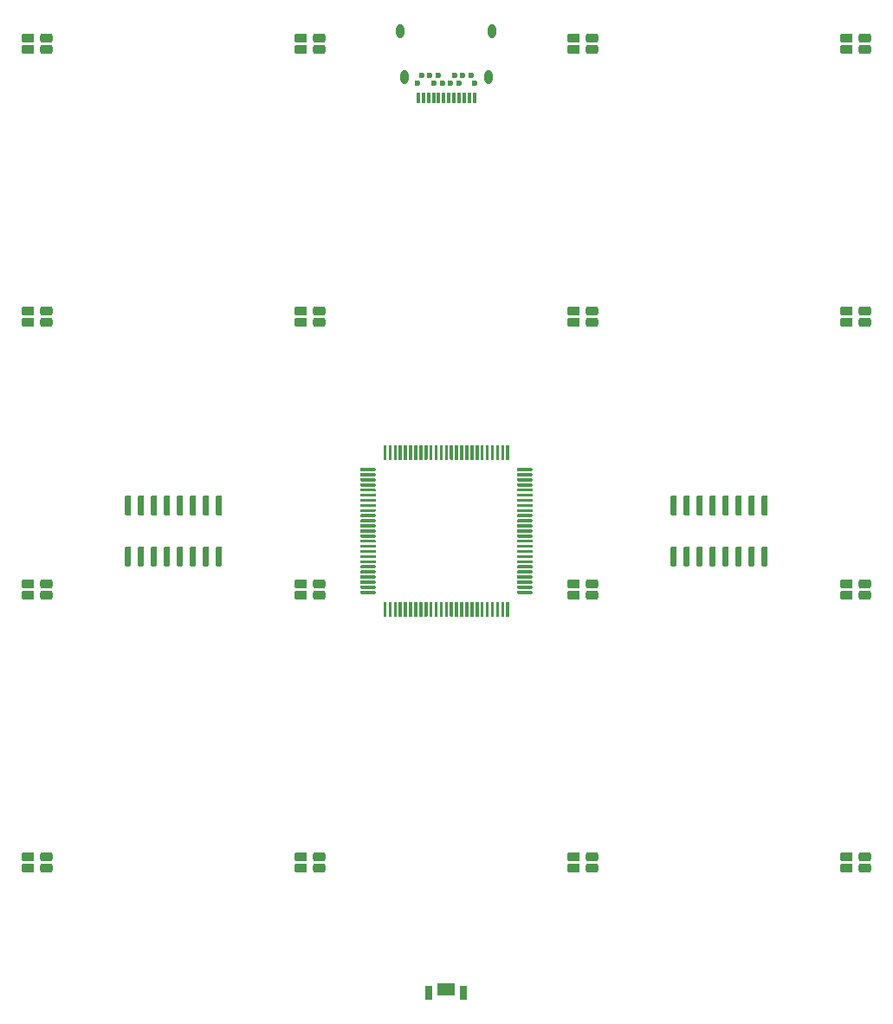
<source format=gbr>
G04 #@! TF.GenerationSoftware,KiCad,Pcbnew,(5.1.2)-2*
G04 #@! TF.CreationDate,2020-03-23T14:02:15+01:00*
G04 #@! TF.ProjectId,PO16_BU16,504f3136-5f42-4553-9136-2e6b69636164,rev?*
G04 #@! TF.SameCoordinates,Original*
G04 #@! TF.FileFunction,Paste,Top*
G04 #@! TF.FilePolarity,Positive*
%FSLAX46Y46*%
G04 Gerber Fmt 4.6, Leading zero omitted, Abs format (unit mm)*
G04 Created by KiCad (PCBNEW (5.1.2)-2) date 2020-03-23 14:02:15*
%MOMM*%
%LPD*%
G04 APERTURE LIST*
%ADD10C,0.600000*%
%ADD11O,0.800000X1.400000*%
%ADD12R,0.300000X1.000000*%
%ADD13C,0.100000*%
%ADD14R,1.700000X1.200000*%
%ADD15R,0.700000X1.400000*%
%ADD16C,0.300000*%
%ADD17C,0.900000*%
G04 APERTURE END LIST*
D10*
X102400000Y-55510000D03*
X101600000Y-55510000D03*
X100800000Y-55510000D03*
X99200000Y-55510000D03*
X98400000Y-55510000D03*
X97600000Y-55510000D03*
X102800000Y-56210000D03*
X101200000Y-56210000D03*
X100400000Y-56210000D03*
X99600000Y-56210000D03*
X98800000Y-56210000D03*
X97200000Y-56210000D03*
D11*
X104490000Y-51160000D03*
X95510000Y-51160000D03*
X95870000Y-55610000D03*
D12*
X97750000Y-57670000D03*
X99250000Y-57670000D03*
X98750000Y-57670000D03*
X98250000Y-57670000D03*
X97250000Y-57670000D03*
X99750000Y-57670000D03*
X100250000Y-57670000D03*
X100750000Y-57670000D03*
X101250000Y-57670000D03*
X101750000Y-57670000D03*
X102250000Y-57670000D03*
X102750000Y-57670000D03*
D11*
X104130000Y-55610000D03*
D13*
G36*
X122389703Y-101500722D02*
G01*
X122404264Y-101502882D01*
X122418543Y-101506459D01*
X122432403Y-101511418D01*
X122445710Y-101517712D01*
X122458336Y-101525280D01*
X122470159Y-101534048D01*
X122481066Y-101543934D01*
X122490952Y-101554841D01*
X122499720Y-101566664D01*
X122507288Y-101579290D01*
X122513582Y-101592597D01*
X122518541Y-101606457D01*
X122522118Y-101620736D01*
X122524278Y-101635297D01*
X122525000Y-101650000D01*
X122525000Y-103300000D01*
X122524278Y-103314703D01*
X122522118Y-103329264D01*
X122518541Y-103343543D01*
X122513582Y-103357403D01*
X122507288Y-103370710D01*
X122499720Y-103383336D01*
X122490952Y-103395159D01*
X122481066Y-103406066D01*
X122470159Y-103415952D01*
X122458336Y-103424720D01*
X122445710Y-103432288D01*
X122432403Y-103438582D01*
X122418543Y-103443541D01*
X122404264Y-103447118D01*
X122389703Y-103449278D01*
X122375000Y-103450000D01*
X122075000Y-103450000D01*
X122060297Y-103449278D01*
X122045736Y-103447118D01*
X122031457Y-103443541D01*
X122017597Y-103438582D01*
X122004290Y-103432288D01*
X121991664Y-103424720D01*
X121979841Y-103415952D01*
X121968934Y-103406066D01*
X121959048Y-103395159D01*
X121950280Y-103383336D01*
X121942712Y-103370710D01*
X121936418Y-103357403D01*
X121931459Y-103343543D01*
X121927882Y-103329264D01*
X121925722Y-103314703D01*
X121925000Y-103300000D01*
X121925000Y-101650000D01*
X121925722Y-101635297D01*
X121927882Y-101620736D01*
X121931459Y-101606457D01*
X121936418Y-101592597D01*
X121942712Y-101579290D01*
X121950280Y-101566664D01*
X121959048Y-101554841D01*
X121968934Y-101543934D01*
X121979841Y-101534048D01*
X121991664Y-101525280D01*
X122004290Y-101517712D01*
X122017597Y-101511418D01*
X122031457Y-101506459D01*
X122045736Y-101502882D01*
X122060297Y-101500722D01*
X122075000Y-101500000D01*
X122375000Y-101500000D01*
X122389703Y-101500722D01*
X122389703Y-101500722D01*
G37*
D10*
X122225000Y-102475000D03*
D13*
G36*
X123659703Y-101500722D02*
G01*
X123674264Y-101502882D01*
X123688543Y-101506459D01*
X123702403Y-101511418D01*
X123715710Y-101517712D01*
X123728336Y-101525280D01*
X123740159Y-101534048D01*
X123751066Y-101543934D01*
X123760952Y-101554841D01*
X123769720Y-101566664D01*
X123777288Y-101579290D01*
X123783582Y-101592597D01*
X123788541Y-101606457D01*
X123792118Y-101620736D01*
X123794278Y-101635297D01*
X123795000Y-101650000D01*
X123795000Y-103300000D01*
X123794278Y-103314703D01*
X123792118Y-103329264D01*
X123788541Y-103343543D01*
X123783582Y-103357403D01*
X123777288Y-103370710D01*
X123769720Y-103383336D01*
X123760952Y-103395159D01*
X123751066Y-103406066D01*
X123740159Y-103415952D01*
X123728336Y-103424720D01*
X123715710Y-103432288D01*
X123702403Y-103438582D01*
X123688543Y-103443541D01*
X123674264Y-103447118D01*
X123659703Y-103449278D01*
X123645000Y-103450000D01*
X123345000Y-103450000D01*
X123330297Y-103449278D01*
X123315736Y-103447118D01*
X123301457Y-103443541D01*
X123287597Y-103438582D01*
X123274290Y-103432288D01*
X123261664Y-103424720D01*
X123249841Y-103415952D01*
X123238934Y-103406066D01*
X123229048Y-103395159D01*
X123220280Y-103383336D01*
X123212712Y-103370710D01*
X123206418Y-103357403D01*
X123201459Y-103343543D01*
X123197882Y-103329264D01*
X123195722Y-103314703D01*
X123195000Y-103300000D01*
X123195000Y-101650000D01*
X123195722Y-101635297D01*
X123197882Y-101620736D01*
X123201459Y-101606457D01*
X123206418Y-101592597D01*
X123212712Y-101579290D01*
X123220280Y-101566664D01*
X123229048Y-101554841D01*
X123238934Y-101543934D01*
X123249841Y-101534048D01*
X123261664Y-101525280D01*
X123274290Y-101517712D01*
X123287597Y-101511418D01*
X123301457Y-101506459D01*
X123315736Y-101502882D01*
X123330297Y-101500722D01*
X123345000Y-101500000D01*
X123645000Y-101500000D01*
X123659703Y-101500722D01*
X123659703Y-101500722D01*
G37*
D10*
X123495000Y-102475000D03*
D13*
G36*
X124929703Y-101500722D02*
G01*
X124944264Y-101502882D01*
X124958543Y-101506459D01*
X124972403Y-101511418D01*
X124985710Y-101517712D01*
X124998336Y-101525280D01*
X125010159Y-101534048D01*
X125021066Y-101543934D01*
X125030952Y-101554841D01*
X125039720Y-101566664D01*
X125047288Y-101579290D01*
X125053582Y-101592597D01*
X125058541Y-101606457D01*
X125062118Y-101620736D01*
X125064278Y-101635297D01*
X125065000Y-101650000D01*
X125065000Y-103300000D01*
X125064278Y-103314703D01*
X125062118Y-103329264D01*
X125058541Y-103343543D01*
X125053582Y-103357403D01*
X125047288Y-103370710D01*
X125039720Y-103383336D01*
X125030952Y-103395159D01*
X125021066Y-103406066D01*
X125010159Y-103415952D01*
X124998336Y-103424720D01*
X124985710Y-103432288D01*
X124972403Y-103438582D01*
X124958543Y-103443541D01*
X124944264Y-103447118D01*
X124929703Y-103449278D01*
X124915000Y-103450000D01*
X124615000Y-103450000D01*
X124600297Y-103449278D01*
X124585736Y-103447118D01*
X124571457Y-103443541D01*
X124557597Y-103438582D01*
X124544290Y-103432288D01*
X124531664Y-103424720D01*
X124519841Y-103415952D01*
X124508934Y-103406066D01*
X124499048Y-103395159D01*
X124490280Y-103383336D01*
X124482712Y-103370710D01*
X124476418Y-103357403D01*
X124471459Y-103343543D01*
X124467882Y-103329264D01*
X124465722Y-103314703D01*
X124465000Y-103300000D01*
X124465000Y-101650000D01*
X124465722Y-101635297D01*
X124467882Y-101620736D01*
X124471459Y-101606457D01*
X124476418Y-101592597D01*
X124482712Y-101579290D01*
X124490280Y-101566664D01*
X124499048Y-101554841D01*
X124508934Y-101543934D01*
X124519841Y-101534048D01*
X124531664Y-101525280D01*
X124544290Y-101517712D01*
X124557597Y-101511418D01*
X124571457Y-101506459D01*
X124585736Y-101502882D01*
X124600297Y-101500722D01*
X124615000Y-101500000D01*
X124915000Y-101500000D01*
X124929703Y-101500722D01*
X124929703Y-101500722D01*
G37*
D10*
X124765000Y-102475000D03*
D13*
G36*
X126199703Y-101500722D02*
G01*
X126214264Y-101502882D01*
X126228543Y-101506459D01*
X126242403Y-101511418D01*
X126255710Y-101517712D01*
X126268336Y-101525280D01*
X126280159Y-101534048D01*
X126291066Y-101543934D01*
X126300952Y-101554841D01*
X126309720Y-101566664D01*
X126317288Y-101579290D01*
X126323582Y-101592597D01*
X126328541Y-101606457D01*
X126332118Y-101620736D01*
X126334278Y-101635297D01*
X126335000Y-101650000D01*
X126335000Y-103300000D01*
X126334278Y-103314703D01*
X126332118Y-103329264D01*
X126328541Y-103343543D01*
X126323582Y-103357403D01*
X126317288Y-103370710D01*
X126309720Y-103383336D01*
X126300952Y-103395159D01*
X126291066Y-103406066D01*
X126280159Y-103415952D01*
X126268336Y-103424720D01*
X126255710Y-103432288D01*
X126242403Y-103438582D01*
X126228543Y-103443541D01*
X126214264Y-103447118D01*
X126199703Y-103449278D01*
X126185000Y-103450000D01*
X125885000Y-103450000D01*
X125870297Y-103449278D01*
X125855736Y-103447118D01*
X125841457Y-103443541D01*
X125827597Y-103438582D01*
X125814290Y-103432288D01*
X125801664Y-103424720D01*
X125789841Y-103415952D01*
X125778934Y-103406066D01*
X125769048Y-103395159D01*
X125760280Y-103383336D01*
X125752712Y-103370710D01*
X125746418Y-103357403D01*
X125741459Y-103343543D01*
X125737882Y-103329264D01*
X125735722Y-103314703D01*
X125735000Y-103300000D01*
X125735000Y-101650000D01*
X125735722Y-101635297D01*
X125737882Y-101620736D01*
X125741459Y-101606457D01*
X125746418Y-101592597D01*
X125752712Y-101579290D01*
X125760280Y-101566664D01*
X125769048Y-101554841D01*
X125778934Y-101543934D01*
X125789841Y-101534048D01*
X125801664Y-101525280D01*
X125814290Y-101517712D01*
X125827597Y-101511418D01*
X125841457Y-101506459D01*
X125855736Y-101502882D01*
X125870297Y-101500722D01*
X125885000Y-101500000D01*
X126185000Y-101500000D01*
X126199703Y-101500722D01*
X126199703Y-101500722D01*
G37*
D10*
X126035000Y-102475000D03*
D13*
G36*
X127469703Y-101500722D02*
G01*
X127484264Y-101502882D01*
X127498543Y-101506459D01*
X127512403Y-101511418D01*
X127525710Y-101517712D01*
X127538336Y-101525280D01*
X127550159Y-101534048D01*
X127561066Y-101543934D01*
X127570952Y-101554841D01*
X127579720Y-101566664D01*
X127587288Y-101579290D01*
X127593582Y-101592597D01*
X127598541Y-101606457D01*
X127602118Y-101620736D01*
X127604278Y-101635297D01*
X127605000Y-101650000D01*
X127605000Y-103300000D01*
X127604278Y-103314703D01*
X127602118Y-103329264D01*
X127598541Y-103343543D01*
X127593582Y-103357403D01*
X127587288Y-103370710D01*
X127579720Y-103383336D01*
X127570952Y-103395159D01*
X127561066Y-103406066D01*
X127550159Y-103415952D01*
X127538336Y-103424720D01*
X127525710Y-103432288D01*
X127512403Y-103438582D01*
X127498543Y-103443541D01*
X127484264Y-103447118D01*
X127469703Y-103449278D01*
X127455000Y-103450000D01*
X127155000Y-103450000D01*
X127140297Y-103449278D01*
X127125736Y-103447118D01*
X127111457Y-103443541D01*
X127097597Y-103438582D01*
X127084290Y-103432288D01*
X127071664Y-103424720D01*
X127059841Y-103415952D01*
X127048934Y-103406066D01*
X127039048Y-103395159D01*
X127030280Y-103383336D01*
X127022712Y-103370710D01*
X127016418Y-103357403D01*
X127011459Y-103343543D01*
X127007882Y-103329264D01*
X127005722Y-103314703D01*
X127005000Y-103300000D01*
X127005000Y-101650000D01*
X127005722Y-101635297D01*
X127007882Y-101620736D01*
X127011459Y-101606457D01*
X127016418Y-101592597D01*
X127022712Y-101579290D01*
X127030280Y-101566664D01*
X127039048Y-101554841D01*
X127048934Y-101543934D01*
X127059841Y-101534048D01*
X127071664Y-101525280D01*
X127084290Y-101517712D01*
X127097597Y-101511418D01*
X127111457Y-101506459D01*
X127125736Y-101502882D01*
X127140297Y-101500722D01*
X127155000Y-101500000D01*
X127455000Y-101500000D01*
X127469703Y-101500722D01*
X127469703Y-101500722D01*
G37*
D10*
X127305000Y-102475000D03*
D13*
G36*
X128739703Y-101500722D02*
G01*
X128754264Y-101502882D01*
X128768543Y-101506459D01*
X128782403Y-101511418D01*
X128795710Y-101517712D01*
X128808336Y-101525280D01*
X128820159Y-101534048D01*
X128831066Y-101543934D01*
X128840952Y-101554841D01*
X128849720Y-101566664D01*
X128857288Y-101579290D01*
X128863582Y-101592597D01*
X128868541Y-101606457D01*
X128872118Y-101620736D01*
X128874278Y-101635297D01*
X128875000Y-101650000D01*
X128875000Y-103300000D01*
X128874278Y-103314703D01*
X128872118Y-103329264D01*
X128868541Y-103343543D01*
X128863582Y-103357403D01*
X128857288Y-103370710D01*
X128849720Y-103383336D01*
X128840952Y-103395159D01*
X128831066Y-103406066D01*
X128820159Y-103415952D01*
X128808336Y-103424720D01*
X128795710Y-103432288D01*
X128782403Y-103438582D01*
X128768543Y-103443541D01*
X128754264Y-103447118D01*
X128739703Y-103449278D01*
X128725000Y-103450000D01*
X128425000Y-103450000D01*
X128410297Y-103449278D01*
X128395736Y-103447118D01*
X128381457Y-103443541D01*
X128367597Y-103438582D01*
X128354290Y-103432288D01*
X128341664Y-103424720D01*
X128329841Y-103415952D01*
X128318934Y-103406066D01*
X128309048Y-103395159D01*
X128300280Y-103383336D01*
X128292712Y-103370710D01*
X128286418Y-103357403D01*
X128281459Y-103343543D01*
X128277882Y-103329264D01*
X128275722Y-103314703D01*
X128275000Y-103300000D01*
X128275000Y-101650000D01*
X128275722Y-101635297D01*
X128277882Y-101620736D01*
X128281459Y-101606457D01*
X128286418Y-101592597D01*
X128292712Y-101579290D01*
X128300280Y-101566664D01*
X128309048Y-101554841D01*
X128318934Y-101543934D01*
X128329841Y-101534048D01*
X128341664Y-101525280D01*
X128354290Y-101517712D01*
X128367597Y-101511418D01*
X128381457Y-101506459D01*
X128395736Y-101502882D01*
X128410297Y-101500722D01*
X128425000Y-101500000D01*
X128725000Y-101500000D01*
X128739703Y-101500722D01*
X128739703Y-101500722D01*
G37*
D10*
X128575000Y-102475000D03*
D13*
G36*
X130009703Y-101500722D02*
G01*
X130024264Y-101502882D01*
X130038543Y-101506459D01*
X130052403Y-101511418D01*
X130065710Y-101517712D01*
X130078336Y-101525280D01*
X130090159Y-101534048D01*
X130101066Y-101543934D01*
X130110952Y-101554841D01*
X130119720Y-101566664D01*
X130127288Y-101579290D01*
X130133582Y-101592597D01*
X130138541Y-101606457D01*
X130142118Y-101620736D01*
X130144278Y-101635297D01*
X130145000Y-101650000D01*
X130145000Y-103300000D01*
X130144278Y-103314703D01*
X130142118Y-103329264D01*
X130138541Y-103343543D01*
X130133582Y-103357403D01*
X130127288Y-103370710D01*
X130119720Y-103383336D01*
X130110952Y-103395159D01*
X130101066Y-103406066D01*
X130090159Y-103415952D01*
X130078336Y-103424720D01*
X130065710Y-103432288D01*
X130052403Y-103438582D01*
X130038543Y-103443541D01*
X130024264Y-103447118D01*
X130009703Y-103449278D01*
X129995000Y-103450000D01*
X129695000Y-103450000D01*
X129680297Y-103449278D01*
X129665736Y-103447118D01*
X129651457Y-103443541D01*
X129637597Y-103438582D01*
X129624290Y-103432288D01*
X129611664Y-103424720D01*
X129599841Y-103415952D01*
X129588934Y-103406066D01*
X129579048Y-103395159D01*
X129570280Y-103383336D01*
X129562712Y-103370710D01*
X129556418Y-103357403D01*
X129551459Y-103343543D01*
X129547882Y-103329264D01*
X129545722Y-103314703D01*
X129545000Y-103300000D01*
X129545000Y-101650000D01*
X129545722Y-101635297D01*
X129547882Y-101620736D01*
X129551459Y-101606457D01*
X129556418Y-101592597D01*
X129562712Y-101579290D01*
X129570280Y-101566664D01*
X129579048Y-101554841D01*
X129588934Y-101543934D01*
X129599841Y-101534048D01*
X129611664Y-101525280D01*
X129624290Y-101517712D01*
X129637597Y-101511418D01*
X129651457Y-101506459D01*
X129665736Y-101502882D01*
X129680297Y-101500722D01*
X129695000Y-101500000D01*
X129995000Y-101500000D01*
X130009703Y-101500722D01*
X130009703Y-101500722D01*
G37*
D10*
X129845000Y-102475000D03*
D13*
G36*
X131279703Y-101500722D02*
G01*
X131294264Y-101502882D01*
X131308543Y-101506459D01*
X131322403Y-101511418D01*
X131335710Y-101517712D01*
X131348336Y-101525280D01*
X131360159Y-101534048D01*
X131371066Y-101543934D01*
X131380952Y-101554841D01*
X131389720Y-101566664D01*
X131397288Y-101579290D01*
X131403582Y-101592597D01*
X131408541Y-101606457D01*
X131412118Y-101620736D01*
X131414278Y-101635297D01*
X131415000Y-101650000D01*
X131415000Y-103300000D01*
X131414278Y-103314703D01*
X131412118Y-103329264D01*
X131408541Y-103343543D01*
X131403582Y-103357403D01*
X131397288Y-103370710D01*
X131389720Y-103383336D01*
X131380952Y-103395159D01*
X131371066Y-103406066D01*
X131360159Y-103415952D01*
X131348336Y-103424720D01*
X131335710Y-103432288D01*
X131322403Y-103438582D01*
X131308543Y-103443541D01*
X131294264Y-103447118D01*
X131279703Y-103449278D01*
X131265000Y-103450000D01*
X130965000Y-103450000D01*
X130950297Y-103449278D01*
X130935736Y-103447118D01*
X130921457Y-103443541D01*
X130907597Y-103438582D01*
X130894290Y-103432288D01*
X130881664Y-103424720D01*
X130869841Y-103415952D01*
X130858934Y-103406066D01*
X130849048Y-103395159D01*
X130840280Y-103383336D01*
X130832712Y-103370710D01*
X130826418Y-103357403D01*
X130821459Y-103343543D01*
X130817882Y-103329264D01*
X130815722Y-103314703D01*
X130815000Y-103300000D01*
X130815000Y-101650000D01*
X130815722Y-101635297D01*
X130817882Y-101620736D01*
X130821459Y-101606457D01*
X130826418Y-101592597D01*
X130832712Y-101579290D01*
X130840280Y-101566664D01*
X130849048Y-101554841D01*
X130858934Y-101543934D01*
X130869841Y-101534048D01*
X130881664Y-101525280D01*
X130894290Y-101517712D01*
X130907597Y-101511418D01*
X130921457Y-101506459D01*
X130935736Y-101502882D01*
X130950297Y-101500722D01*
X130965000Y-101500000D01*
X131265000Y-101500000D01*
X131279703Y-101500722D01*
X131279703Y-101500722D01*
G37*
D10*
X131115000Y-102475000D03*
D13*
G36*
X131279703Y-96550722D02*
G01*
X131294264Y-96552882D01*
X131308543Y-96556459D01*
X131322403Y-96561418D01*
X131335710Y-96567712D01*
X131348336Y-96575280D01*
X131360159Y-96584048D01*
X131371066Y-96593934D01*
X131380952Y-96604841D01*
X131389720Y-96616664D01*
X131397288Y-96629290D01*
X131403582Y-96642597D01*
X131408541Y-96656457D01*
X131412118Y-96670736D01*
X131414278Y-96685297D01*
X131415000Y-96700000D01*
X131415000Y-98350000D01*
X131414278Y-98364703D01*
X131412118Y-98379264D01*
X131408541Y-98393543D01*
X131403582Y-98407403D01*
X131397288Y-98420710D01*
X131389720Y-98433336D01*
X131380952Y-98445159D01*
X131371066Y-98456066D01*
X131360159Y-98465952D01*
X131348336Y-98474720D01*
X131335710Y-98482288D01*
X131322403Y-98488582D01*
X131308543Y-98493541D01*
X131294264Y-98497118D01*
X131279703Y-98499278D01*
X131265000Y-98500000D01*
X130965000Y-98500000D01*
X130950297Y-98499278D01*
X130935736Y-98497118D01*
X130921457Y-98493541D01*
X130907597Y-98488582D01*
X130894290Y-98482288D01*
X130881664Y-98474720D01*
X130869841Y-98465952D01*
X130858934Y-98456066D01*
X130849048Y-98445159D01*
X130840280Y-98433336D01*
X130832712Y-98420710D01*
X130826418Y-98407403D01*
X130821459Y-98393543D01*
X130817882Y-98379264D01*
X130815722Y-98364703D01*
X130815000Y-98350000D01*
X130815000Y-96700000D01*
X130815722Y-96685297D01*
X130817882Y-96670736D01*
X130821459Y-96656457D01*
X130826418Y-96642597D01*
X130832712Y-96629290D01*
X130840280Y-96616664D01*
X130849048Y-96604841D01*
X130858934Y-96593934D01*
X130869841Y-96584048D01*
X130881664Y-96575280D01*
X130894290Y-96567712D01*
X130907597Y-96561418D01*
X130921457Y-96556459D01*
X130935736Y-96552882D01*
X130950297Y-96550722D01*
X130965000Y-96550000D01*
X131265000Y-96550000D01*
X131279703Y-96550722D01*
X131279703Y-96550722D01*
G37*
D10*
X131115000Y-97525000D03*
D13*
G36*
X130009703Y-96550722D02*
G01*
X130024264Y-96552882D01*
X130038543Y-96556459D01*
X130052403Y-96561418D01*
X130065710Y-96567712D01*
X130078336Y-96575280D01*
X130090159Y-96584048D01*
X130101066Y-96593934D01*
X130110952Y-96604841D01*
X130119720Y-96616664D01*
X130127288Y-96629290D01*
X130133582Y-96642597D01*
X130138541Y-96656457D01*
X130142118Y-96670736D01*
X130144278Y-96685297D01*
X130145000Y-96700000D01*
X130145000Y-98350000D01*
X130144278Y-98364703D01*
X130142118Y-98379264D01*
X130138541Y-98393543D01*
X130133582Y-98407403D01*
X130127288Y-98420710D01*
X130119720Y-98433336D01*
X130110952Y-98445159D01*
X130101066Y-98456066D01*
X130090159Y-98465952D01*
X130078336Y-98474720D01*
X130065710Y-98482288D01*
X130052403Y-98488582D01*
X130038543Y-98493541D01*
X130024264Y-98497118D01*
X130009703Y-98499278D01*
X129995000Y-98500000D01*
X129695000Y-98500000D01*
X129680297Y-98499278D01*
X129665736Y-98497118D01*
X129651457Y-98493541D01*
X129637597Y-98488582D01*
X129624290Y-98482288D01*
X129611664Y-98474720D01*
X129599841Y-98465952D01*
X129588934Y-98456066D01*
X129579048Y-98445159D01*
X129570280Y-98433336D01*
X129562712Y-98420710D01*
X129556418Y-98407403D01*
X129551459Y-98393543D01*
X129547882Y-98379264D01*
X129545722Y-98364703D01*
X129545000Y-98350000D01*
X129545000Y-96700000D01*
X129545722Y-96685297D01*
X129547882Y-96670736D01*
X129551459Y-96656457D01*
X129556418Y-96642597D01*
X129562712Y-96629290D01*
X129570280Y-96616664D01*
X129579048Y-96604841D01*
X129588934Y-96593934D01*
X129599841Y-96584048D01*
X129611664Y-96575280D01*
X129624290Y-96567712D01*
X129637597Y-96561418D01*
X129651457Y-96556459D01*
X129665736Y-96552882D01*
X129680297Y-96550722D01*
X129695000Y-96550000D01*
X129995000Y-96550000D01*
X130009703Y-96550722D01*
X130009703Y-96550722D01*
G37*
D10*
X129845000Y-97525000D03*
D13*
G36*
X128739703Y-96550722D02*
G01*
X128754264Y-96552882D01*
X128768543Y-96556459D01*
X128782403Y-96561418D01*
X128795710Y-96567712D01*
X128808336Y-96575280D01*
X128820159Y-96584048D01*
X128831066Y-96593934D01*
X128840952Y-96604841D01*
X128849720Y-96616664D01*
X128857288Y-96629290D01*
X128863582Y-96642597D01*
X128868541Y-96656457D01*
X128872118Y-96670736D01*
X128874278Y-96685297D01*
X128875000Y-96700000D01*
X128875000Y-98350000D01*
X128874278Y-98364703D01*
X128872118Y-98379264D01*
X128868541Y-98393543D01*
X128863582Y-98407403D01*
X128857288Y-98420710D01*
X128849720Y-98433336D01*
X128840952Y-98445159D01*
X128831066Y-98456066D01*
X128820159Y-98465952D01*
X128808336Y-98474720D01*
X128795710Y-98482288D01*
X128782403Y-98488582D01*
X128768543Y-98493541D01*
X128754264Y-98497118D01*
X128739703Y-98499278D01*
X128725000Y-98500000D01*
X128425000Y-98500000D01*
X128410297Y-98499278D01*
X128395736Y-98497118D01*
X128381457Y-98493541D01*
X128367597Y-98488582D01*
X128354290Y-98482288D01*
X128341664Y-98474720D01*
X128329841Y-98465952D01*
X128318934Y-98456066D01*
X128309048Y-98445159D01*
X128300280Y-98433336D01*
X128292712Y-98420710D01*
X128286418Y-98407403D01*
X128281459Y-98393543D01*
X128277882Y-98379264D01*
X128275722Y-98364703D01*
X128275000Y-98350000D01*
X128275000Y-96700000D01*
X128275722Y-96685297D01*
X128277882Y-96670736D01*
X128281459Y-96656457D01*
X128286418Y-96642597D01*
X128292712Y-96629290D01*
X128300280Y-96616664D01*
X128309048Y-96604841D01*
X128318934Y-96593934D01*
X128329841Y-96584048D01*
X128341664Y-96575280D01*
X128354290Y-96567712D01*
X128367597Y-96561418D01*
X128381457Y-96556459D01*
X128395736Y-96552882D01*
X128410297Y-96550722D01*
X128425000Y-96550000D01*
X128725000Y-96550000D01*
X128739703Y-96550722D01*
X128739703Y-96550722D01*
G37*
D10*
X128575000Y-97525000D03*
D13*
G36*
X127469703Y-96550722D02*
G01*
X127484264Y-96552882D01*
X127498543Y-96556459D01*
X127512403Y-96561418D01*
X127525710Y-96567712D01*
X127538336Y-96575280D01*
X127550159Y-96584048D01*
X127561066Y-96593934D01*
X127570952Y-96604841D01*
X127579720Y-96616664D01*
X127587288Y-96629290D01*
X127593582Y-96642597D01*
X127598541Y-96656457D01*
X127602118Y-96670736D01*
X127604278Y-96685297D01*
X127605000Y-96700000D01*
X127605000Y-98350000D01*
X127604278Y-98364703D01*
X127602118Y-98379264D01*
X127598541Y-98393543D01*
X127593582Y-98407403D01*
X127587288Y-98420710D01*
X127579720Y-98433336D01*
X127570952Y-98445159D01*
X127561066Y-98456066D01*
X127550159Y-98465952D01*
X127538336Y-98474720D01*
X127525710Y-98482288D01*
X127512403Y-98488582D01*
X127498543Y-98493541D01*
X127484264Y-98497118D01*
X127469703Y-98499278D01*
X127455000Y-98500000D01*
X127155000Y-98500000D01*
X127140297Y-98499278D01*
X127125736Y-98497118D01*
X127111457Y-98493541D01*
X127097597Y-98488582D01*
X127084290Y-98482288D01*
X127071664Y-98474720D01*
X127059841Y-98465952D01*
X127048934Y-98456066D01*
X127039048Y-98445159D01*
X127030280Y-98433336D01*
X127022712Y-98420710D01*
X127016418Y-98407403D01*
X127011459Y-98393543D01*
X127007882Y-98379264D01*
X127005722Y-98364703D01*
X127005000Y-98350000D01*
X127005000Y-96700000D01*
X127005722Y-96685297D01*
X127007882Y-96670736D01*
X127011459Y-96656457D01*
X127016418Y-96642597D01*
X127022712Y-96629290D01*
X127030280Y-96616664D01*
X127039048Y-96604841D01*
X127048934Y-96593934D01*
X127059841Y-96584048D01*
X127071664Y-96575280D01*
X127084290Y-96567712D01*
X127097597Y-96561418D01*
X127111457Y-96556459D01*
X127125736Y-96552882D01*
X127140297Y-96550722D01*
X127155000Y-96550000D01*
X127455000Y-96550000D01*
X127469703Y-96550722D01*
X127469703Y-96550722D01*
G37*
D10*
X127305000Y-97525000D03*
D13*
G36*
X126199703Y-96550722D02*
G01*
X126214264Y-96552882D01*
X126228543Y-96556459D01*
X126242403Y-96561418D01*
X126255710Y-96567712D01*
X126268336Y-96575280D01*
X126280159Y-96584048D01*
X126291066Y-96593934D01*
X126300952Y-96604841D01*
X126309720Y-96616664D01*
X126317288Y-96629290D01*
X126323582Y-96642597D01*
X126328541Y-96656457D01*
X126332118Y-96670736D01*
X126334278Y-96685297D01*
X126335000Y-96700000D01*
X126335000Y-98350000D01*
X126334278Y-98364703D01*
X126332118Y-98379264D01*
X126328541Y-98393543D01*
X126323582Y-98407403D01*
X126317288Y-98420710D01*
X126309720Y-98433336D01*
X126300952Y-98445159D01*
X126291066Y-98456066D01*
X126280159Y-98465952D01*
X126268336Y-98474720D01*
X126255710Y-98482288D01*
X126242403Y-98488582D01*
X126228543Y-98493541D01*
X126214264Y-98497118D01*
X126199703Y-98499278D01*
X126185000Y-98500000D01*
X125885000Y-98500000D01*
X125870297Y-98499278D01*
X125855736Y-98497118D01*
X125841457Y-98493541D01*
X125827597Y-98488582D01*
X125814290Y-98482288D01*
X125801664Y-98474720D01*
X125789841Y-98465952D01*
X125778934Y-98456066D01*
X125769048Y-98445159D01*
X125760280Y-98433336D01*
X125752712Y-98420710D01*
X125746418Y-98407403D01*
X125741459Y-98393543D01*
X125737882Y-98379264D01*
X125735722Y-98364703D01*
X125735000Y-98350000D01*
X125735000Y-96700000D01*
X125735722Y-96685297D01*
X125737882Y-96670736D01*
X125741459Y-96656457D01*
X125746418Y-96642597D01*
X125752712Y-96629290D01*
X125760280Y-96616664D01*
X125769048Y-96604841D01*
X125778934Y-96593934D01*
X125789841Y-96584048D01*
X125801664Y-96575280D01*
X125814290Y-96567712D01*
X125827597Y-96561418D01*
X125841457Y-96556459D01*
X125855736Y-96552882D01*
X125870297Y-96550722D01*
X125885000Y-96550000D01*
X126185000Y-96550000D01*
X126199703Y-96550722D01*
X126199703Y-96550722D01*
G37*
D10*
X126035000Y-97525000D03*
D13*
G36*
X124929703Y-96550722D02*
G01*
X124944264Y-96552882D01*
X124958543Y-96556459D01*
X124972403Y-96561418D01*
X124985710Y-96567712D01*
X124998336Y-96575280D01*
X125010159Y-96584048D01*
X125021066Y-96593934D01*
X125030952Y-96604841D01*
X125039720Y-96616664D01*
X125047288Y-96629290D01*
X125053582Y-96642597D01*
X125058541Y-96656457D01*
X125062118Y-96670736D01*
X125064278Y-96685297D01*
X125065000Y-96700000D01*
X125065000Y-98350000D01*
X125064278Y-98364703D01*
X125062118Y-98379264D01*
X125058541Y-98393543D01*
X125053582Y-98407403D01*
X125047288Y-98420710D01*
X125039720Y-98433336D01*
X125030952Y-98445159D01*
X125021066Y-98456066D01*
X125010159Y-98465952D01*
X124998336Y-98474720D01*
X124985710Y-98482288D01*
X124972403Y-98488582D01*
X124958543Y-98493541D01*
X124944264Y-98497118D01*
X124929703Y-98499278D01*
X124915000Y-98500000D01*
X124615000Y-98500000D01*
X124600297Y-98499278D01*
X124585736Y-98497118D01*
X124571457Y-98493541D01*
X124557597Y-98488582D01*
X124544290Y-98482288D01*
X124531664Y-98474720D01*
X124519841Y-98465952D01*
X124508934Y-98456066D01*
X124499048Y-98445159D01*
X124490280Y-98433336D01*
X124482712Y-98420710D01*
X124476418Y-98407403D01*
X124471459Y-98393543D01*
X124467882Y-98379264D01*
X124465722Y-98364703D01*
X124465000Y-98350000D01*
X124465000Y-96700000D01*
X124465722Y-96685297D01*
X124467882Y-96670736D01*
X124471459Y-96656457D01*
X124476418Y-96642597D01*
X124482712Y-96629290D01*
X124490280Y-96616664D01*
X124499048Y-96604841D01*
X124508934Y-96593934D01*
X124519841Y-96584048D01*
X124531664Y-96575280D01*
X124544290Y-96567712D01*
X124557597Y-96561418D01*
X124571457Y-96556459D01*
X124585736Y-96552882D01*
X124600297Y-96550722D01*
X124615000Y-96550000D01*
X124915000Y-96550000D01*
X124929703Y-96550722D01*
X124929703Y-96550722D01*
G37*
D10*
X124765000Y-97525000D03*
D13*
G36*
X123659703Y-96550722D02*
G01*
X123674264Y-96552882D01*
X123688543Y-96556459D01*
X123702403Y-96561418D01*
X123715710Y-96567712D01*
X123728336Y-96575280D01*
X123740159Y-96584048D01*
X123751066Y-96593934D01*
X123760952Y-96604841D01*
X123769720Y-96616664D01*
X123777288Y-96629290D01*
X123783582Y-96642597D01*
X123788541Y-96656457D01*
X123792118Y-96670736D01*
X123794278Y-96685297D01*
X123795000Y-96700000D01*
X123795000Y-98350000D01*
X123794278Y-98364703D01*
X123792118Y-98379264D01*
X123788541Y-98393543D01*
X123783582Y-98407403D01*
X123777288Y-98420710D01*
X123769720Y-98433336D01*
X123760952Y-98445159D01*
X123751066Y-98456066D01*
X123740159Y-98465952D01*
X123728336Y-98474720D01*
X123715710Y-98482288D01*
X123702403Y-98488582D01*
X123688543Y-98493541D01*
X123674264Y-98497118D01*
X123659703Y-98499278D01*
X123645000Y-98500000D01*
X123345000Y-98500000D01*
X123330297Y-98499278D01*
X123315736Y-98497118D01*
X123301457Y-98493541D01*
X123287597Y-98488582D01*
X123274290Y-98482288D01*
X123261664Y-98474720D01*
X123249841Y-98465952D01*
X123238934Y-98456066D01*
X123229048Y-98445159D01*
X123220280Y-98433336D01*
X123212712Y-98420710D01*
X123206418Y-98407403D01*
X123201459Y-98393543D01*
X123197882Y-98379264D01*
X123195722Y-98364703D01*
X123195000Y-98350000D01*
X123195000Y-96700000D01*
X123195722Y-96685297D01*
X123197882Y-96670736D01*
X123201459Y-96656457D01*
X123206418Y-96642597D01*
X123212712Y-96629290D01*
X123220280Y-96616664D01*
X123229048Y-96604841D01*
X123238934Y-96593934D01*
X123249841Y-96584048D01*
X123261664Y-96575280D01*
X123274290Y-96567712D01*
X123287597Y-96561418D01*
X123301457Y-96556459D01*
X123315736Y-96552882D01*
X123330297Y-96550722D01*
X123345000Y-96550000D01*
X123645000Y-96550000D01*
X123659703Y-96550722D01*
X123659703Y-96550722D01*
G37*
D10*
X123495000Y-97525000D03*
D13*
G36*
X122389703Y-96550722D02*
G01*
X122404264Y-96552882D01*
X122418543Y-96556459D01*
X122432403Y-96561418D01*
X122445710Y-96567712D01*
X122458336Y-96575280D01*
X122470159Y-96584048D01*
X122481066Y-96593934D01*
X122490952Y-96604841D01*
X122499720Y-96616664D01*
X122507288Y-96629290D01*
X122513582Y-96642597D01*
X122518541Y-96656457D01*
X122522118Y-96670736D01*
X122524278Y-96685297D01*
X122525000Y-96700000D01*
X122525000Y-98350000D01*
X122524278Y-98364703D01*
X122522118Y-98379264D01*
X122518541Y-98393543D01*
X122513582Y-98407403D01*
X122507288Y-98420710D01*
X122499720Y-98433336D01*
X122490952Y-98445159D01*
X122481066Y-98456066D01*
X122470159Y-98465952D01*
X122458336Y-98474720D01*
X122445710Y-98482288D01*
X122432403Y-98488582D01*
X122418543Y-98493541D01*
X122404264Y-98497118D01*
X122389703Y-98499278D01*
X122375000Y-98500000D01*
X122075000Y-98500000D01*
X122060297Y-98499278D01*
X122045736Y-98497118D01*
X122031457Y-98493541D01*
X122017597Y-98488582D01*
X122004290Y-98482288D01*
X121991664Y-98474720D01*
X121979841Y-98465952D01*
X121968934Y-98456066D01*
X121959048Y-98445159D01*
X121950280Y-98433336D01*
X121942712Y-98420710D01*
X121936418Y-98407403D01*
X121931459Y-98393543D01*
X121927882Y-98379264D01*
X121925722Y-98364703D01*
X121925000Y-98350000D01*
X121925000Y-96700000D01*
X121925722Y-96685297D01*
X121927882Y-96670736D01*
X121931459Y-96656457D01*
X121936418Y-96642597D01*
X121942712Y-96629290D01*
X121950280Y-96616664D01*
X121959048Y-96604841D01*
X121968934Y-96593934D01*
X121979841Y-96584048D01*
X121991664Y-96575280D01*
X122004290Y-96567712D01*
X122017597Y-96561418D01*
X122031457Y-96556459D01*
X122045736Y-96552882D01*
X122060297Y-96550722D01*
X122075000Y-96550000D01*
X122375000Y-96550000D01*
X122389703Y-96550722D01*
X122389703Y-96550722D01*
G37*
D10*
X122225000Y-97525000D03*
D13*
G36*
X69049703Y-101500722D02*
G01*
X69064264Y-101502882D01*
X69078543Y-101506459D01*
X69092403Y-101511418D01*
X69105710Y-101517712D01*
X69118336Y-101525280D01*
X69130159Y-101534048D01*
X69141066Y-101543934D01*
X69150952Y-101554841D01*
X69159720Y-101566664D01*
X69167288Y-101579290D01*
X69173582Y-101592597D01*
X69178541Y-101606457D01*
X69182118Y-101620736D01*
X69184278Y-101635297D01*
X69185000Y-101650000D01*
X69185000Y-103300000D01*
X69184278Y-103314703D01*
X69182118Y-103329264D01*
X69178541Y-103343543D01*
X69173582Y-103357403D01*
X69167288Y-103370710D01*
X69159720Y-103383336D01*
X69150952Y-103395159D01*
X69141066Y-103406066D01*
X69130159Y-103415952D01*
X69118336Y-103424720D01*
X69105710Y-103432288D01*
X69092403Y-103438582D01*
X69078543Y-103443541D01*
X69064264Y-103447118D01*
X69049703Y-103449278D01*
X69035000Y-103450000D01*
X68735000Y-103450000D01*
X68720297Y-103449278D01*
X68705736Y-103447118D01*
X68691457Y-103443541D01*
X68677597Y-103438582D01*
X68664290Y-103432288D01*
X68651664Y-103424720D01*
X68639841Y-103415952D01*
X68628934Y-103406066D01*
X68619048Y-103395159D01*
X68610280Y-103383336D01*
X68602712Y-103370710D01*
X68596418Y-103357403D01*
X68591459Y-103343543D01*
X68587882Y-103329264D01*
X68585722Y-103314703D01*
X68585000Y-103300000D01*
X68585000Y-101650000D01*
X68585722Y-101635297D01*
X68587882Y-101620736D01*
X68591459Y-101606457D01*
X68596418Y-101592597D01*
X68602712Y-101579290D01*
X68610280Y-101566664D01*
X68619048Y-101554841D01*
X68628934Y-101543934D01*
X68639841Y-101534048D01*
X68651664Y-101525280D01*
X68664290Y-101517712D01*
X68677597Y-101511418D01*
X68691457Y-101506459D01*
X68705736Y-101502882D01*
X68720297Y-101500722D01*
X68735000Y-101500000D01*
X69035000Y-101500000D01*
X69049703Y-101500722D01*
X69049703Y-101500722D01*
G37*
D10*
X68885000Y-102475000D03*
D13*
G36*
X70319703Y-101500722D02*
G01*
X70334264Y-101502882D01*
X70348543Y-101506459D01*
X70362403Y-101511418D01*
X70375710Y-101517712D01*
X70388336Y-101525280D01*
X70400159Y-101534048D01*
X70411066Y-101543934D01*
X70420952Y-101554841D01*
X70429720Y-101566664D01*
X70437288Y-101579290D01*
X70443582Y-101592597D01*
X70448541Y-101606457D01*
X70452118Y-101620736D01*
X70454278Y-101635297D01*
X70455000Y-101650000D01*
X70455000Y-103300000D01*
X70454278Y-103314703D01*
X70452118Y-103329264D01*
X70448541Y-103343543D01*
X70443582Y-103357403D01*
X70437288Y-103370710D01*
X70429720Y-103383336D01*
X70420952Y-103395159D01*
X70411066Y-103406066D01*
X70400159Y-103415952D01*
X70388336Y-103424720D01*
X70375710Y-103432288D01*
X70362403Y-103438582D01*
X70348543Y-103443541D01*
X70334264Y-103447118D01*
X70319703Y-103449278D01*
X70305000Y-103450000D01*
X70005000Y-103450000D01*
X69990297Y-103449278D01*
X69975736Y-103447118D01*
X69961457Y-103443541D01*
X69947597Y-103438582D01*
X69934290Y-103432288D01*
X69921664Y-103424720D01*
X69909841Y-103415952D01*
X69898934Y-103406066D01*
X69889048Y-103395159D01*
X69880280Y-103383336D01*
X69872712Y-103370710D01*
X69866418Y-103357403D01*
X69861459Y-103343543D01*
X69857882Y-103329264D01*
X69855722Y-103314703D01*
X69855000Y-103300000D01*
X69855000Y-101650000D01*
X69855722Y-101635297D01*
X69857882Y-101620736D01*
X69861459Y-101606457D01*
X69866418Y-101592597D01*
X69872712Y-101579290D01*
X69880280Y-101566664D01*
X69889048Y-101554841D01*
X69898934Y-101543934D01*
X69909841Y-101534048D01*
X69921664Y-101525280D01*
X69934290Y-101517712D01*
X69947597Y-101511418D01*
X69961457Y-101506459D01*
X69975736Y-101502882D01*
X69990297Y-101500722D01*
X70005000Y-101500000D01*
X70305000Y-101500000D01*
X70319703Y-101500722D01*
X70319703Y-101500722D01*
G37*
D10*
X70155000Y-102475000D03*
D13*
G36*
X71589703Y-101500722D02*
G01*
X71604264Y-101502882D01*
X71618543Y-101506459D01*
X71632403Y-101511418D01*
X71645710Y-101517712D01*
X71658336Y-101525280D01*
X71670159Y-101534048D01*
X71681066Y-101543934D01*
X71690952Y-101554841D01*
X71699720Y-101566664D01*
X71707288Y-101579290D01*
X71713582Y-101592597D01*
X71718541Y-101606457D01*
X71722118Y-101620736D01*
X71724278Y-101635297D01*
X71725000Y-101650000D01*
X71725000Y-103300000D01*
X71724278Y-103314703D01*
X71722118Y-103329264D01*
X71718541Y-103343543D01*
X71713582Y-103357403D01*
X71707288Y-103370710D01*
X71699720Y-103383336D01*
X71690952Y-103395159D01*
X71681066Y-103406066D01*
X71670159Y-103415952D01*
X71658336Y-103424720D01*
X71645710Y-103432288D01*
X71632403Y-103438582D01*
X71618543Y-103443541D01*
X71604264Y-103447118D01*
X71589703Y-103449278D01*
X71575000Y-103450000D01*
X71275000Y-103450000D01*
X71260297Y-103449278D01*
X71245736Y-103447118D01*
X71231457Y-103443541D01*
X71217597Y-103438582D01*
X71204290Y-103432288D01*
X71191664Y-103424720D01*
X71179841Y-103415952D01*
X71168934Y-103406066D01*
X71159048Y-103395159D01*
X71150280Y-103383336D01*
X71142712Y-103370710D01*
X71136418Y-103357403D01*
X71131459Y-103343543D01*
X71127882Y-103329264D01*
X71125722Y-103314703D01*
X71125000Y-103300000D01*
X71125000Y-101650000D01*
X71125722Y-101635297D01*
X71127882Y-101620736D01*
X71131459Y-101606457D01*
X71136418Y-101592597D01*
X71142712Y-101579290D01*
X71150280Y-101566664D01*
X71159048Y-101554841D01*
X71168934Y-101543934D01*
X71179841Y-101534048D01*
X71191664Y-101525280D01*
X71204290Y-101517712D01*
X71217597Y-101511418D01*
X71231457Y-101506459D01*
X71245736Y-101502882D01*
X71260297Y-101500722D01*
X71275000Y-101500000D01*
X71575000Y-101500000D01*
X71589703Y-101500722D01*
X71589703Y-101500722D01*
G37*
D10*
X71425000Y-102475000D03*
D13*
G36*
X72859703Y-101500722D02*
G01*
X72874264Y-101502882D01*
X72888543Y-101506459D01*
X72902403Y-101511418D01*
X72915710Y-101517712D01*
X72928336Y-101525280D01*
X72940159Y-101534048D01*
X72951066Y-101543934D01*
X72960952Y-101554841D01*
X72969720Y-101566664D01*
X72977288Y-101579290D01*
X72983582Y-101592597D01*
X72988541Y-101606457D01*
X72992118Y-101620736D01*
X72994278Y-101635297D01*
X72995000Y-101650000D01*
X72995000Y-103300000D01*
X72994278Y-103314703D01*
X72992118Y-103329264D01*
X72988541Y-103343543D01*
X72983582Y-103357403D01*
X72977288Y-103370710D01*
X72969720Y-103383336D01*
X72960952Y-103395159D01*
X72951066Y-103406066D01*
X72940159Y-103415952D01*
X72928336Y-103424720D01*
X72915710Y-103432288D01*
X72902403Y-103438582D01*
X72888543Y-103443541D01*
X72874264Y-103447118D01*
X72859703Y-103449278D01*
X72845000Y-103450000D01*
X72545000Y-103450000D01*
X72530297Y-103449278D01*
X72515736Y-103447118D01*
X72501457Y-103443541D01*
X72487597Y-103438582D01*
X72474290Y-103432288D01*
X72461664Y-103424720D01*
X72449841Y-103415952D01*
X72438934Y-103406066D01*
X72429048Y-103395159D01*
X72420280Y-103383336D01*
X72412712Y-103370710D01*
X72406418Y-103357403D01*
X72401459Y-103343543D01*
X72397882Y-103329264D01*
X72395722Y-103314703D01*
X72395000Y-103300000D01*
X72395000Y-101650000D01*
X72395722Y-101635297D01*
X72397882Y-101620736D01*
X72401459Y-101606457D01*
X72406418Y-101592597D01*
X72412712Y-101579290D01*
X72420280Y-101566664D01*
X72429048Y-101554841D01*
X72438934Y-101543934D01*
X72449841Y-101534048D01*
X72461664Y-101525280D01*
X72474290Y-101517712D01*
X72487597Y-101511418D01*
X72501457Y-101506459D01*
X72515736Y-101502882D01*
X72530297Y-101500722D01*
X72545000Y-101500000D01*
X72845000Y-101500000D01*
X72859703Y-101500722D01*
X72859703Y-101500722D01*
G37*
D10*
X72695000Y-102475000D03*
D13*
G36*
X74129703Y-101500722D02*
G01*
X74144264Y-101502882D01*
X74158543Y-101506459D01*
X74172403Y-101511418D01*
X74185710Y-101517712D01*
X74198336Y-101525280D01*
X74210159Y-101534048D01*
X74221066Y-101543934D01*
X74230952Y-101554841D01*
X74239720Y-101566664D01*
X74247288Y-101579290D01*
X74253582Y-101592597D01*
X74258541Y-101606457D01*
X74262118Y-101620736D01*
X74264278Y-101635297D01*
X74265000Y-101650000D01*
X74265000Y-103300000D01*
X74264278Y-103314703D01*
X74262118Y-103329264D01*
X74258541Y-103343543D01*
X74253582Y-103357403D01*
X74247288Y-103370710D01*
X74239720Y-103383336D01*
X74230952Y-103395159D01*
X74221066Y-103406066D01*
X74210159Y-103415952D01*
X74198336Y-103424720D01*
X74185710Y-103432288D01*
X74172403Y-103438582D01*
X74158543Y-103443541D01*
X74144264Y-103447118D01*
X74129703Y-103449278D01*
X74115000Y-103450000D01*
X73815000Y-103450000D01*
X73800297Y-103449278D01*
X73785736Y-103447118D01*
X73771457Y-103443541D01*
X73757597Y-103438582D01*
X73744290Y-103432288D01*
X73731664Y-103424720D01*
X73719841Y-103415952D01*
X73708934Y-103406066D01*
X73699048Y-103395159D01*
X73690280Y-103383336D01*
X73682712Y-103370710D01*
X73676418Y-103357403D01*
X73671459Y-103343543D01*
X73667882Y-103329264D01*
X73665722Y-103314703D01*
X73665000Y-103300000D01*
X73665000Y-101650000D01*
X73665722Y-101635297D01*
X73667882Y-101620736D01*
X73671459Y-101606457D01*
X73676418Y-101592597D01*
X73682712Y-101579290D01*
X73690280Y-101566664D01*
X73699048Y-101554841D01*
X73708934Y-101543934D01*
X73719841Y-101534048D01*
X73731664Y-101525280D01*
X73744290Y-101517712D01*
X73757597Y-101511418D01*
X73771457Y-101506459D01*
X73785736Y-101502882D01*
X73800297Y-101500722D01*
X73815000Y-101500000D01*
X74115000Y-101500000D01*
X74129703Y-101500722D01*
X74129703Y-101500722D01*
G37*
D10*
X73965000Y-102475000D03*
D13*
G36*
X75399703Y-101500722D02*
G01*
X75414264Y-101502882D01*
X75428543Y-101506459D01*
X75442403Y-101511418D01*
X75455710Y-101517712D01*
X75468336Y-101525280D01*
X75480159Y-101534048D01*
X75491066Y-101543934D01*
X75500952Y-101554841D01*
X75509720Y-101566664D01*
X75517288Y-101579290D01*
X75523582Y-101592597D01*
X75528541Y-101606457D01*
X75532118Y-101620736D01*
X75534278Y-101635297D01*
X75535000Y-101650000D01*
X75535000Y-103300000D01*
X75534278Y-103314703D01*
X75532118Y-103329264D01*
X75528541Y-103343543D01*
X75523582Y-103357403D01*
X75517288Y-103370710D01*
X75509720Y-103383336D01*
X75500952Y-103395159D01*
X75491066Y-103406066D01*
X75480159Y-103415952D01*
X75468336Y-103424720D01*
X75455710Y-103432288D01*
X75442403Y-103438582D01*
X75428543Y-103443541D01*
X75414264Y-103447118D01*
X75399703Y-103449278D01*
X75385000Y-103450000D01*
X75085000Y-103450000D01*
X75070297Y-103449278D01*
X75055736Y-103447118D01*
X75041457Y-103443541D01*
X75027597Y-103438582D01*
X75014290Y-103432288D01*
X75001664Y-103424720D01*
X74989841Y-103415952D01*
X74978934Y-103406066D01*
X74969048Y-103395159D01*
X74960280Y-103383336D01*
X74952712Y-103370710D01*
X74946418Y-103357403D01*
X74941459Y-103343543D01*
X74937882Y-103329264D01*
X74935722Y-103314703D01*
X74935000Y-103300000D01*
X74935000Y-101650000D01*
X74935722Y-101635297D01*
X74937882Y-101620736D01*
X74941459Y-101606457D01*
X74946418Y-101592597D01*
X74952712Y-101579290D01*
X74960280Y-101566664D01*
X74969048Y-101554841D01*
X74978934Y-101543934D01*
X74989841Y-101534048D01*
X75001664Y-101525280D01*
X75014290Y-101517712D01*
X75027597Y-101511418D01*
X75041457Y-101506459D01*
X75055736Y-101502882D01*
X75070297Y-101500722D01*
X75085000Y-101500000D01*
X75385000Y-101500000D01*
X75399703Y-101500722D01*
X75399703Y-101500722D01*
G37*
D10*
X75235000Y-102475000D03*
D13*
G36*
X76669703Y-101500722D02*
G01*
X76684264Y-101502882D01*
X76698543Y-101506459D01*
X76712403Y-101511418D01*
X76725710Y-101517712D01*
X76738336Y-101525280D01*
X76750159Y-101534048D01*
X76761066Y-101543934D01*
X76770952Y-101554841D01*
X76779720Y-101566664D01*
X76787288Y-101579290D01*
X76793582Y-101592597D01*
X76798541Y-101606457D01*
X76802118Y-101620736D01*
X76804278Y-101635297D01*
X76805000Y-101650000D01*
X76805000Y-103300000D01*
X76804278Y-103314703D01*
X76802118Y-103329264D01*
X76798541Y-103343543D01*
X76793582Y-103357403D01*
X76787288Y-103370710D01*
X76779720Y-103383336D01*
X76770952Y-103395159D01*
X76761066Y-103406066D01*
X76750159Y-103415952D01*
X76738336Y-103424720D01*
X76725710Y-103432288D01*
X76712403Y-103438582D01*
X76698543Y-103443541D01*
X76684264Y-103447118D01*
X76669703Y-103449278D01*
X76655000Y-103450000D01*
X76355000Y-103450000D01*
X76340297Y-103449278D01*
X76325736Y-103447118D01*
X76311457Y-103443541D01*
X76297597Y-103438582D01*
X76284290Y-103432288D01*
X76271664Y-103424720D01*
X76259841Y-103415952D01*
X76248934Y-103406066D01*
X76239048Y-103395159D01*
X76230280Y-103383336D01*
X76222712Y-103370710D01*
X76216418Y-103357403D01*
X76211459Y-103343543D01*
X76207882Y-103329264D01*
X76205722Y-103314703D01*
X76205000Y-103300000D01*
X76205000Y-101650000D01*
X76205722Y-101635297D01*
X76207882Y-101620736D01*
X76211459Y-101606457D01*
X76216418Y-101592597D01*
X76222712Y-101579290D01*
X76230280Y-101566664D01*
X76239048Y-101554841D01*
X76248934Y-101543934D01*
X76259841Y-101534048D01*
X76271664Y-101525280D01*
X76284290Y-101517712D01*
X76297597Y-101511418D01*
X76311457Y-101506459D01*
X76325736Y-101502882D01*
X76340297Y-101500722D01*
X76355000Y-101500000D01*
X76655000Y-101500000D01*
X76669703Y-101500722D01*
X76669703Y-101500722D01*
G37*
D10*
X76505000Y-102475000D03*
D13*
G36*
X77939703Y-101500722D02*
G01*
X77954264Y-101502882D01*
X77968543Y-101506459D01*
X77982403Y-101511418D01*
X77995710Y-101517712D01*
X78008336Y-101525280D01*
X78020159Y-101534048D01*
X78031066Y-101543934D01*
X78040952Y-101554841D01*
X78049720Y-101566664D01*
X78057288Y-101579290D01*
X78063582Y-101592597D01*
X78068541Y-101606457D01*
X78072118Y-101620736D01*
X78074278Y-101635297D01*
X78075000Y-101650000D01*
X78075000Y-103300000D01*
X78074278Y-103314703D01*
X78072118Y-103329264D01*
X78068541Y-103343543D01*
X78063582Y-103357403D01*
X78057288Y-103370710D01*
X78049720Y-103383336D01*
X78040952Y-103395159D01*
X78031066Y-103406066D01*
X78020159Y-103415952D01*
X78008336Y-103424720D01*
X77995710Y-103432288D01*
X77982403Y-103438582D01*
X77968543Y-103443541D01*
X77954264Y-103447118D01*
X77939703Y-103449278D01*
X77925000Y-103450000D01*
X77625000Y-103450000D01*
X77610297Y-103449278D01*
X77595736Y-103447118D01*
X77581457Y-103443541D01*
X77567597Y-103438582D01*
X77554290Y-103432288D01*
X77541664Y-103424720D01*
X77529841Y-103415952D01*
X77518934Y-103406066D01*
X77509048Y-103395159D01*
X77500280Y-103383336D01*
X77492712Y-103370710D01*
X77486418Y-103357403D01*
X77481459Y-103343543D01*
X77477882Y-103329264D01*
X77475722Y-103314703D01*
X77475000Y-103300000D01*
X77475000Y-101650000D01*
X77475722Y-101635297D01*
X77477882Y-101620736D01*
X77481459Y-101606457D01*
X77486418Y-101592597D01*
X77492712Y-101579290D01*
X77500280Y-101566664D01*
X77509048Y-101554841D01*
X77518934Y-101543934D01*
X77529841Y-101534048D01*
X77541664Y-101525280D01*
X77554290Y-101517712D01*
X77567597Y-101511418D01*
X77581457Y-101506459D01*
X77595736Y-101502882D01*
X77610297Y-101500722D01*
X77625000Y-101500000D01*
X77925000Y-101500000D01*
X77939703Y-101500722D01*
X77939703Y-101500722D01*
G37*
D10*
X77775000Y-102475000D03*
D13*
G36*
X77939703Y-96550722D02*
G01*
X77954264Y-96552882D01*
X77968543Y-96556459D01*
X77982403Y-96561418D01*
X77995710Y-96567712D01*
X78008336Y-96575280D01*
X78020159Y-96584048D01*
X78031066Y-96593934D01*
X78040952Y-96604841D01*
X78049720Y-96616664D01*
X78057288Y-96629290D01*
X78063582Y-96642597D01*
X78068541Y-96656457D01*
X78072118Y-96670736D01*
X78074278Y-96685297D01*
X78075000Y-96700000D01*
X78075000Y-98350000D01*
X78074278Y-98364703D01*
X78072118Y-98379264D01*
X78068541Y-98393543D01*
X78063582Y-98407403D01*
X78057288Y-98420710D01*
X78049720Y-98433336D01*
X78040952Y-98445159D01*
X78031066Y-98456066D01*
X78020159Y-98465952D01*
X78008336Y-98474720D01*
X77995710Y-98482288D01*
X77982403Y-98488582D01*
X77968543Y-98493541D01*
X77954264Y-98497118D01*
X77939703Y-98499278D01*
X77925000Y-98500000D01*
X77625000Y-98500000D01*
X77610297Y-98499278D01*
X77595736Y-98497118D01*
X77581457Y-98493541D01*
X77567597Y-98488582D01*
X77554290Y-98482288D01*
X77541664Y-98474720D01*
X77529841Y-98465952D01*
X77518934Y-98456066D01*
X77509048Y-98445159D01*
X77500280Y-98433336D01*
X77492712Y-98420710D01*
X77486418Y-98407403D01*
X77481459Y-98393543D01*
X77477882Y-98379264D01*
X77475722Y-98364703D01*
X77475000Y-98350000D01*
X77475000Y-96700000D01*
X77475722Y-96685297D01*
X77477882Y-96670736D01*
X77481459Y-96656457D01*
X77486418Y-96642597D01*
X77492712Y-96629290D01*
X77500280Y-96616664D01*
X77509048Y-96604841D01*
X77518934Y-96593934D01*
X77529841Y-96584048D01*
X77541664Y-96575280D01*
X77554290Y-96567712D01*
X77567597Y-96561418D01*
X77581457Y-96556459D01*
X77595736Y-96552882D01*
X77610297Y-96550722D01*
X77625000Y-96550000D01*
X77925000Y-96550000D01*
X77939703Y-96550722D01*
X77939703Y-96550722D01*
G37*
D10*
X77775000Y-97525000D03*
D13*
G36*
X76669703Y-96550722D02*
G01*
X76684264Y-96552882D01*
X76698543Y-96556459D01*
X76712403Y-96561418D01*
X76725710Y-96567712D01*
X76738336Y-96575280D01*
X76750159Y-96584048D01*
X76761066Y-96593934D01*
X76770952Y-96604841D01*
X76779720Y-96616664D01*
X76787288Y-96629290D01*
X76793582Y-96642597D01*
X76798541Y-96656457D01*
X76802118Y-96670736D01*
X76804278Y-96685297D01*
X76805000Y-96700000D01*
X76805000Y-98350000D01*
X76804278Y-98364703D01*
X76802118Y-98379264D01*
X76798541Y-98393543D01*
X76793582Y-98407403D01*
X76787288Y-98420710D01*
X76779720Y-98433336D01*
X76770952Y-98445159D01*
X76761066Y-98456066D01*
X76750159Y-98465952D01*
X76738336Y-98474720D01*
X76725710Y-98482288D01*
X76712403Y-98488582D01*
X76698543Y-98493541D01*
X76684264Y-98497118D01*
X76669703Y-98499278D01*
X76655000Y-98500000D01*
X76355000Y-98500000D01*
X76340297Y-98499278D01*
X76325736Y-98497118D01*
X76311457Y-98493541D01*
X76297597Y-98488582D01*
X76284290Y-98482288D01*
X76271664Y-98474720D01*
X76259841Y-98465952D01*
X76248934Y-98456066D01*
X76239048Y-98445159D01*
X76230280Y-98433336D01*
X76222712Y-98420710D01*
X76216418Y-98407403D01*
X76211459Y-98393543D01*
X76207882Y-98379264D01*
X76205722Y-98364703D01*
X76205000Y-98350000D01*
X76205000Y-96700000D01*
X76205722Y-96685297D01*
X76207882Y-96670736D01*
X76211459Y-96656457D01*
X76216418Y-96642597D01*
X76222712Y-96629290D01*
X76230280Y-96616664D01*
X76239048Y-96604841D01*
X76248934Y-96593934D01*
X76259841Y-96584048D01*
X76271664Y-96575280D01*
X76284290Y-96567712D01*
X76297597Y-96561418D01*
X76311457Y-96556459D01*
X76325736Y-96552882D01*
X76340297Y-96550722D01*
X76355000Y-96550000D01*
X76655000Y-96550000D01*
X76669703Y-96550722D01*
X76669703Y-96550722D01*
G37*
D10*
X76505000Y-97525000D03*
D13*
G36*
X75399703Y-96550722D02*
G01*
X75414264Y-96552882D01*
X75428543Y-96556459D01*
X75442403Y-96561418D01*
X75455710Y-96567712D01*
X75468336Y-96575280D01*
X75480159Y-96584048D01*
X75491066Y-96593934D01*
X75500952Y-96604841D01*
X75509720Y-96616664D01*
X75517288Y-96629290D01*
X75523582Y-96642597D01*
X75528541Y-96656457D01*
X75532118Y-96670736D01*
X75534278Y-96685297D01*
X75535000Y-96700000D01*
X75535000Y-98350000D01*
X75534278Y-98364703D01*
X75532118Y-98379264D01*
X75528541Y-98393543D01*
X75523582Y-98407403D01*
X75517288Y-98420710D01*
X75509720Y-98433336D01*
X75500952Y-98445159D01*
X75491066Y-98456066D01*
X75480159Y-98465952D01*
X75468336Y-98474720D01*
X75455710Y-98482288D01*
X75442403Y-98488582D01*
X75428543Y-98493541D01*
X75414264Y-98497118D01*
X75399703Y-98499278D01*
X75385000Y-98500000D01*
X75085000Y-98500000D01*
X75070297Y-98499278D01*
X75055736Y-98497118D01*
X75041457Y-98493541D01*
X75027597Y-98488582D01*
X75014290Y-98482288D01*
X75001664Y-98474720D01*
X74989841Y-98465952D01*
X74978934Y-98456066D01*
X74969048Y-98445159D01*
X74960280Y-98433336D01*
X74952712Y-98420710D01*
X74946418Y-98407403D01*
X74941459Y-98393543D01*
X74937882Y-98379264D01*
X74935722Y-98364703D01*
X74935000Y-98350000D01*
X74935000Y-96700000D01*
X74935722Y-96685297D01*
X74937882Y-96670736D01*
X74941459Y-96656457D01*
X74946418Y-96642597D01*
X74952712Y-96629290D01*
X74960280Y-96616664D01*
X74969048Y-96604841D01*
X74978934Y-96593934D01*
X74989841Y-96584048D01*
X75001664Y-96575280D01*
X75014290Y-96567712D01*
X75027597Y-96561418D01*
X75041457Y-96556459D01*
X75055736Y-96552882D01*
X75070297Y-96550722D01*
X75085000Y-96550000D01*
X75385000Y-96550000D01*
X75399703Y-96550722D01*
X75399703Y-96550722D01*
G37*
D10*
X75235000Y-97525000D03*
D13*
G36*
X74129703Y-96550722D02*
G01*
X74144264Y-96552882D01*
X74158543Y-96556459D01*
X74172403Y-96561418D01*
X74185710Y-96567712D01*
X74198336Y-96575280D01*
X74210159Y-96584048D01*
X74221066Y-96593934D01*
X74230952Y-96604841D01*
X74239720Y-96616664D01*
X74247288Y-96629290D01*
X74253582Y-96642597D01*
X74258541Y-96656457D01*
X74262118Y-96670736D01*
X74264278Y-96685297D01*
X74265000Y-96700000D01*
X74265000Y-98350000D01*
X74264278Y-98364703D01*
X74262118Y-98379264D01*
X74258541Y-98393543D01*
X74253582Y-98407403D01*
X74247288Y-98420710D01*
X74239720Y-98433336D01*
X74230952Y-98445159D01*
X74221066Y-98456066D01*
X74210159Y-98465952D01*
X74198336Y-98474720D01*
X74185710Y-98482288D01*
X74172403Y-98488582D01*
X74158543Y-98493541D01*
X74144264Y-98497118D01*
X74129703Y-98499278D01*
X74115000Y-98500000D01*
X73815000Y-98500000D01*
X73800297Y-98499278D01*
X73785736Y-98497118D01*
X73771457Y-98493541D01*
X73757597Y-98488582D01*
X73744290Y-98482288D01*
X73731664Y-98474720D01*
X73719841Y-98465952D01*
X73708934Y-98456066D01*
X73699048Y-98445159D01*
X73690280Y-98433336D01*
X73682712Y-98420710D01*
X73676418Y-98407403D01*
X73671459Y-98393543D01*
X73667882Y-98379264D01*
X73665722Y-98364703D01*
X73665000Y-98350000D01*
X73665000Y-96700000D01*
X73665722Y-96685297D01*
X73667882Y-96670736D01*
X73671459Y-96656457D01*
X73676418Y-96642597D01*
X73682712Y-96629290D01*
X73690280Y-96616664D01*
X73699048Y-96604841D01*
X73708934Y-96593934D01*
X73719841Y-96584048D01*
X73731664Y-96575280D01*
X73744290Y-96567712D01*
X73757597Y-96561418D01*
X73771457Y-96556459D01*
X73785736Y-96552882D01*
X73800297Y-96550722D01*
X73815000Y-96550000D01*
X74115000Y-96550000D01*
X74129703Y-96550722D01*
X74129703Y-96550722D01*
G37*
D10*
X73965000Y-97525000D03*
D13*
G36*
X72859703Y-96550722D02*
G01*
X72874264Y-96552882D01*
X72888543Y-96556459D01*
X72902403Y-96561418D01*
X72915710Y-96567712D01*
X72928336Y-96575280D01*
X72940159Y-96584048D01*
X72951066Y-96593934D01*
X72960952Y-96604841D01*
X72969720Y-96616664D01*
X72977288Y-96629290D01*
X72983582Y-96642597D01*
X72988541Y-96656457D01*
X72992118Y-96670736D01*
X72994278Y-96685297D01*
X72995000Y-96700000D01*
X72995000Y-98350000D01*
X72994278Y-98364703D01*
X72992118Y-98379264D01*
X72988541Y-98393543D01*
X72983582Y-98407403D01*
X72977288Y-98420710D01*
X72969720Y-98433336D01*
X72960952Y-98445159D01*
X72951066Y-98456066D01*
X72940159Y-98465952D01*
X72928336Y-98474720D01*
X72915710Y-98482288D01*
X72902403Y-98488582D01*
X72888543Y-98493541D01*
X72874264Y-98497118D01*
X72859703Y-98499278D01*
X72845000Y-98500000D01*
X72545000Y-98500000D01*
X72530297Y-98499278D01*
X72515736Y-98497118D01*
X72501457Y-98493541D01*
X72487597Y-98488582D01*
X72474290Y-98482288D01*
X72461664Y-98474720D01*
X72449841Y-98465952D01*
X72438934Y-98456066D01*
X72429048Y-98445159D01*
X72420280Y-98433336D01*
X72412712Y-98420710D01*
X72406418Y-98407403D01*
X72401459Y-98393543D01*
X72397882Y-98379264D01*
X72395722Y-98364703D01*
X72395000Y-98350000D01*
X72395000Y-96700000D01*
X72395722Y-96685297D01*
X72397882Y-96670736D01*
X72401459Y-96656457D01*
X72406418Y-96642597D01*
X72412712Y-96629290D01*
X72420280Y-96616664D01*
X72429048Y-96604841D01*
X72438934Y-96593934D01*
X72449841Y-96584048D01*
X72461664Y-96575280D01*
X72474290Y-96567712D01*
X72487597Y-96561418D01*
X72501457Y-96556459D01*
X72515736Y-96552882D01*
X72530297Y-96550722D01*
X72545000Y-96550000D01*
X72845000Y-96550000D01*
X72859703Y-96550722D01*
X72859703Y-96550722D01*
G37*
D10*
X72695000Y-97525000D03*
D13*
G36*
X71589703Y-96550722D02*
G01*
X71604264Y-96552882D01*
X71618543Y-96556459D01*
X71632403Y-96561418D01*
X71645710Y-96567712D01*
X71658336Y-96575280D01*
X71670159Y-96584048D01*
X71681066Y-96593934D01*
X71690952Y-96604841D01*
X71699720Y-96616664D01*
X71707288Y-96629290D01*
X71713582Y-96642597D01*
X71718541Y-96656457D01*
X71722118Y-96670736D01*
X71724278Y-96685297D01*
X71725000Y-96700000D01*
X71725000Y-98350000D01*
X71724278Y-98364703D01*
X71722118Y-98379264D01*
X71718541Y-98393543D01*
X71713582Y-98407403D01*
X71707288Y-98420710D01*
X71699720Y-98433336D01*
X71690952Y-98445159D01*
X71681066Y-98456066D01*
X71670159Y-98465952D01*
X71658336Y-98474720D01*
X71645710Y-98482288D01*
X71632403Y-98488582D01*
X71618543Y-98493541D01*
X71604264Y-98497118D01*
X71589703Y-98499278D01*
X71575000Y-98500000D01*
X71275000Y-98500000D01*
X71260297Y-98499278D01*
X71245736Y-98497118D01*
X71231457Y-98493541D01*
X71217597Y-98488582D01*
X71204290Y-98482288D01*
X71191664Y-98474720D01*
X71179841Y-98465952D01*
X71168934Y-98456066D01*
X71159048Y-98445159D01*
X71150280Y-98433336D01*
X71142712Y-98420710D01*
X71136418Y-98407403D01*
X71131459Y-98393543D01*
X71127882Y-98379264D01*
X71125722Y-98364703D01*
X71125000Y-98350000D01*
X71125000Y-96700000D01*
X71125722Y-96685297D01*
X71127882Y-96670736D01*
X71131459Y-96656457D01*
X71136418Y-96642597D01*
X71142712Y-96629290D01*
X71150280Y-96616664D01*
X71159048Y-96604841D01*
X71168934Y-96593934D01*
X71179841Y-96584048D01*
X71191664Y-96575280D01*
X71204290Y-96567712D01*
X71217597Y-96561418D01*
X71231457Y-96556459D01*
X71245736Y-96552882D01*
X71260297Y-96550722D01*
X71275000Y-96550000D01*
X71575000Y-96550000D01*
X71589703Y-96550722D01*
X71589703Y-96550722D01*
G37*
D10*
X71425000Y-97525000D03*
D13*
G36*
X70319703Y-96550722D02*
G01*
X70334264Y-96552882D01*
X70348543Y-96556459D01*
X70362403Y-96561418D01*
X70375710Y-96567712D01*
X70388336Y-96575280D01*
X70400159Y-96584048D01*
X70411066Y-96593934D01*
X70420952Y-96604841D01*
X70429720Y-96616664D01*
X70437288Y-96629290D01*
X70443582Y-96642597D01*
X70448541Y-96656457D01*
X70452118Y-96670736D01*
X70454278Y-96685297D01*
X70455000Y-96700000D01*
X70455000Y-98350000D01*
X70454278Y-98364703D01*
X70452118Y-98379264D01*
X70448541Y-98393543D01*
X70443582Y-98407403D01*
X70437288Y-98420710D01*
X70429720Y-98433336D01*
X70420952Y-98445159D01*
X70411066Y-98456066D01*
X70400159Y-98465952D01*
X70388336Y-98474720D01*
X70375710Y-98482288D01*
X70362403Y-98488582D01*
X70348543Y-98493541D01*
X70334264Y-98497118D01*
X70319703Y-98499278D01*
X70305000Y-98500000D01*
X70005000Y-98500000D01*
X69990297Y-98499278D01*
X69975736Y-98497118D01*
X69961457Y-98493541D01*
X69947597Y-98488582D01*
X69934290Y-98482288D01*
X69921664Y-98474720D01*
X69909841Y-98465952D01*
X69898934Y-98456066D01*
X69889048Y-98445159D01*
X69880280Y-98433336D01*
X69872712Y-98420710D01*
X69866418Y-98407403D01*
X69861459Y-98393543D01*
X69857882Y-98379264D01*
X69855722Y-98364703D01*
X69855000Y-98350000D01*
X69855000Y-96700000D01*
X69855722Y-96685297D01*
X69857882Y-96670736D01*
X69861459Y-96656457D01*
X69866418Y-96642597D01*
X69872712Y-96629290D01*
X69880280Y-96616664D01*
X69889048Y-96604841D01*
X69898934Y-96593934D01*
X69909841Y-96584048D01*
X69921664Y-96575280D01*
X69934290Y-96567712D01*
X69947597Y-96561418D01*
X69961457Y-96556459D01*
X69975736Y-96552882D01*
X69990297Y-96550722D01*
X70005000Y-96550000D01*
X70305000Y-96550000D01*
X70319703Y-96550722D01*
X70319703Y-96550722D01*
G37*
D10*
X70155000Y-97525000D03*
D13*
G36*
X69049703Y-96550722D02*
G01*
X69064264Y-96552882D01*
X69078543Y-96556459D01*
X69092403Y-96561418D01*
X69105710Y-96567712D01*
X69118336Y-96575280D01*
X69130159Y-96584048D01*
X69141066Y-96593934D01*
X69150952Y-96604841D01*
X69159720Y-96616664D01*
X69167288Y-96629290D01*
X69173582Y-96642597D01*
X69178541Y-96656457D01*
X69182118Y-96670736D01*
X69184278Y-96685297D01*
X69185000Y-96700000D01*
X69185000Y-98350000D01*
X69184278Y-98364703D01*
X69182118Y-98379264D01*
X69178541Y-98393543D01*
X69173582Y-98407403D01*
X69167288Y-98420710D01*
X69159720Y-98433336D01*
X69150952Y-98445159D01*
X69141066Y-98456066D01*
X69130159Y-98465952D01*
X69118336Y-98474720D01*
X69105710Y-98482288D01*
X69092403Y-98488582D01*
X69078543Y-98493541D01*
X69064264Y-98497118D01*
X69049703Y-98499278D01*
X69035000Y-98500000D01*
X68735000Y-98500000D01*
X68720297Y-98499278D01*
X68705736Y-98497118D01*
X68691457Y-98493541D01*
X68677597Y-98488582D01*
X68664290Y-98482288D01*
X68651664Y-98474720D01*
X68639841Y-98465952D01*
X68628934Y-98456066D01*
X68619048Y-98445159D01*
X68610280Y-98433336D01*
X68602712Y-98420710D01*
X68596418Y-98407403D01*
X68591459Y-98393543D01*
X68587882Y-98379264D01*
X68585722Y-98364703D01*
X68585000Y-98350000D01*
X68585000Y-96700000D01*
X68585722Y-96685297D01*
X68587882Y-96670736D01*
X68591459Y-96656457D01*
X68596418Y-96642597D01*
X68602712Y-96629290D01*
X68610280Y-96616664D01*
X68619048Y-96604841D01*
X68628934Y-96593934D01*
X68639841Y-96584048D01*
X68651664Y-96575280D01*
X68664290Y-96567712D01*
X68677597Y-96561418D01*
X68691457Y-96556459D01*
X68705736Y-96552882D01*
X68720297Y-96550722D01*
X68735000Y-96550000D01*
X69035000Y-96550000D01*
X69049703Y-96550722D01*
X69049703Y-96550722D01*
G37*
D10*
X68885000Y-97525000D03*
D14*
X100000000Y-144800000D03*
D15*
X98300000Y-145100000D03*
X101700000Y-145100000D03*
D13*
G36*
X94082351Y-91600361D02*
G01*
X94089632Y-91601441D01*
X94096771Y-91603229D01*
X94103701Y-91605709D01*
X94110355Y-91608856D01*
X94116668Y-91612640D01*
X94122579Y-91617024D01*
X94128033Y-91621967D01*
X94132976Y-91627421D01*
X94137360Y-91633332D01*
X94141144Y-91639645D01*
X94144291Y-91646299D01*
X94146771Y-91653229D01*
X94148559Y-91660368D01*
X94149639Y-91667649D01*
X94150000Y-91675000D01*
X94150000Y-93000000D01*
X94149639Y-93007351D01*
X94148559Y-93014632D01*
X94146771Y-93021771D01*
X94144291Y-93028701D01*
X94141144Y-93035355D01*
X94137360Y-93041668D01*
X94132976Y-93047579D01*
X94128033Y-93053033D01*
X94122579Y-93057976D01*
X94116668Y-93062360D01*
X94110355Y-93066144D01*
X94103701Y-93069291D01*
X94096771Y-93071771D01*
X94089632Y-93073559D01*
X94082351Y-93074639D01*
X94075000Y-93075000D01*
X93925000Y-93075000D01*
X93917649Y-93074639D01*
X93910368Y-93073559D01*
X93903229Y-93071771D01*
X93896299Y-93069291D01*
X93889645Y-93066144D01*
X93883332Y-93062360D01*
X93877421Y-93057976D01*
X93871967Y-93053033D01*
X93867024Y-93047579D01*
X93862640Y-93041668D01*
X93858856Y-93035355D01*
X93855709Y-93028701D01*
X93853229Y-93021771D01*
X93851441Y-93014632D01*
X93850361Y-93007351D01*
X93850000Y-93000000D01*
X93850000Y-91675000D01*
X93850361Y-91667649D01*
X93851441Y-91660368D01*
X93853229Y-91653229D01*
X93855709Y-91646299D01*
X93858856Y-91639645D01*
X93862640Y-91633332D01*
X93867024Y-91627421D01*
X93871967Y-91621967D01*
X93877421Y-91617024D01*
X93883332Y-91612640D01*
X93889645Y-91608856D01*
X93896299Y-91605709D01*
X93903229Y-91603229D01*
X93910368Y-91601441D01*
X93917649Y-91600361D01*
X93925000Y-91600000D01*
X94075000Y-91600000D01*
X94082351Y-91600361D01*
X94082351Y-91600361D01*
G37*
D16*
X94000000Y-92337500D03*
D13*
G36*
X94582351Y-91600361D02*
G01*
X94589632Y-91601441D01*
X94596771Y-91603229D01*
X94603701Y-91605709D01*
X94610355Y-91608856D01*
X94616668Y-91612640D01*
X94622579Y-91617024D01*
X94628033Y-91621967D01*
X94632976Y-91627421D01*
X94637360Y-91633332D01*
X94641144Y-91639645D01*
X94644291Y-91646299D01*
X94646771Y-91653229D01*
X94648559Y-91660368D01*
X94649639Y-91667649D01*
X94650000Y-91675000D01*
X94650000Y-93000000D01*
X94649639Y-93007351D01*
X94648559Y-93014632D01*
X94646771Y-93021771D01*
X94644291Y-93028701D01*
X94641144Y-93035355D01*
X94637360Y-93041668D01*
X94632976Y-93047579D01*
X94628033Y-93053033D01*
X94622579Y-93057976D01*
X94616668Y-93062360D01*
X94610355Y-93066144D01*
X94603701Y-93069291D01*
X94596771Y-93071771D01*
X94589632Y-93073559D01*
X94582351Y-93074639D01*
X94575000Y-93075000D01*
X94425000Y-93075000D01*
X94417649Y-93074639D01*
X94410368Y-93073559D01*
X94403229Y-93071771D01*
X94396299Y-93069291D01*
X94389645Y-93066144D01*
X94383332Y-93062360D01*
X94377421Y-93057976D01*
X94371967Y-93053033D01*
X94367024Y-93047579D01*
X94362640Y-93041668D01*
X94358856Y-93035355D01*
X94355709Y-93028701D01*
X94353229Y-93021771D01*
X94351441Y-93014632D01*
X94350361Y-93007351D01*
X94350000Y-93000000D01*
X94350000Y-91675000D01*
X94350361Y-91667649D01*
X94351441Y-91660368D01*
X94353229Y-91653229D01*
X94355709Y-91646299D01*
X94358856Y-91639645D01*
X94362640Y-91633332D01*
X94367024Y-91627421D01*
X94371967Y-91621967D01*
X94377421Y-91617024D01*
X94383332Y-91612640D01*
X94389645Y-91608856D01*
X94396299Y-91605709D01*
X94403229Y-91603229D01*
X94410368Y-91601441D01*
X94417649Y-91600361D01*
X94425000Y-91600000D01*
X94575000Y-91600000D01*
X94582351Y-91600361D01*
X94582351Y-91600361D01*
G37*
D16*
X94500000Y-92337500D03*
D13*
G36*
X95082351Y-91600361D02*
G01*
X95089632Y-91601441D01*
X95096771Y-91603229D01*
X95103701Y-91605709D01*
X95110355Y-91608856D01*
X95116668Y-91612640D01*
X95122579Y-91617024D01*
X95128033Y-91621967D01*
X95132976Y-91627421D01*
X95137360Y-91633332D01*
X95141144Y-91639645D01*
X95144291Y-91646299D01*
X95146771Y-91653229D01*
X95148559Y-91660368D01*
X95149639Y-91667649D01*
X95150000Y-91675000D01*
X95150000Y-93000000D01*
X95149639Y-93007351D01*
X95148559Y-93014632D01*
X95146771Y-93021771D01*
X95144291Y-93028701D01*
X95141144Y-93035355D01*
X95137360Y-93041668D01*
X95132976Y-93047579D01*
X95128033Y-93053033D01*
X95122579Y-93057976D01*
X95116668Y-93062360D01*
X95110355Y-93066144D01*
X95103701Y-93069291D01*
X95096771Y-93071771D01*
X95089632Y-93073559D01*
X95082351Y-93074639D01*
X95075000Y-93075000D01*
X94925000Y-93075000D01*
X94917649Y-93074639D01*
X94910368Y-93073559D01*
X94903229Y-93071771D01*
X94896299Y-93069291D01*
X94889645Y-93066144D01*
X94883332Y-93062360D01*
X94877421Y-93057976D01*
X94871967Y-93053033D01*
X94867024Y-93047579D01*
X94862640Y-93041668D01*
X94858856Y-93035355D01*
X94855709Y-93028701D01*
X94853229Y-93021771D01*
X94851441Y-93014632D01*
X94850361Y-93007351D01*
X94850000Y-93000000D01*
X94850000Y-91675000D01*
X94850361Y-91667649D01*
X94851441Y-91660368D01*
X94853229Y-91653229D01*
X94855709Y-91646299D01*
X94858856Y-91639645D01*
X94862640Y-91633332D01*
X94867024Y-91627421D01*
X94871967Y-91621967D01*
X94877421Y-91617024D01*
X94883332Y-91612640D01*
X94889645Y-91608856D01*
X94896299Y-91605709D01*
X94903229Y-91603229D01*
X94910368Y-91601441D01*
X94917649Y-91600361D01*
X94925000Y-91600000D01*
X95075000Y-91600000D01*
X95082351Y-91600361D01*
X95082351Y-91600361D01*
G37*
D16*
X95000000Y-92337500D03*
D13*
G36*
X95582351Y-91600361D02*
G01*
X95589632Y-91601441D01*
X95596771Y-91603229D01*
X95603701Y-91605709D01*
X95610355Y-91608856D01*
X95616668Y-91612640D01*
X95622579Y-91617024D01*
X95628033Y-91621967D01*
X95632976Y-91627421D01*
X95637360Y-91633332D01*
X95641144Y-91639645D01*
X95644291Y-91646299D01*
X95646771Y-91653229D01*
X95648559Y-91660368D01*
X95649639Y-91667649D01*
X95650000Y-91675000D01*
X95650000Y-93000000D01*
X95649639Y-93007351D01*
X95648559Y-93014632D01*
X95646771Y-93021771D01*
X95644291Y-93028701D01*
X95641144Y-93035355D01*
X95637360Y-93041668D01*
X95632976Y-93047579D01*
X95628033Y-93053033D01*
X95622579Y-93057976D01*
X95616668Y-93062360D01*
X95610355Y-93066144D01*
X95603701Y-93069291D01*
X95596771Y-93071771D01*
X95589632Y-93073559D01*
X95582351Y-93074639D01*
X95575000Y-93075000D01*
X95425000Y-93075000D01*
X95417649Y-93074639D01*
X95410368Y-93073559D01*
X95403229Y-93071771D01*
X95396299Y-93069291D01*
X95389645Y-93066144D01*
X95383332Y-93062360D01*
X95377421Y-93057976D01*
X95371967Y-93053033D01*
X95367024Y-93047579D01*
X95362640Y-93041668D01*
X95358856Y-93035355D01*
X95355709Y-93028701D01*
X95353229Y-93021771D01*
X95351441Y-93014632D01*
X95350361Y-93007351D01*
X95350000Y-93000000D01*
X95350000Y-91675000D01*
X95350361Y-91667649D01*
X95351441Y-91660368D01*
X95353229Y-91653229D01*
X95355709Y-91646299D01*
X95358856Y-91639645D01*
X95362640Y-91633332D01*
X95367024Y-91627421D01*
X95371967Y-91621967D01*
X95377421Y-91617024D01*
X95383332Y-91612640D01*
X95389645Y-91608856D01*
X95396299Y-91605709D01*
X95403229Y-91603229D01*
X95410368Y-91601441D01*
X95417649Y-91600361D01*
X95425000Y-91600000D01*
X95575000Y-91600000D01*
X95582351Y-91600361D01*
X95582351Y-91600361D01*
G37*
D16*
X95500000Y-92337500D03*
D13*
G36*
X96082351Y-91600361D02*
G01*
X96089632Y-91601441D01*
X96096771Y-91603229D01*
X96103701Y-91605709D01*
X96110355Y-91608856D01*
X96116668Y-91612640D01*
X96122579Y-91617024D01*
X96128033Y-91621967D01*
X96132976Y-91627421D01*
X96137360Y-91633332D01*
X96141144Y-91639645D01*
X96144291Y-91646299D01*
X96146771Y-91653229D01*
X96148559Y-91660368D01*
X96149639Y-91667649D01*
X96150000Y-91675000D01*
X96150000Y-93000000D01*
X96149639Y-93007351D01*
X96148559Y-93014632D01*
X96146771Y-93021771D01*
X96144291Y-93028701D01*
X96141144Y-93035355D01*
X96137360Y-93041668D01*
X96132976Y-93047579D01*
X96128033Y-93053033D01*
X96122579Y-93057976D01*
X96116668Y-93062360D01*
X96110355Y-93066144D01*
X96103701Y-93069291D01*
X96096771Y-93071771D01*
X96089632Y-93073559D01*
X96082351Y-93074639D01*
X96075000Y-93075000D01*
X95925000Y-93075000D01*
X95917649Y-93074639D01*
X95910368Y-93073559D01*
X95903229Y-93071771D01*
X95896299Y-93069291D01*
X95889645Y-93066144D01*
X95883332Y-93062360D01*
X95877421Y-93057976D01*
X95871967Y-93053033D01*
X95867024Y-93047579D01*
X95862640Y-93041668D01*
X95858856Y-93035355D01*
X95855709Y-93028701D01*
X95853229Y-93021771D01*
X95851441Y-93014632D01*
X95850361Y-93007351D01*
X95850000Y-93000000D01*
X95850000Y-91675000D01*
X95850361Y-91667649D01*
X95851441Y-91660368D01*
X95853229Y-91653229D01*
X95855709Y-91646299D01*
X95858856Y-91639645D01*
X95862640Y-91633332D01*
X95867024Y-91627421D01*
X95871967Y-91621967D01*
X95877421Y-91617024D01*
X95883332Y-91612640D01*
X95889645Y-91608856D01*
X95896299Y-91605709D01*
X95903229Y-91603229D01*
X95910368Y-91601441D01*
X95917649Y-91600361D01*
X95925000Y-91600000D01*
X96075000Y-91600000D01*
X96082351Y-91600361D01*
X96082351Y-91600361D01*
G37*
D16*
X96000000Y-92337500D03*
D13*
G36*
X96582351Y-91600361D02*
G01*
X96589632Y-91601441D01*
X96596771Y-91603229D01*
X96603701Y-91605709D01*
X96610355Y-91608856D01*
X96616668Y-91612640D01*
X96622579Y-91617024D01*
X96628033Y-91621967D01*
X96632976Y-91627421D01*
X96637360Y-91633332D01*
X96641144Y-91639645D01*
X96644291Y-91646299D01*
X96646771Y-91653229D01*
X96648559Y-91660368D01*
X96649639Y-91667649D01*
X96650000Y-91675000D01*
X96650000Y-93000000D01*
X96649639Y-93007351D01*
X96648559Y-93014632D01*
X96646771Y-93021771D01*
X96644291Y-93028701D01*
X96641144Y-93035355D01*
X96637360Y-93041668D01*
X96632976Y-93047579D01*
X96628033Y-93053033D01*
X96622579Y-93057976D01*
X96616668Y-93062360D01*
X96610355Y-93066144D01*
X96603701Y-93069291D01*
X96596771Y-93071771D01*
X96589632Y-93073559D01*
X96582351Y-93074639D01*
X96575000Y-93075000D01*
X96425000Y-93075000D01*
X96417649Y-93074639D01*
X96410368Y-93073559D01*
X96403229Y-93071771D01*
X96396299Y-93069291D01*
X96389645Y-93066144D01*
X96383332Y-93062360D01*
X96377421Y-93057976D01*
X96371967Y-93053033D01*
X96367024Y-93047579D01*
X96362640Y-93041668D01*
X96358856Y-93035355D01*
X96355709Y-93028701D01*
X96353229Y-93021771D01*
X96351441Y-93014632D01*
X96350361Y-93007351D01*
X96350000Y-93000000D01*
X96350000Y-91675000D01*
X96350361Y-91667649D01*
X96351441Y-91660368D01*
X96353229Y-91653229D01*
X96355709Y-91646299D01*
X96358856Y-91639645D01*
X96362640Y-91633332D01*
X96367024Y-91627421D01*
X96371967Y-91621967D01*
X96377421Y-91617024D01*
X96383332Y-91612640D01*
X96389645Y-91608856D01*
X96396299Y-91605709D01*
X96403229Y-91603229D01*
X96410368Y-91601441D01*
X96417649Y-91600361D01*
X96425000Y-91600000D01*
X96575000Y-91600000D01*
X96582351Y-91600361D01*
X96582351Y-91600361D01*
G37*
D16*
X96500000Y-92337500D03*
D13*
G36*
X97082351Y-91600361D02*
G01*
X97089632Y-91601441D01*
X97096771Y-91603229D01*
X97103701Y-91605709D01*
X97110355Y-91608856D01*
X97116668Y-91612640D01*
X97122579Y-91617024D01*
X97128033Y-91621967D01*
X97132976Y-91627421D01*
X97137360Y-91633332D01*
X97141144Y-91639645D01*
X97144291Y-91646299D01*
X97146771Y-91653229D01*
X97148559Y-91660368D01*
X97149639Y-91667649D01*
X97150000Y-91675000D01*
X97150000Y-93000000D01*
X97149639Y-93007351D01*
X97148559Y-93014632D01*
X97146771Y-93021771D01*
X97144291Y-93028701D01*
X97141144Y-93035355D01*
X97137360Y-93041668D01*
X97132976Y-93047579D01*
X97128033Y-93053033D01*
X97122579Y-93057976D01*
X97116668Y-93062360D01*
X97110355Y-93066144D01*
X97103701Y-93069291D01*
X97096771Y-93071771D01*
X97089632Y-93073559D01*
X97082351Y-93074639D01*
X97075000Y-93075000D01*
X96925000Y-93075000D01*
X96917649Y-93074639D01*
X96910368Y-93073559D01*
X96903229Y-93071771D01*
X96896299Y-93069291D01*
X96889645Y-93066144D01*
X96883332Y-93062360D01*
X96877421Y-93057976D01*
X96871967Y-93053033D01*
X96867024Y-93047579D01*
X96862640Y-93041668D01*
X96858856Y-93035355D01*
X96855709Y-93028701D01*
X96853229Y-93021771D01*
X96851441Y-93014632D01*
X96850361Y-93007351D01*
X96850000Y-93000000D01*
X96850000Y-91675000D01*
X96850361Y-91667649D01*
X96851441Y-91660368D01*
X96853229Y-91653229D01*
X96855709Y-91646299D01*
X96858856Y-91639645D01*
X96862640Y-91633332D01*
X96867024Y-91627421D01*
X96871967Y-91621967D01*
X96877421Y-91617024D01*
X96883332Y-91612640D01*
X96889645Y-91608856D01*
X96896299Y-91605709D01*
X96903229Y-91603229D01*
X96910368Y-91601441D01*
X96917649Y-91600361D01*
X96925000Y-91600000D01*
X97075000Y-91600000D01*
X97082351Y-91600361D01*
X97082351Y-91600361D01*
G37*
D16*
X97000000Y-92337500D03*
D13*
G36*
X97582351Y-91600361D02*
G01*
X97589632Y-91601441D01*
X97596771Y-91603229D01*
X97603701Y-91605709D01*
X97610355Y-91608856D01*
X97616668Y-91612640D01*
X97622579Y-91617024D01*
X97628033Y-91621967D01*
X97632976Y-91627421D01*
X97637360Y-91633332D01*
X97641144Y-91639645D01*
X97644291Y-91646299D01*
X97646771Y-91653229D01*
X97648559Y-91660368D01*
X97649639Y-91667649D01*
X97650000Y-91675000D01*
X97650000Y-93000000D01*
X97649639Y-93007351D01*
X97648559Y-93014632D01*
X97646771Y-93021771D01*
X97644291Y-93028701D01*
X97641144Y-93035355D01*
X97637360Y-93041668D01*
X97632976Y-93047579D01*
X97628033Y-93053033D01*
X97622579Y-93057976D01*
X97616668Y-93062360D01*
X97610355Y-93066144D01*
X97603701Y-93069291D01*
X97596771Y-93071771D01*
X97589632Y-93073559D01*
X97582351Y-93074639D01*
X97575000Y-93075000D01*
X97425000Y-93075000D01*
X97417649Y-93074639D01*
X97410368Y-93073559D01*
X97403229Y-93071771D01*
X97396299Y-93069291D01*
X97389645Y-93066144D01*
X97383332Y-93062360D01*
X97377421Y-93057976D01*
X97371967Y-93053033D01*
X97367024Y-93047579D01*
X97362640Y-93041668D01*
X97358856Y-93035355D01*
X97355709Y-93028701D01*
X97353229Y-93021771D01*
X97351441Y-93014632D01*
X97350361Y-93007351D01*
X97350000Y-93000000D01*
X97350000Y-91675000D01*
X97350361Y-91667649D01*
X97351441Y-91660368D01*
X97353229Y-91653229D01*
X97355709Y-91646299D01*
X97358856Y-91639645D01*
X97362640Y-91633332D01*
X97367024Y-91627421D01*
X97371967Y-91621967D01*
X97377421Y-91617024D01*
X97383332Y-91612640D01*
X97389645Y-91608856D01*
X97396299Y-91605709D01*
X97403229Y-91603229D01*
X97410368Y-91601441D01*
X97417649Y-91600361D01*
X97425000Y-91600000D01*
X97575000Y-91600000D01*
X97582351Y-91600361D01*
X97582351Y-91600361D01*
G37*
D16*
X97500000Y-92337500D03*
D13*
G36*
X98082351Y-91600361D02*
G01*
X98089632Y-91601441D01*
X98096771Y-91603229D01*
X98103701Y-91605709D01*
X98110355Y-91608856D01*
X98116668Y-91612640D01*
X98122579Y-91617024D01*
X98128033Y-91621967D01*
X98132976Y-91627421D01*
X98137360Y-91633332D01*
X98141144Y-91639645D01*
X98144291Y-91646299D01*
X98146771Y-91653229D01*
X98148559Y-91660368D01*
X98149639Y-91667649D01*
X98150000Y-91675000D01*
X98150000Y-93000000D01*
X98149639Y-93007351D01*
X98148559Y-93014632D01*
X98146771Y-93021771D01*
X98144291Y-93028701D01*
X98141144Y-93035355D01*
X98137360Y-93041668D01*
X98132976Y-93047579D01*
X98128033Y-93053033D01*
X98122579Y-93057976D01*
X98116668Y-93062360D01*
X98110355Y-93066144D01*
X98103701Y-93069291D01*
X98096771Y-93071771D01*
X98089632Y-93073559D01*
X98082351Y-93074639D01*
X98075000Y-93075000D01*
X97925000Y-93075000D01*
X97917649Y-93074639D01*
X97910368Y-93073559D01*
X97903229Y-93071771D01*
X97896299Y-93069291D01*
X97889645Y-93066144D01*
X97883332Y-93062360D01*
X97877421Y-93057976D01*
X97871967Y-93053033D01*
X97867024Y-93047579D01*
X97862640Y-93041668D01*
X97858856Y-93035355D01*
X97855709Y-93028701D01*
X97853229Y-93021771D01*
X97851441Y-93014632D01*
X97850361Y-93007351D01*
X97850000Y-93000000D01*
X97850000Y-91675000D01*
X97850361Y-91667649D01*
X97851441Y-91660368D01*
X97853229Y-91653229D01*
X97855709Y-91646299D01*
X97858856Y-91639645D01*
X97862640Y-91633332D01*
X97867024Y-91627421D01*
X97871967Y-91621967D01*
X97877421Y-91617024D01*
X97883332Y-91612640D01*
X97889645Y-91608856D01*
X97896299Y-91605709D01*
X97903229Y-91603229D01*
X97910368Y-91601441D01*
X97917649Y-91600361D01*
X97925000Y-91600000D01*
X98075000Y-91600000D01*
X98082351Y-91600361D01*
X98082351Y-91600361D01*
G37*
D16*
X98000000Y-92337500D03*
D13*
G36*
X98582351Y-91600361D02*
G01*
X98589632Y-91601441D01*
X98596771Y-91603229D01*
X98603701Y-91605709D01*
X98610355Y-91608856D01*
X98616668Y-91612640D01*
X98622579Y-91617024D01*
X98628033Y-91621967D01*
X98632976Y-91627421D01*
X98637360Y-91633332D01*
X98641144Y-91639645D01*
X98644291Y-91646299D01*
X98646771Y-91653229D01*
X98648559Y-91660368D01*
X98649639Y-91667649D01*
X98650000Y-91675000D01*
X98650000Y-93000000D01*
X98649639Y-93007351D01*
X98648559Y-93014632D01*
X98646771Y-93021771D01*
X98644291Y-93028701D01*
X98641144Y-93035355D01*
X98637360Y-93041668D01*
X98632976Y-93047579D01*
X98628033Y-93053033D01*
X98622579Y-93057976D01*
X98616668Y-93062360D01*
X98610355Y-93066144D01*
X98603701Y-93069291D01*
X98596771Y-93071771D01*
X98589632Y-93073559D01*
X98582351Y-93074639D01*
X98575000Y-93075000D01*
X98425000Y-93075000D01*
X98417649Y-93074639D01*
X98410368Y-93073559D01*
X98403229Y-93071771D01*
X98396299Y-93069291D01*
X98389645Y-93066144D01*
X98383332Y-93062360D01*
X98377421Y-93057976D01*
X98371967Y-93053033D01*
X98367024Y-93047579D01*
X98362640Y-93041668D01*
X98358856Y-93035355D01*
X98355709Y-93028701D01*
X98353229Y-93021771D01*
X98351441Y-93014632D01*
X98350361Y-93007351D01*
X98350000Y-93000000D01*
X98350000Y-91675000D01*
X98350361Y-91667649D01*
X98351441Y-91660368D01*
X98353229Y-91653229D01*
X98355709Y-91646299D01*
X98358856Y-91639645D01*
X98362640Y-91633332D01*
X98367024Y-91627421D01*
X98371967Y-91621967D01*
X98377421Y-91617024D01*
X98383332Y-91612640D01*
X98389645Y-91608856D01*
X98396299Y-91605709D01*
X98403229Y-91603229D01*
X98410368Y-91601441D01*
X98417649Y-91600361D01*
X98425000Y-91600000D01*
X98575000Y-91600000D01*
X98582351Y-91600361D01*
X98582351Y-91600361D01*
G37*
D16*
X98500000Y-92337500D03*
D13*
G36*
X99082351Y-91600361D02*
G01*
X99089632Y-91601441D01*
X99096771Y-91603229D01*
X99103701Y-91605709D01*
X99110355Y-91608856D01*
X99116668Y-91612640D01*
X99122579Y-91617024D01*
X99128033Y-91621967D01*
X99132976Y-91627421D01*
X99137360Y-91633332D01*
X99141144Y-91639645D01*
X99144291Y-91646299D01*
X99146771Y-91653229D01*
X99148559Y-91660368D01*
X99149639Y-91667649D01*
X99150000Y-91675000D01*
X99150000Y-93000000D01*
X99149639Y-93007351D01*
X99148559Y-93014632D01*
X99146771Y-93021771D01*
X99144291Y-93028701D01*
X99141144Y-93035355D01*
X99137360Y-93041668D01*
X99132976Y-93047579D01*
X99128033Y-93053033D01*
X99122579Y-93057976D01*
X99116668Y-93062360D01*
X99110355Y-93066144D01*
X99103701Y-93069291D01*
X99096771Y-93071771D01*
X99089632Y-93073559D01*
X99082351Y-93074639D01*
X99075000Y-93075000D01*
X98925000Y-93075000D01*
X98917649Y-93074639D01*
X98910368Y-93073559D01*
X98903229Y-93071771D01*
X98896299Y-93069291D01*
X98889645Y-93066144D01*
X98883332Y-93062360D01*
X98877421Y-93057976D01*
X98871967Y-93053033D01*
X98867024Y-93047579D01*
X98862640Y-93041668D01*
X98858856Y-93035355D01*
X98855709Y-93028701D01*
X98853229Y-93021771D01*
X98851441Y-93014632D01*
X98850361Y-93007351D01*
X98850000Y-93000000D01*
X98850000Y-91675000D01*
X98850361Y-91667649D01*
X98851441Y-91660368D01*
X98853229Y-91653229D01*
X98855709Y-91646299D01*
X98858856Y-91639645D01*
X98862640Y-91633332D01*
X98867024Y-91627421D01*
X98871967Y-91621967D01*
X98877421Y-91617024D01*
X98883332Y-91612640D01*
X98889645Y-91608856D01*
X98896299Y-91605709D01*
X98903229Y-91603229D01*
X98910368Y-91601441D01*
X98917649Y-91600361D01*
X98925000Y-91600000D01*
X99075000Y-91600000D01*
X99082351Y-91600361D01*
X99082351Y-91600361D01*
G37*
D16*
X99000000Y-92337500D03*
D13*
G36*
X99582351Y-91600361D02*
G01*
X99589632Y-91601441D01*
X99596771Y-91603229D01*
X99603701Y-91605709D01*
X99610355Y-91608856D01*
X99616668Y-91612640D01*
X99622579Y-91617024D01*
X99628033Y-91621967D01*
X99632976Y-91627421D01*
X99637360Y-91633332D01*
X99641144Y-91639645D01*
X99644291Y-91646299D01*
X99646771Y-91653229D01*
X99648559Y-91660368D01*
X99649639Y-91667649D01*
X99650000Y-91675000D01*
X99650000Y-93000000D01*
X99649639Y-93007351D01*
X99648559Y-93014632D01*
X99646771Y-93021771D01*
X99644291Y-93028701D01*
X99641144Y-93035355D01*
X99637360Y-93041668D01*
X99632976Y-93047579D01*
X99628033Y-93053033D01*
X99622579Y-93057976D01*
X99616668Y-93062360D01*
X99610355Y-93066144D01*
X99603701Y-93069291D01*
X99596771Y-93071771D01*
X99589632Y-93073559D01*
X99582351Y-93074639D01*
X99575000Y-93075000D01*
X99425000Y-93075000D01*
X99417649Y-93074639D01*
X99410368Y-93073559D01*
X99403229Y-93071771D01*
X99396299Y-93069291D01*
X99389645Y-93066144D01*
X99383332Y-93062360D01*
X99377421Y-93057976D01*
X99371967Y-93053033D01*
X99367024Y-93047579D01*
X99362640Y-93041668D01*
X99358856Y-93035355D01*
X99355709Y-93028701D01*
X99353229Y-93021771D01*
X99351441Y-93014632D01*
X99350361Y-93007351D01*
X99350000Y-93000000D01*
X99350000Y-91675000D01*
X99350361Y-91667649D01*
X99351441Y-91660368D01*
X99353229Y-91653229D01*
X99355709Y-91646299D01*
X99358856Y-91639645D01*
X99362640Y-91633332D01*
X99367024Y-91627421D01*
X99371967Y-91621967D01*
X99377421Y-91617024D01*
X99383332Y-91612640D01*
X99389645Y-91608856D01*
X99396299Y-91605709D01*
X99403229Y-91603229D01*
X99410368Y-91601441D01*
X99417649Y-91600361D01*
X99425000Y-91600000D01*
X99575000Y-91600000D01*
X99582351Y-91600361D01*
X99582351Y-91600361D01*
G37*
D16*
X99500000Y-92337500D03*
D13*
G36*
X100082351Y-91600361D02*
G01*
X100089632Y-91601441D01*
X100096771Y-91603229D01*
X100103701Y-91605709D01*
X100110355Y-91608856D01*
X100116668Y-91612640D01*
X100122579Y-91617024D01*
X100128033Y-91621967D01*
X100132976Y-91627421D01*
X100137360Y-91633332D01*
X100141144Y-91639645D01*
X100144291Y-91646299D01*
X100146771Y-91653229D01*
X100148559Y-91660368D01*
X100149639Y-91667649D01*
X100150000Y-91675000D01*
X100150000Y-93000000D01*
X100149639Y-93007351D01*
X100148559Y-93014632D01*
X100146771Y-93021771D01*
X100144291Y-93028701D01*
X100141144Y-93035355D01*
X100137360Y-93041668D01*
X100132976Y-93047579D01*
X100128033Y-93053033D01*
X100122579Y-93057976D01*
X100116668Y-93062360D01*
X100110355Y-93066144D01*
X100103701Y-93069291D01*
X100096771Y-93071771D01*
X100089632Y-93073559D01*
X100082351Y-93074639D01*
X100075000Y-93075000D01*
X99925000Y-93075000D01*
X99917649Y-93074639D01*
X99910368Y-93073559D01*
X99903229Y-93071771D01*
X99896299Y-93069291D01*
X99889645Y-93066144D01*
X99883332Y-93062360D01*
X99877421Y-93057976D01*
X99871967Y-93053033D01*
X99867024Y-93047579D01*
X99862640Y-93041668D01*
X99858856Y-93035355D01*
X99855709Y-93028701D01*
X99853229Y-93021771D01*
X99851441Y-93014632D01*
X99850361Y-93007351D01*
X99850000Y-93000000D01*
X99850000Y-91675000D01*
X99850361Y-91667649D01*
X99851441Y-91660368D01*
X99853229Y-91653229D01*
X99855709Y-91646299D01*
X99858856Y-91639645D01*
X99862640Y-91633332D01*
X99867024Y-91627421D01*
X99871967Y-91621967D01*
X99877421Y-91617024D01*
X99883332Y-91612640D01*
X99889645Y-91608856D01*
X99896299Y-91605709D01*
X99903229Y-91603229D01*
X99910368Y-91601441D01*
X99917649Y-91600361D01*
X99925000Y-91600000D01*
X100075000Y-91600000D01*
X100082351Y-91600361D01*
X100082351Y-91600361D01*
G37*
D16*
X100000000Y-92337500D03*
D13*
G36*
X100582351Y-91600361D02*
G01*
X100589632Y-91601441D01*
X100596771Y-91603229D01*
X100603701Y-91605709D01*
X100610355Y-91608856D01*
X100616668Y-91612640D01*
X100622579Y-91617024D01*
X100628033Y-91621967D01*
X100632976Y-91627421D01*
X100637360Y-91633332D01*
X100641144Y-91639645D01*
X100644291Y-91646299D01*
X100646771Y-91653229D01*
X100648559Y-91660368D01*
X100649639Y-91667649D01*
X100650000Y-91675000D01*
X100650000Y-93000000D01*
X100649639Y-93007351D01*
X100648559Y-93014632D01*
X100646771Y-93021771D01*
X100644291Y-93028701D01*
X100641144Y-93035355D01*
X100637360Y-93041668D01*
X100632976Y-93047579D01*
X100628033Y-93053033D01*
X100622579Y-93057976D01*
X100616668Y-93062360D01*
X100610355Y-93066144D01*
X100603701Y-93069291D01*
X100596771Y-93071771D01*
X100589632Y-93073559D01*
X100582351Y-93074639D01*
X100575000Y-93075000D01*
X100425000Y-93075000D01*
X100417649Y-93074639D01*
X100410368Y-93073559D01*
X100403229Y-93071771D01*
X100396299Y-93069291D01*
X100389645Y-93066144D01*
X100383332Y-93062360D01*
X100377421Y-93057976D01*
X100371967Y-93053033D01*
X100367024Y-93047579D01*
X100362640Y-93041668D01*
X100358856Y-93035355D01*
X100355709Y-93028701D01*
X100353229Y-93021771D01*
X100351441Y-93014632D01*
X100350361Y-93007351D01*
X100350000Y-93000000D01*
X100350000Y-91675000D01*
X100350361Y-91667649D01*
X100351441Y-91660368D01*
X100353229Y-91653229D01*
X100355709Y-91646299D01*
X100358856Y-91639645D01*
X100362640Y-91633332D01*
X100367024Y-91627421D01*
X100371967Y-91621967D01*
X100377421Y-91617024D01*
X100383332Y-91612640D01*
X100389645Y-91608856D01*
X100396299Y-91605709D01*
X100403229Y-91603229D01*
X100410368Y-91601441D01*
X100417649Y-91600361D01*
X100425000Y-91600000D01*
X100575000Y-91600000D01*
X100582351Y-91600361D01*
X100582351Y-91600361D01*
G37*
D16*
X100500000Y-92337500D03*
D13*
G36*
X101082351Y-91600361D02*
G01*
X101089632Y-91601441D01*
X101096771Y-91603229D01*
X101103701Y-91605709D01*
X101110355Y-91608856D01*
X101116668Y-91612640D01*
X101122579Y-91617024D01*
X101128033Y-91621967D01*
X101132976Y-91627421D01*
X101137360Y-91633332D01*
X101141144Y-91639645D01*
X101144291Y-91646299D01*
X101146771Y-91653229D01*
X101148559Y-91660368D01*
X101149639Y-91667649D01*
X101150000Y-91675000D01*
X101150000Y-93000000D01*
X101149639Y-93007351D01*
X101148559Y-93014632D01*
X101146771Y-93021771D01*
X101144291Y-93028701D01*
X101141144Y-93035355D01*
X101137360Y-93041668D01*
X101132976Y-93047579D01*
X101128033Y-93053033D01*
X101122579Y-93057976D01*
X101116668Y-93062360D01*
X101110355Y-93066144D01*
X101103701Y-93069291D01*
X101096771Y-93071771D01*
X101089632Y-93073559D01*
X101082351Y-93074639D01*
X101075000Y-93075000D01*
X100925000Y-93075000D01*
X100917649Y-93074639D01*
X100910368Y-93073559D01*
X100903229Y-93071771D01*
X100896299Y-93069291D01*
X100889645Y-93066144D01*
X100883332Y-93062360D01*
X100877421Y-93057976D01*
X100871967Y-93053033D01*
X100867024Y-93047579D01*
X100862640Y-93041668D01*
X100858856Y-93035355D01*
X100855709Y-93028701D01*
X100853229Y-93021771D01*
X100851441Y-93014632D01*
X100850361Y-93007351D01*
X100850000Y-93000000D01*
X100850000Y-91675000D01*
X100850361Y-91667649D01*
X100851441Y-91660368D01*
X100853229Y-91653229D01*
X100855709Y-91646299D01*
X100858856Y-91639645D01*
X100862640Y-91633332D01*
X100867024Y-91627421D01*
X100871967Y-91621967D01*
X100877421Y-91617024D01*
X100883332Y-91612640D01*
X100889645Y-91608856D01*
X100896299Y-91605709D01*
X100903229Y-91603229D01*
X100910368Y-91601441D01*
X100917649Y-91600361D01*
X100925000Y-91600000D01*
X101075000Y-91600000D01*
X101082351Y-91600361D01*
X101082351Y-91600361D01*
G37*
D16*
X101000000Y-92337500D03*
D13*
G36*
X101582351Y-91600361D02*
G01*
X101589632Y-91601441D01*
X101596771Y-91603229D01*
X101603701Y-91605709D01*
X101610355Y-91608856D01*
X101616668Y-91612640D01*
X101622579Y-91617024D01*
X101628033Y-91621967D01*
X101632976Y-91627421D01*
X101637360Y-91633332D01*
X101641144Y-91639645D01*
X101644291Y-91646299D01*
X101646771Y-91653229D01*
X101648559Y-91660368D01*
X101649639Y-91667649D01*
X101650000Y-91675000D01*
X101650000Y-93000000D01*
X101649639Y-93007351D01*
X101648559Y-93014632D01*
X101646771Y-93021771D01*
X101644291Y-93028701D01*
X101641144Y-93035355D01*
X101637360Y-93041668D01*
X101632976Y-93047579D01*
X101628033Y-93053033D01*
X101622579Y-93057976D01*
X101616668Y-93062360D01*
X101610355Y-93066144D01*
X101603701Y-93069291D01*
X101596771Y-93071771D01*
X101589632Y-93073559D01*
X101582351Y-93074639D01*
X101575000Y-93075000D01*
X101425000Y-93075000D01*
X101417649Y-93074639D01*
X101410368Y-93073559D01*
X101403229Y-93071771D01*
X101396299Y-93069291D01*
X101389645Y-93066144D01*
X101383332Y-93062360D01*
X101377421Y-93057976D01*
X101371967Y-93053033D01*
X101367024Y-93047579D01*
X101362640Y-93041668D01*
X101358856Y-93035355D01*
X101355709Y-93028701D01*
X101353229Y-93021771D01*
X101351441Y-93014632D01*
X101350361Y-93007351D01*
X101350000Y-93000000D01*
X101350000Y-91675000D01*
X101350361Y-91667649D01*
X101351441Y-91660368D01*
X101353229Y-91653229D01*
X101355709Y-91646299D01*
X101358856Y-91639645D01*
X101362640Y-91633332D01*
X101367024Y-91627421D01*
X101371967Y-91621967D01*
X101377421Y-91617024D01*
X101383332Y-91612640D01*
X101389645Y-91608856D01*
X101396299Y-91605709D01*
X101403229Y-91603229D01*
X101410368Y-91601441D01*
X101417649Y-91600361D01*
X101425000Y-91600000D01*
X101575000Y-91600000D01*
X101582351Y-91600361D01*
X101582351Y-91600361D01*
G37*
D16*
X101500000Y-92337500D03*
D13*
G36*
X102082351Y-91600361D02*
G01*
X102089632Y-91601441D01*
X102096771Y-91603229D01*
X102103701Y-91605709D01*
X102110355Y-91608856D01*
X102116668Y-91612640D01*
X102122579Y-91617024D01*
X102128033Y-91621967D01*
X102132976Y-91627421D01*
X102137360Y-91633332D01*
X102141144Y-91639645D01*
X102144291Y-91646299D01*
X102146771Y-91653229D01*
X102148559Y-91660368D01*
X102149639Y-91667649D01*
X102150000Y-91675000D01*
X102150000Y-93000000D01*
X102149639Y-93007351D01*
X102148559Y-93014632D01*
X102146771Y-93021771D01*
X102144291Y-93028701D01*
X102141144Y-93035355D01*
X102137360Y-93041668D01*
X102132976Y-93047579D01*
X102128033Y-93053033D01*
X102122579Y-93057976D01*
X102116668Y-93062360D01*
X102110355Y-93066144D01*
X102103701Y-93069291D01*
X102096771Y-93071771D01*
X102089632Y-93073559D01*
X102082351Y-93074639D01*
X102075000Y-93075000D01*
X101925000Y-93075000D01*
X101917649Y-93074639D01*
X101910368Y-93073559D01*
X101903229Y-93071771D01*
X101896299Y-93069291D01*
X101889645Y-93066144D01*
X101883332Y-93062360D01*
X101877421Y-93057976D01*
X101871967Y-93053033D01*
X101867024Y-93047579D01*
X101862640Y-93041668D01*
X101858856Y-93035355D01*
X101855709Y-93028701D01*
X101853229Y-93021771D01*
X101851441Y-93014632D01*
X101850361Y-93007351D01*
X101850000Y-93000000D01*
X101850000Y-91675000D01*
X101850361Y-91667649D01*
X101851441Y-91660368D01*
X101853229Y-91653229D01*
X101855709Y-91646299D01*
X101858856Y-91639645D01*
X101862640Y-91633332D01*
X101867024Y-91627421D01*
X101871967Y-91621967D01*
X101877421Y-91617024D01*
X101883332Y-91612640D01*
X101889645Y-91608856D01*
X101896299Y-91605709D01*
X101903229Y-91603229D01*
X101910368Y-91601441D01*
X101917649Y-91600361D01*
X101925000Y-91600000D01*
X102075000Y-91600000D01*
X102082351Y-91600361D01*
X102082351Y-91600361D01*
G37*
D16*
X102000000Y-92337500D03*
D13*
G36*
X102582351Y-91600361D02*
G01*
X102589632Y-91601441D01*
X102596771Y-91603229D01*
X102603701Y-91605709D01*
X102610355Y-91608856D01*
X102616668Y-91612640D01*
X102622579Y-91617024D01*
X102628033Y-91621967D01*
X102632976Y-91627421D01*
X102637360Y-91633332D01*
X102641144Y-91639645D01*
X102644291Y-91646299D01*
X102646771Y-91653229D01*
X102648559Y-91660368D01*
X102649639Y-91667649D01*
X102650000Y-91675000D01*
X102650000Y-93000000D01*
X102649639Y-93007351D01*
X102648559Y-93014632D01*
X102646771Y-93021771D01*
X102644291Y-93028701D01*
X102641144Y-93035355D01*
X102637360Y-93041668D01*
X102632976Y-93047579D01*
X102628033Y-93053033D01*
X102622579Y-93057976D01*
X102616668Y-93062360D01*
X102610355Y-93066144D01*
X102603701Y-93069291D01*
X102596771Y-93071771D01*
X102589632Y-93073559D01*
X102582351Y-93074639D01*
X102575000Y-93075000D01*
X102425000Y-93075000D01*
X102417649Y-93074639D01*
X102410368Y-93073559D01*
X102403229Y-93071771D01*
X102396299Y-93069291D01*
X102389645Y-93066144D01*
X102383332Y-93062360D01*
X102377421Y-93057976D01*
X102371967Y-93053033D01*
X102367024Y-93047579D01*
X102362640Y-93041668D01*
X102358856Y-93035355D01*
X102355709Y-93028701D01*
X102353229Y-93021771D01*
X102351441Y-93014632D01*
X102350361Y-93007351D01*
X102350000Y-93000000D01*
X102350000Y-91675000D01*
X102350361Y-91667649D01*
X102351441Y-91660368D01*
X102353229Y-91653229D01*
X102355709Y-91646299D01*
X102358856Y-91639645D01*
X102362640Y-91633332D01*
X102367024Y-91627421D01*
X102371967Y-91621967D01*
X102377421Y-91617024D01*
X102383332Y-91612640D01*
X102389645Y-91608856D01*
X102396299Y-91605709D01*
X102403229Y-91603229D01*
X102410368Y-91601441D01*
X102417649Y-91600361D01*
X102425000Y-91600000D01*
X102575000Y-91600000D01*
X102582351Y-91600361D01*
X102582351Y-91600361D01*
G37*
D16*
X102500000Y-92337500D03*
D13*
G36*
X103082351Y-91600361D02*
G01*
X103089632Y-91601441D01*
X103096771Y-91603229D01*
X103103701Y-91605709D01*
X103110355Y-91608856D01*
X103116668Y-91612640D01*
X103122579Y-91617024D01*
X103128033Y-91621967D01*
X103132976Y-91627421D01*
X103137360Y-91633332D01*
X103141144Y-91639645D01*
X103144291Y-91646299D01*
X103146771Y-91653229D01*
X103148559Y-91660368D01*
X103149639Y-91667649D01*
X103150000Y-91675000D01*
X103150000Y-93000000D01*
X103149639Y-93007351D01*
X103148559Y-93014632D01*
X103146771Y-93021771D01*
X103144291Y-93028701D01*
X103141144Y-93035355D01*
X103137360Y-93041668D01*
X103132976Y-93047579D01*
X103128033Y-93053033D01*
X103122579Y-93057976D01*
X103116668Y-93062360D01*
X103110355Y-93066144D01*
X103103701Y-93069291D01*
X103096771Y-93071771D01*
X103089632Y-93073559D01*
X103082351Y-93074639D01*
X103075000Y-93075000D01*
X102925000Y-93075000D01*
X102917649Y-93074639D01*
X102910368Y-93073559D01*
X102903229Y-93071771D01*
X102896299Y-93069291D01*
X102889645Y-93066144D01*
X102883332Y-93062360D01*
X102877421Y-93057976D01*
X102871967Y-93053033D01*
X102867024Y-93047579D01*
X102862640Y-93041668D01*
X102858856Y-93035355D01*
X102855709Y-93028701D01*
X102853229Y-93021771D01*
X102851441Y-93014632D01*
X102850361Y-93007351D01*
X102850000Y-93000000D01*
X102850000Y-91675000D01*
X102850361Y-91667649D01*
X102851441Y-91660368D01*
X102853229Y-91653229D01*
X102855709Y-91646299D01*
X102858856Y-91639645D01*
X102862640Y-91633332D01*
X102867024Y-91627421D01*
X102871967Y-91621967D01*
X102877421Y-91617024D01*
X102883332Y-91612640D01*
X102889645Y-91608856D01*
X102896299Y-91605709D01*
X102903229Y-91603229D01*
X102910368Y-91601441D01*
X102917649Y-91600361D01*
X102925000Y-91600000D01*
X103075000Y-91600000D01*
X103082351Y-91600361D01*
X103082351Y-91600361D01*
G37*
D16*
X103000000Y-92337500D03*
D13*
G36*
X103582351Y-91600361D02*
G01*
X103589632Y-91601441D01*
X103596771Y-91603229D01*
X103603701Y-91605709D01*
X103610355Y-91608856D01*
X103616668Y-91612640D01*
X103622579Y-91617024D01*
X103628033Y-91621967D01*
X103632976Y-91627421D01*
X103637360Y-91633332D01*
X103641144Y-91639645D01*
X103644291Y-91646299D01*
X103646771Y-91653229D01*
X103648559Y-91660368D01*
X103649639Y-91667649D01*
X103650000Y-91675000D01*
X103650000Y-93000000D01*
X103649639Y-93007351D01*
X103648559Y-93014632D01*
X103646771Y-93021771D01*
X103644291Y-93028701D01*
X103641144Y-93035355D01*
X103637360Y-93041668D01*
X103632976Y-93047579D01*
X103628033Y-93053033D01*
X103622579Y-93057976D01*
X103616668Y-93062360D01*
X103610355Y-93066144D01*
X103603701Y-93069291D01*
X103596771Y-93071771D01*
X103589632Y-93073559D01*
X103582351Y-93074639D01*
X103575000Y-93075000D01*
X103425000Y-93075000D01*
X103417649Y-93074639D01*
X103410368Y-93073559D01*
X103403229Y-93071771D01*
X103396299Y-93069291D01*
X103389645Y-93066144D01*
X103383332Y-93062360D01*
X103377421Y-93057976D01*
X103371967Y-93053033D01*
X103367024Y-93047579D01*
X103362640Y-93041668D01*
X103358856Y-93035355D01*
X103355709Y-93028701D01*
X103353229Y-93021771D01*
X103351441Y-93014632D01*
X103350361Y-93007351D01*
X103350000Y-93000000D01*
X103350000Y-91675000D01*
X103350361Y-91667649D01*
X103351441Y-91660368D01*
X103353229Y-91653229D01*
X103355709Y-91646299D01*
X103358856Y-91639645D01*
X103362640Y-91633332D01*
X103367024Y-91627421D01*
X103371967Y-91621967D01*
X103377421Y-91617024D01*
X103383332Y-91612640D01*
X103389645Y-91608856D01*
X103396299Y-91605709D01*
X103403229Y-91603229D01*
X103410368Y-91601441D01*
X103417649Y-91600361D01*
X103425000Y-91600000D01*
X103575000Y-91600000D01*
X103582351Y-91600361D01*
X103582351Y-91600361D01*
G37*
D16*
X103500000Y-92337500D03*
D13*
G36*
X104082351Y-91600361D02*
G01*
X104089632Y-91601441D01*
X104096771Y-91603229D01*
X104103701Y-91605709D01*
X104110355Y-91608856D01*
X104116668Y-91612640D01*
X104122579Y-91617024D01*
X104128033Y-91621967D01*
X104132976Y-91627421D01*
X104137360Y-91633332D01*
X104141144Y-91639645D01*
X104144291Y-91646299D01*
X104146771Y-91653229D01*
X104148559Y-91660368D01*
X104149639Y-91667649D01*
X104150000Y-91675000D01*
X104150000Y-93000000D01*
X104149639Y-93007351D01*
X104148559Y-93014632D01*
X104146771Y-93021771D01*
X104144291Y-93028701D01*
X104141144Y-93035355D01*
X104137360Y-93041668D01*
X104132976Y-93047579D01*
X104128033Y-93053033D01*
X104122579Y-93057976D01*
X104116668Y-93062360D01*
X104110355Y-93066144D01*
X104103701Y-93069291D01*
X104096771Y-93071771D01*
X104089632Y-93073559D01*
X104082351Y-93074639D01*
X104075000Y-93075000D01*
X103925000Y-93075000D01*
X103917649Y-93074639D01*
X103910368Y-93073559D01*
X103903229Y-93071771D01*
X103896299Y-93069291D01*
X103889645Y-93066144D01*
X103883332Y-93062360D01*
X103877421Y-93057976D01*
X103871967Y-93053033D01*
X103867024Y-93047579D01*
X103862640Y-93041668D01*
X103858856Y-93035355D01*
X103855709Y-93028701D01*
X103853229Y-93021771D01*
X103851441Y-93014632D01*
X103850361Y-93007351D01*
X103850000Y-93000000D01*
X103850000Y-91675000D01*
X103850361Y-91667649D01*
X103851441Y-91660368D01*
X103853229Y-91653229D01*
X103855709Y-91646299D01*
X103858856Y-91639645D01*
X103862640Y-91633332D01*
X103867024Y-91627421D01*
X103871967Y-91621967D01*
X103877421Y-91617024D01*
X103883332Y-91612640D01*
X103889645Y-91608856D01*
X103896299Y-91605709D01*
X103903229Y-91603229D01*
X103910368Y-91601441D01*
X103917649Y-91600361D01*
X103925000Y-91600000D01*
X104075000Y-91600000D01*
X104082351Y-91600361D01*
X104082351Y-91600361D01*
G37*
D16*
X104000000Y-92337500D03*
D13*
G36*
X104582351Y-91600361D02*
G01*
X104589632Y-91601441D01*
X104596771Y-91603229D01*
X104603701Y-91605709D01*
X104610355Y-91608856D01*
X104616668Y-91612640D01*
X104622579Y-91617024D01*
X104628033Y-91621967D01*
X104632976Y-91627421D01*
X104637360Y-91633332D01*
X104641144Y-91639645D01*
X104644291Y-91646299D01*
X104646771Y-91653229D01*
X104648559Y-91660368D01*
X104649639Y-91667649D01*
X104650000Y-91675000D01*
X104650000Y-93000000D01*
X104649639Y-93007351D01*
X104648559Y-93014632D01*
X104646771Y-93021771D01*
X104644291Y-93028701D01*
X104641144Y-93035355D01*
X104637360Y-93041668D01*
X104632976Y-93047579D01*
X104628033Y-93053033D01*
X104622579Y-93057976D01*
X104616668Y-93062360D01*
X104610355Y-93066144D01*
X104603701Y-93069291D01*
X104596771Y-93071771D01*
X104589632Y-93073559D01*
X104582351Y-93074639D01*
X104575000Y-93075000D01*
X104425000Y-93075000D01*
X104417649Y-93074639D01*
X104410368Y-93073559D01*
X104403229Y-93071771D01*
X104396299Y-93069291D01*
X104389645Y-93066144D01*
X104383332Y-93062360D01*
X104377421Y-93057976D01*
X104371967Y-93053033D01*
X104367024Y-93047579D01*
X104362640Y-93041668D01*
X104358856Y-93035355D01*
X104355709Y-93028701D01*
X104353229Y-93021771D01*
X104351441Y-93014632D01*
X104350361Y-93007351D01*
X104350000Y-93000000D01*
X104350000Y-91675000D01*
X104350361Y-91667649D01*
X104351441Y-91660368D01*
X104353229Y-91653229D01*
X104355709Y-91646299D01*
X104358856Y-91639645D01*
X104362640Y-91633332D01*
X104367024Y-91627421D01*
X104371967Y-91621967D01*
X104377421Y-91617024D01*
X104383332Y-91612640D01*
X104389645Y-91608856D01*
X104396299Y-91605709D01*
X104403229Y-91603229D01*
X104410368Y-91601441D01*
X104417649Y-91600361D01*
X104425000Y-91600000D01*
X104575000Y-91600000D01*
X104582351Y-91600361D01*
X104582351Y-91600361D01*
G37*
D16*
X104500000Y-92337500D03*
D13*
G36*
X105082351Y-91600361D02*
G01*
X105089632Y-91601441D01*
X105096771Y-91603229D01*
X105103701Y-91605709D01*
X105110355Y-91608856D01*
X105116668Y-91612640D01*
X105122579Y-91617024D01*
X105128033Y-91621967D01*
X105132976Y-91627421D01*
X105137360Y-91633332D01*
X105141144Y-91639645D01*
X105144291Y-91646299D01*
X105146771Y-91653229D01*
X105148559Y-91660368D01*
X105149639Y-91667649D01*
X105150000Y-91675000D01*
X105150000Y-93000000D01*
X105149639Y-93007351D01*
X105148559Y-93014632D01*
X105146771Y-93021771D01*
X105144291Y-93028701D01*
X105141144Y-93035355D01*
X105137360Y-93041668D01*
X105132976Y-93047579D01*
X105128033Y-93053033D01*
X105122579Y-93057976D01*
X105116668Y-93062360D01*
X105110355Y-93066144D01*
X105103701Y-93069291D01*
X105096771Y-93071771D01*
X105089632Y-93073559D01*
X105082351Y-93074639D01*
X105075000Y-93075000D01*
X104925000Y-93075000D01*
X104917649Y-93074639D01*
X104910368Y-93073559D01*
X104903229Y-93071771D01*
X104896299Y-93069291D01*
X104889645Y-93066144D01*
X104883332Y-93062360D01*
X104877421Y-93057976D01*
X104871967Y-93053033D01*
X104867024Y-93047579D01*
X104862640Y-93041668D01*
X104858856Y-93035355D01*
X104855709Y-93028701D01*
X104853229Y-93021771D01*
X104851441Y-93014632D01*
X104850361Y-93007351D01*
X104850000Y-93000000D01*
X104850000Y-91675000D01*
X104850361Y-91667649D01*
X104851441Y-91660368D01*
X104853229Y-91653229D01*
X104855709Y-91646299D01*
X104858856Y-91639645D01*
X104862640Y-91633332D01*
X104867024Y-91627421D01*
X104871967Y-91621967D01*
X104877421Y-91617024D01*
X104883332Y-91612640D01*
X104889645Y-91608856D01*
X104896299Y-91605709D01*
X104903229Y-91603229D01*
X104910368Y-91601441D01*
X104917649Y-91600361D01*
X104925000Y-91600000D01*
X105075000Y-91600000D01*
X105082351Y-91600361D01*
X105082351Y-91600361D01*
G37*
D16*
X105000000Y-92337500D03*
D13*
G36*
X105582351Y-91600361D02*
G01*
X105589632Y-91601441D01*
X105596771Y-91603229D01*
X105603701Y-91605709D01*
X105610355Y-91608856D01*
X105616668Y-91612640D01*
X105622579Y-91617024D01*
X105628033Y-91621967D01*
X105632976Y-91627421D01*
X105637360Y-91633332D01*
X105641144Y-91639645D01*
X105644291Y-91646299D01*
X105646771Y-91653229D01*
X105648559Y-91660368D01*
X105649639Y-91667649D01*
X105650000Y-91675000D01*
X105650000Y-93000000D01*
X105649639Y-93007351D01*
X105648559Y-93014632D01*
X105646771Y-93021771D01*
X105644291Y-93028701D01*
X105641144Y-93035355D01*
X105637360Y-93041668D01*
X105632976Y-93047579D01*
X105628033Y-93053033D01*
X105622579Y-93057976D01*
X105616668Y-93062360D01*
X105610355Y-93066144D01*
X105603701Y-93069291D01*
X105596771Y-93071771D01*
X105589632Y-93073559D01*
X105582351Y-93074639D01*
X105575000Y-93075000D01*
X105425000Y-93075000D01*
X105417649Y-93074639D01*
X105410368Y-93073559D01*
X105403229Y-93071771D01*
X105396299Y-93069291D01*
X105389645Y-93066144D01*
X105383332Y-93062360D01*
X105377421Y-93057976D01*
X105371967Y-93053033D01*
X105367024Y-93047579D01*
X105362640Y-93041668D01*
X105358856Y-93035355D01*
X105355709Y-93028701D01*
X105353229Y-93021771D01*
X105351441Y-93014632D01*
X105350361Y-93007351D01*
X105350000Y-93000000D01*
X105350000Y-91675000D01*
X105350361Y-91667649D01*
X105351441Y-91660368D01*
X105353229Y-91653229D01*
X105355709Y-91646299D01*
X105358856Y-91639645D01*
X105362640Y-91633332D01*
X105367024Y-91627421D01*
X105371967Y-91621967D01*
X105377421Y-91617024D01*
X105383332Y-91612640D01*
X105389645Y-91608856D01*
X105396299Y-91605709D01*
X105403229Y-91603229D01*
X105410368Y-91601441D01*
X105417649Y-91600361D01*
X105425000Y-91600000D01*
X105575000Y-91600000D01*
X105582351Y-91600361D01*
X105582351Y-91600361D01*
G37*
D16*
X105500000Y-92337500D03*
D13*
G36*
X106082351Y-91600361D02*
G01*
X106089632Y-91601441D01*
X106096771Y-91603229D01*
X106103701Y-91605709D01*
X106110355Y-91608856D01*
X106116668Y-91612640D01*
X106122579Y-91617024D01*
X106128033Y-91621967D01*
X106132976Y-91627421D01*
X106137360Y-91633332D01*
X106141144Y-91639645D01*
X106144291Y-91646299D01*
X106146771Y-91653229D01*
X106148559Y-91660368D01*
X106149639Y-91667649D01*
X106150000Y-91675000D01*
X106150000Y-93000000D01*
X106149639Y-93007351D01*
X106148559Y-93014632D01*
X106146771Y-93021771D01*
X106144291Y-93028701D01*
X106141144Y-93035355D01*
X106137360Y-93041668D01*
X106132976Y-93047579D01*
X106128033Y-93053033D01*
X106122579Y-93057976D01*
X106116668Y-93062360D01*
X106110355Y-93066144D01*
X106103701Y-93069291D01*
X106096771Y-93071771D01*
X106089632Y-93073559D01*
X106082351Y-93074639D01*
X106075000Y-93075000D01*
X105925000Y-93075000D01*
X105917649Y-93074639D01*
X105910368Y-93073559D01*
X105903229Y-93071771D01*
X105896299Y-93069291D01*
X105889645Y-93066144D01*
X105883332Y-93062360D01*
X105877421Y-93057976D01*
X105871967Y-93053033D01*
X105867024Y-93047579D01*
X105862640Y-93041668D01*
X105858856Y-93035355D01*
X105855709Y-93028701D01*
X105853229Y-93021771D01*
X105851441Y-93014632D01*
X105850361Y-93007351D01*
X105850000Y-93000000D01*
X105850000Y-91675000D01*
X105850361Y-91667649D01*
X105851441Y-91660368D01*
X105853229Y-91653229D01*
X105855709Y-91646299D01*
X105858856Y-91639645D01*
X105862640Y-91633332D01*
X105867024Y-91627421D01*
X105871967Y-91621967D01*
X105877421Y-91617024D01*
X105883332Y-91612640D01*
X105889645Y-91608856D01*
X105896299Y-91605709D01*
X105903229Y-91603229D01*
X105910368Y-91601441D01*
X105917649Y-91600361D01*
X105925000Y-91600000D01*
X106075000Y-91600000D01*
X106082351Y-91600361D01*
X106082351Y-91600361D01*
G37*
D16*
X106000000Y-92337500D03*
D13*
G36*
X108332351Y-93850361D02*
G01*
X108339632Y-93851441D01*
X108346771Y-93853229D01*
X108353701Y-93855709D01*
X108360355Y-93858856D01*
X108366668Y-93862640D01*
X108372579Y-93867024D01*
X108378033Y-93871967D01*
X108382976Y-93877421D01*
X108387360Y-93883332D01*
X108391144Y-93889645D01*
X108394291Y-93896299D01*
X108396771Y-93903229D01*
X108398559Y-93910368D01*
X108399639Y-93917649D01*
X108400000Y-93925000D01*
X108400000Y-94075000D01*
X108399639Y-94082351D01*
X108398559Y-94089632D01*
X108396771Y-94096771D01*
X108394291Y-94103701D01*
X108391144Y-94110355D01*
X108387360Y-94116668D01*
X108382976Y-94122579D01*
X108378033Y-94128033D01*
X108372579Y-94132976D01*
X108366668Y-94137360D01*
X108360355Y-94141144D01*
X108353701Y-94144291D01*
X108346771Y-94146771D01*
X108339632Y-94148559D01*
X108332351Y-94149639D01*
X108325000Y-94150000D01*
X107000000Y-94150000D01*
X106992649Y-94149639D01*
X106985368Y-94148559D01*
X106978229Y-94146771D01*
X106971299Y-94144291D01*
X106964645Y-94141144D01*
X106958332Y-94137360D01*
X106952421Y-94132976D01*
X106946967Y-94128033D01*
X106942024Y-94122579D01*
X106937640Y-94116668D01*
X106933856Y-94110355D01*
X106930709Y-94103701D01*
X106928229Y-94096771D01*
X106926441Y-94089632D01*
X106925361Y-94082351D01*
X106925000Y-94075000D01*
X106925000Y-93925000D01*
X106925361Y-93917649D01*
X106926441Y-93910368D01*
X106928229Y-93903229D01*
X106930709Y-93896299D01*
X106933856Y-93889645D01*
X106937640Y-93883332D01*
X106942024Y-93877421D01*
X106946967Y-93871967D01*
X106952421Y-93867024D01*
X106958332Y-93862640D01*
X106964645Y-93858856D01*
X106971299Y-93855709D01*
X106978229Y-93853229D01*
X106985368Y-93851441D01*
X106992649Y-93850361D01*
X107000000Y-93850000D01*
X108325000Y-93850000D01*
X108332351Y-93850361D01*
X108332351Y-93850361D01*
G37*
D16*
X107662500Y-94000000D03*
D13*
G36*
X108332351Y-94350361D02*
G01*
X108339632Y-94351441D01*
X108346771Y-94353229D01*
X108353701Y-94355709D01*
X108360355Y-94358856D01*
X108366668Y-94362640D01*
X108372579Y-94367024D01*
X108378033Y-94371967D01*
X108382976Y-94377421D01*
X108387360Y-94383332D01*
X108391144Y-94389645D01*
X108394291Y-94396299D01*
X108396771Y-94403229D01*
X108398559Y-94410368D01*
X108399639Y-94417649D01*
X108400000Y-94425000D01*
X108400000Y-94575000D01*
X108399639Y-94582351D01*
X108398559Y-94589632D01*
X108396771Y-94596771D01*
X108394291Y-94603701D01*
X108391144Y-94610355D01*
X108387360Y-94616668D01*
X108382976Y-94622579D01*
X108378033Y-94628033D01*
X108372579Y-94632976D01*
X108366668Y-94637360D01*
X108360355Y-94641144D01*
X108353701Y-94644291D01*
X108346771Y-94646771D01*
X108339632Y-94648559D01*
X108332351Y-94649639D01*
X108325000Y-94650000D01*
X107000000Y-94650000D01*
X106992649Y-94649639D01*
X106985368Y-94648559D01*
X106978229Y-94646771D01*
X106971299Y-94644291D01*
X106964645Y-94641144D01*
X106958332Y-94637360D01*
X106952421Y-94632976D01*
X106946967Y-94628033D01*
X106942024Y-94622579D01*
X106937640Y-94616668D01*
X106933856Y-94610355D01*
X106930709Y-94603701D01*
X106928229Y-94596771D01*
X106926441Y-94589632D01*
X106925361Y-94582351D01*
X106925000Y-94575000D01*
X106925000Y-94425000D01*
X106925361Y-94417649D01*
X106926441Y-94410368D01*
X106928229Y-94403229D01*
X106930709Y-94396299D01*
X106933856Y-94389645D01*
X106937640Y-94383332D01*
X106942024Y-94377421D01*
X106946967Y-94371967D01*
X106952421Y-94367024D01*
X106958332Y-94362640D01*
X106964645Y-94358856D01*
X106971299Y-94355709D01*
X106978229Y-94353229D01*
X106985368Y-94351441D01*
X106992649Y-94350361D01*
X107000000Y-94350000D01*
X108325000Y-94350000D01*
X108332351Y-94350361D01*
X108332351Y-94350361D01*
G37*
D16*
X107662500Y-94500000D03*
D13*
G36*
X108332351Y-94850361D02*
G01*
X108339632Y-94851441D01*
X108346771Y-94853229D01*
X108353701Y-94855709D01*
X108360355Y-94858856D01*
X108366668Y-94862640D01*
X108372579Y-94867024D01*
X108378033Y-94871967D01*
X108382976Y-94877421D01*
X108387360Y-94883332D01*
X108391144Y-94889645D01*
X108394291Y-94896299D01*
X108396771Y-94903229D01*
X108398559Y-94910368D01*
X108399639Y-94917649D01*
X108400000Y-94925000D01*
X108400000Y-95075000D01*
X108399639Y-95082351D01*
X108398559Y-95089632D01*
X108396771Y-95096771D01*
X108394291Y-95103701D01*
X108391144Y-95110355D01*
X108387360Y-95116668D01*
X108382976Y-95122579D01*
X108378033Y-95128033D01*
X108372579Y-95132976D01*
X108366668Y-95137360D01*
X108360355Y-95141144D01*
X108353701Y-95144291D01*
X108346771Y-95146771D01*
X108339632Y-95148559D01*
X108332351Y-95149639D01*
X108325000Y-95150000D01*
X107000000Y-95150000D01*
X106992649Y-95149639D01*
X106985368Y-95148559D01*
X106978229Y-95146771D01*
X106971299Y-95144291D01*
X106964645Y-95141144D01*
X106958332Y-95137360D01*
X106952421Y-95132976D01*
X106946967Y-95128033D01*
X106942024Y-95122579D01*
X106937640Y-95116668D01*
X106933856Y-95110355D01*
X106930709Y-95103701D01*
X106928229Y-95096771D01*
X106926441Y-95089632D01*
X106925361Y-95082351D01*
X106925000Y-95075000D01*
X106925000Y-94925000D01*
X106925361Y-94917649D01*
X106926441Y-94910368D01*
X106928229Y-94903229D01*
X106930709Y-94896299D01*
X106933856Y-94889645D01*
X106937640Y-94883332D01*
X106942024Y-94877421D01*
X106946967Y-94871967D01*
X106952421Y-94867024D01*
X106958332Y-94862640D01*
X106964645Y-94858856D01*
X106971299Y-94855709D01*
X106978229Y-94853229D01*
X106985368Y-94851441D01*
X106992649Y-94850361D01*
X107000000Y-94850000D01*
X108325000Y-94850000D01*
X108332351Y-94850361D01*
X108332351Y-94850361D01*
G37*
D16*
X107662500Y-95000000D03*
D13*
G36*
X108332351Y-95350361D02*
G01*
X108339632Y-95351441D01*
X108346771Y-95353229D01*
X108353701Y-95355709D01*
X108360355Y-95358856D01*
X108366668Y-95362640D01*
X108372579Y-95367024D01*
X108378033Y-95371967D01*
X108382976Y-95377421D01*
X108387360Y-95383332D01*
X108391144Y-95389645D01*
X108394291Y-95396299D01*
X108396771Y-95403229D01*
X108398559Y-95410368D01*
X108399639Y-95417649D01*
X108400000Y-95425000D01*
X108400000Y-95575000D01*
X108399639Y-95582351D01*
X108398559Y-95589632D01*
X108396771Y-95596771D01*
X108394291Y-95603701D01*
X108391144Y-95610355D01*
X108387360Y-95616668D01*
X108382976Y-95622579D01*
X108378033Y-95628033D01*
X108372579Y-95632976D01*
X108366668Y-95637360D01*
X108360355Y-95641144D01*
X108353701Y-95644291D01*
X108346771Y-95646771D01*
X108339632Y-95648559D01*
X108332351Y-95649639D01*
X108325000Y-95650000D01*
X107000000Y-95650000D01*
X106992649Y-95649639D01*
X106985368Y-95648559D01*
X106978229Y-95646771D01*
X106971299Y-95644291D01*
X106964645Y-95641144D01*
X106958332Y-95637360D01*
X106952421Y-95632976D01*
X106946967Y-95628033D01*
X106942024Y-95622579D01*
X106937640Y-95616668D01*
X106933856Y-95610355D01*
X106930709Y-95603701D01*
X106928229Y-95596771D01*
X106926441Y-95589632D01*
X106925361Y-95582351D01*
X106925000Y-95575000D01*
X106925000Y-95425000D01*
X106925361Y-95417649D01*
X106926441Y-95410368D01*
X106928229Y-95403229D01*
X106930709Y-95396299D01*
X106933856Y-95389645D01*
X106937640Y-95383332D01*
X106942024Y-95377421D01*
X106946967Y-95371967D01*
X106952421Y-95367024D01*
X106958332Y-95362640D01*
X106964645Y-95358856D01*
X106971299Y-95355709D01*
X106978229Y-95353229D01*
X106985368Y-95351441D01*
X106992649Y-95350361D01*
X107000000Y-95350000D01*
X108325000Y-95350000D01*
X108332351Y-95350361D01*
X108332351Y-95350361D01*
G37*
D16*
X107662500Y-95500000D03*
D13*
G36*
X108332351Y-95850361D02*
G01*
X108339632Y-95851441D01*
X108346771Y-95853229D01*
X108353701Y-95855709D01*
X108360355Y-95858856D01*
X108366668Y-95862640D01*
X108372579Y-95867024D01*
X108378033Y-95871967D01*
X108382976Y-95877421D01*
X108387360Y-95883332D01*
X108391144Y-95889645D01*
X108394291Y-95896299D01*
X108396771Y-95903229D01*
X108398559Y-95910368D01*
X108399639Y-95917649D01*
X108400000Y-95925000D01*
X108400000Y-96075000D01*
X108399639Y-96082351D01*
X108398559Y-96089632D01*
X108396771Y-96096771D01*
X108394291Y-96103701D01*
X108391144Y-96110355D01*
X108387360Y-96116668D01*
X108382976Y-96122579D01*
X108378033Y-96128033D01*
X108372579Y-96132976D01*
X108366668Y-96137360D01*
X108360355Y-96141144D01*
X108353701Y-96144291D01*
X108346771Y-96146771D01*
X108339632Y-96148559D01*
X108332351Y-96149639D01*
X108325000Y-96150000D01*
X107000000Y-96150000D01*
X106992649Y-96149639D01*
X106985368Y-96148559D01*
X106978229Y-96146771D01*
X106971299Y-96144291D01*
X106964645Y-96141144D01*
X106958332Y-96137360D01*
X106952421Y-96132976D01*
X106946967Y-96128033D01*
X106942024Y-96122579D01*
X106937640Y-96116668D01*
X106933856Y-96110355D01*
X106930709Y-96103701D01*
X106928229Y-96096771D01*
X106926441Y-96089632D01*
X106925361Y-96082351D01*
X106925000Y-96075000D01*
X106925000Y-95925000D01*
X106925361Y-95917649D01*
X106926441Y-95910368D01*
X106928229Y-95903229D01*
X106930709Y-95896299D01*
X106933856Y-95889645D01*
X106937640Y-95883332D01*
X106942024Y-95877421D01*
X106946967Y-95871967D01*
X106952421Y-95867024D01*
X106958332Y-95862640D01*
X106964645Y-95858856D01*
X106971299Y-95855709D01*
X106978229Y-95853229D01*
X106985368Y-95851441D01*
X106992649Y-95850361D01*
X107000000Y-95850000D01*
X108325000Y-95850000D01*
X108332351Y-95850361D01*
X108332351Y-95850361D01*
G37*
D16*
X107662500Y-96000000D03*
D13*
G36*
X108332351Y-96350361D02*
G01*
X108339632Y-96351441D01*
X108346771Y-96353229D01*
X108353701Y-96355709D01*
X108360355Y-96358856D01*
X108366668Y-96362640D01*
X108372579Y-96367024D01*
X108378033Y-96371967D01*
X108382976Y-96377421D01*
X108387360Y-96383332D01*
X108391144Y-96389645D01*
X108394291Y-96396299D01*
X108396771Y-96403229D01*
X108398559Y-96410368D01*
X108399639Y-96417649D01*
X108400000Y-96425000D01*
X108400000Y-96575000D01*
X108399639Y-96582351D01*
X108398559Y-96589632D01*
X108396771Y-96596771D01*
X108394291Y-96603701D01*
X108391144Y-96610355D01*
X108387360Y-96616668D01*
X108382976Y-96622579D01*
X108378033Y-96628033D01*
X108372579Y-96632976D01*
X108366668Y-96637360D01*
X108360355Y-96641144D01*
X108353701Y-96644291D01*
X108346771Y-96646771D01*
X108339632Y-96648559D01*
X108332351Y-96649639D01*
X108325000Y-96650000D01*
X107000000Y-96650000D01*
X106992649Y-96649639D01*
X106985368Y-96648559D01*
X106978229Y-96646771D01*
X106971299Y-96644291D01*
X106964645Y-96641144D01*
X106958332Y-96637360D01*
X106952421Y-96632976D01*
X106946967Y-96628033D01*
X106942024Y-96622579D01*
X106937640Y-96616668D01*
X106933856Y-96610355D01*
X106930709Y-96603701D01*
X106928229Y-96596771D01*
X106926441Y-96589632D01*
X106925361Y-96582351D01*
X106925000Y-96575000D01*
X106925000Y-96425000D01*
X106925361Y-96417649D01*
X106926441Y-96410368D01*
X106928229Y-96403229D01*
X106930709Y-96396299D01*
X106933856Y-96389645D01*
X106937640Y-96383332D01*
X106942024Y-96377421D01*
X106946967Y-96371967D01*
X106952421Y-96367024D01*
X106958332Y-96362640D01*
X106964645Y-96358856D01*
X106971299Y-96355709D01*
X106978229Y-96353229D01*
X106985368Y-96351441D01*
X106992649Y-96350361D01*
X107000000Y-96350000D01*
X108325000Y-96350000D01*
X108332351Y-96350361D01*
X108332351Y-96350361D01*
G37*
D16*
X107662500Y-96500000D03*
D13*
G36*
X108332351Y-96850361D02*
G01*
X108339632Y-96851441D01*
X108346771Y-96853229D01*
X108353701Y-96855709D01*
X108360355Y-96858856D01*
X108366668Y-96862640D01*
X108372579Y-96867024D01*
X108378033Y-96871967D01*
X108382976Y-96877421D01*
X108387360Y-96883332D01*
X108391144Y-96889645D01*
X108394291Y-96896299D01*
X108396771Y-96903229D01*
X108398559Y-96910368D01*
X108399639Y-96917649D01*
X108400000Y-96925000D01*
X108400000Y-97075000D01*
X108399639Y-97082351D01*
X108398559Y-97089632D01*
X108396771Y-97096771D01*
X108394291Y-97103701D01*
X108391144Y-97110355D01*
X108387360Y-97116668D01*
X108382976Y-97122579D01*
X108378033Y-97128033D01*
X108372579Y-97132976D01*
X108366668Y-97137360D01*
X108360355Y-97141144D01*
X108353701Y-97144291D01*
X108346771Y-97146771D01*
X108339632Y-97148559D01*
X108332351Y-97149639D01*
X108325000Y-97150000D01*
X107000000Y-97150000D01*
X106992649Y-97149639D01*
X106985368Y-97148559D01*
X106978229Y-97146771D01*
X106971299Y-97144291D01*
X106964645Y-97141144D01*
X106958332Y-97137360D01*
X106952421Y-97132976D01*
X106946967Y-97128033D01*
X106942024Y-97122579D01*
X106937640Y-97116668D01*
X106933856Y-97110355D01*
X106930709Y-97103701D01*
X106928229Y-97096771D01*
X106926441Y-97089632D01*
X106925361Y-97082351D01*
X106925000Y-97075000D01*
X106925000Y-96925000D01*
X106925361Y-96917649D01*
X106926441Y-96910368D01*
X106928229Y-96903229D01*
X106930709Y-96896299D01*
X106933856Y-96889645D01*
X106937640Y-96883332D01*
X106942024Y-96877421D01*
X106946967Y-96871967D01*
X106952421Y-96867024D01*
X106958332Y-96862640D01*
X106964645Y-96858856D01*
X106971299Y-96855709D01*
X106978229Y-96853229D01*
X106985368Y-96851441D01*
X106992649Y-96850361D01*
X107000000Y-96850000D01*
X108325000Y-96850000D01*
X108332351Y-96850361D01*
X108332351Y-96850361D01*
G37*
D16*
X107662500Y-97000000D03*
D13*
G36*
X108332351Y-97350361D02*
G01*
X108339632Y-97351441D01*
X108346771Y-97353229D01*
X108353701Y-97355709D01*
X108360355Y-97358856D01*
X108366668Y-97362640D01*
X108372579Y-97367024D01*
X108378033Y-97371967D01*
X108382976Y-97377421D01*
X108387360Y-97383332D01*
X108391144Y-97389645D01*
X108394291Y-97396299D01*
X108396771Y-97403229D01*
X108398559Y-97410368D01*
X108399639Y-97417649D01*
X108400000Y-97425000D01*
X108400000Y-97575000D01*
X108399639Y-97582351D01*
X108398559Y-97589632D01*
X108396771Y-97596771D01*
X108394291Y-97603701D01*
X108391144Y-97610355D01*
X108387360Y-97616668D01*
X108382976Y-97622579D01*
X108378033Y-97628033D01*
X108372579Y-97632976D01*
X108366668Y-97637360D01*
X108360355Y-97641144D01*
X108353701Y-97644291D01*
X108346771Y-97646771D01*
X108339632Y-97648559D01*
X108332351Y-97649639D01*
X108325000Y-97650000D01*
X107000000Y-97650000D01*
X106992649Y-97649639D01*
X106985368Y-97648559D01*
X106978229Y-97646771D01*
X106971299Y-97644291D01*
X106964645Y-97641144D01*
X106958332Y-97637360D01*
X106952421Y-97632976D01*
X106946967Y-97628033D01*
X106942024Y-97622579D01*
X106937640Y-97616668D01*
X106933856Y-97610355D01*
X106930709Y-97603701D01*
X106928229Y-97596771D01*
X106926441Y-97589632D01*
X106925361Y-97582351D01*
X106925000Y-97575000D01*
X106925000Y-97425000D01*
X106925361Y-97417649D01*
X106926441Y-97410368D01*
X106928229Y-97403229D01*
X106930709Y-97396299D01*
X106933856Y-97389645D01*
X106937640Y-97383332D01*
X106942024Y-97377421D01*
X106946967Y-97371967D01*
X106952421Y-97367024D01*
X106958332Y-97362640D01*
X106964645Y-97358856D01*
X106971299Y-97355709D01*
X106978229Y-97353229D01*
X106985368Y-97351441D01*
X106992649Y-97350361D01*
X107000000Y-97350000D01*
X108325000Y-97350000D01*
X108332351Y-97350361D01*
X108332351Y-97350361D01*
G37*
D16*
X107662500Y-97500000D03*
D13*
G36*
X108332351Y-97850361D02*
G01*
X108339632Y-97851441D01*
X108346771Y-97853229D01*
X108353701Y-97855709D01*
X108360355Y-97858856D01*
X108366668Y-97862640D01*
X108372579Y-97867024D01*
X108378033Y-97871967D01*
X108382976Y-97877421D01*
X108387360Y-97883332D01*
X108391144Y-97889645D01*
X108394291Y-97896299D01*
X108396771Y-97903229D01*
X108398559Y-97910368D01*
X108399639Y-97917649D01*
X108400000Y-97925000D01*
X108400000Y-98075000D01*
X108399639Y-98082351D01*
X108398559Y-98089632D01*
X108396771Y-98096771D01*
X108394291Y-98103701D01*
X108391144Y-98110355D01*
X108387360Y-98116668D01*
X108382976Y-98122579D01*
X108378033Y-98128033D01*
X108372579Y-98132976D01*
X108366668Y-98137360D01*
X108360355Y-98141144D01*
X108353701Y-98144291D01*
X108346771Y-98146771D01*
X108339632Y-98148559D01*
X108332351Y-98149639D01*
X108325000Y-98150000D01*
X107000000Y-98150000D01*
X106992649Y-98149639D01*
X106985368Y-98148559D01*
X106978229Y-98146771D01*
X106971299Y-98144291D01*
X106964645Y-98141144D01*
X106958332Y-98137360D01*
X106952421Y-98132976D01*
X106946967Y-98128033D01*
X106942024Y-98122579D01*
X106937640Y-98116668D01*
X106933856Y-98110355D01*
X106930709Y-98103701D01*
X106928229Y-98096771D01*
X106926441Y-98089632D01*
X106925361Y-98082351D01*
X106925000Y-98075000D01*
X106925000Y-97925000D01*
X106925361Y-97917649D01*
X106926441Y-97910368D01*
X106928229Y-97903229D01*
X106930709Y-97896299D01*
X106933856Y-97889645D01*
X106937640Y-97883332D01*
X106942024Y-97877421D01*
X106946967Y-97871967D01*
X106952421Y-97867024D01*
X106958332Y-97862640D01*
X106964645Y-97858856D01*
X106971299Y-97855709D01*
X106978229Y-97853229D01*
X106985368Y-97851441D01*
X106992649Y-97850361D01*
X107000000Y-97850000D01*
X108325000Y-97850000D01*
X108332351Y-97850361D01*
X108332351Y-97850361D01*
G37*
D16*
X107662500Y-98000000D03*
D13*
G36*
X108332351Y-98350361D02*
G01*
X108339632Y-98351441D01*
X108346771Y-98353229D01*
X108353701Y-98355709D01*
X108360355Y-98358856D01*
X108366668Y-98362640D01*
X108372579Y-98367024D01*
X108378033Y-98371967D01*
X108382976Y-98377421D01*
X108387360Y-98383332D01*
X108391144Y-98389645D01*
X108394291Y-98396299D01*
X108396771Y-98403229D01*
X108398559Y-98410368D01*
X108399639Y-98417649D01*
X108400000Y-98425000D01*
X108400000Y-98575000D01*
X108399639Y-98582351D01*
X108398559Y-98589632D01*
X108396771Y-98596771D01*
X108394291Y-98603701D01*
X108391144Y-98610355D01*
X108387360Y-98616668D01*
X108382976Y-98622579D01*
X108378033Y-98628033D01*
X108372579Y-98632976D01*
X108366668Y-98637360D01*
X108360355Y-98641144D01*
X108353701Y-98644291D01*
X108346771Y-98646771D01*
X108339632Y-98648559D01*
X108332351Y-98649639D01*
X108325000Y-98650000D01*
X107000000Y-98650000D01*
X106992649Y-98649639D01*
X106985368Y-98648559D01*
X106978229Y-98646771D01*
X106971299Y-98644291D01*
X106964645Y-98641144D01*
X106958332Y-98637360D01*
X106952421Y-98632976D01*
X106946967Y-98628033D01*
X106942024Y-98622579D01*
X106937640Y-98616668D01*
X106933856Y-98610355D01*
X106930709Y-98603701D01*
X106928229Y-98596771D01*
X106926441Y-98589632D01*
X106925361Y-98582351D01*
X106925000Y-98575000D01*
X106925000Y-98425000D01*
X106925361Y-98417649D01*
X106926441Y-98410368D01*
X106928229Y-98403229D01*
X106930709Y-98396299D01*
X106933856Y-98389645D01*
X106937640Y-98383332D01*
X106942024Y-98377421D01*
X106946967Y-98371967D01*
X106952421Y-98367024D01*
X106958332Y-98362640D01*
X106964645Y-98358856D01*
X106971299Y-98355709D01*
X106978229Y-98353229D01*
X106985368Y-98351441D01*
X106992649Y-98350361D01*
X107000000Y-98350000D01*
X108325000Y-98350000D01*
X108332351Y-98350361D01*
X108332351Y-98350361D01*
G37*
D16*
X107662500Y-98500000D03*
D13*
G36*
X108332351Y-98850361D02*
G01*
X108339632Y-98851441D01*
X108346771Y-98853229D01*
X108353701Y-98855709D01*
X108360355Y-98858856D01*
X108366668Y-98862640D01*
X108372579Y-98867024D01*
X108378033Y-98871967D01*
X108382976Y-98877421D01*
X108387360Y-98883332D01*
X108391144Y-98889645D01*
X108394291Y-98896299D01*
X108396771Y-98903229D01*
X108398559Y-98910368D01*
X108399639Y-98917649D01*
X108400000Y-98925000D01*
X108400000Y-99075000D01*
X108399639Y-99082351D01*
X108398559Y-99089632D01*
X108396771Y-99096771D01*
X108394291Y-99103701D01*
X108391144Y-99110355D01*
X108387360Y-99116668D01*
X108382976Y-99122579D01*
X108378033Y-99128033D01*
X108372579Y-99132976D01*
X108366668Y-99137360D01*
X108360355Y-99141144D01*
X108353701Y-99144291D01*
X108346771Y-99146771D01*
X108339632Y-99148559D01*
X108332351Y-99149639D01*
X108325000Y-99150000D01*
X107000000Y-99150000D01*
X106992649Y-99149639D01*
X106985368Y-99148559D01*
X106978229Y-99146771D01*
X106971299Y-99144291D01*
X106964645Y-99141144D01*
X106958332Y-99137360D01*
X106952421Y-99132976D01*
X106946967Y-99128033D01*
X106942024Y-99122579D01*
X106937640Y-99116668D01*
X106933856Y-99110355D01*
X106930709Y-99103701D01*
X106928229Y-99096771D01*
X106926441Y-99089632D01*
X106925361Y-99082351D01*
X106925000Y-99075000D01*
X106925000Y-98925000D01*
X106925361Y-98917649D01*
X106926441Y-98910368D01*
X106928229Y-98903229D01*
X106930709Y-98896299D01*
X106933856Y-98889645D01*
X106937640Y-98883332D01*
X106942024Y-98877421D01*
X106946967Y-98871967D01*
X106952421Y-98867024D01*
X106958332Y-98862640D01*
X106964645Y-98858856D01*
X106971299Y-98855709D01*
X106978229Y-98853229D01*
X106985368Y-98851441D01*
X106992649Y-98850361D01*
X107000000Y-98850000D01*
X108325000Y-98850000D01*
X108332351Y-98850361D01*
X108332351Y-98850361D01*
G37*
D16*
X107662500Y-99000000D03*
D13*
G36*
X108332351Y-99350361D02*
G01*
X108339632Y-99351441D01*
X108346771Y-99353229D01*
X108353701Y-99355709D01*
X108360355Y-99358856D01*
X108366668Y-99362640D01*
X108372579Y-99367024D01*
X108378033Y-99371967D01*
X108382976Y-99377421D01*
X108387360Y-99383332D01*
X108391144Y-99389645D01*
X108394291Y-99396299D01*
X108396771Y-99403229D01*
X108398559Y-99410368D01*
X108399639Y-99417649D01*
X108400000Y-99425000D01*
X108400000Y-99575000D01*
X108399639Y-99582351D01*
X108398559Y-99589632D01*
X108396771Y-99596771D01*
X108394291Y-99603701D01*
X108391144Y-99610355D01*
X108387360Y-99616668D01*
X108382976Y-99622579D01*
X108378033Y-99628033D01*
X108372579Y-99632976D01*
X108366668Y-99637360D01*
X108360355Y-99641144D01*
X108353701Y-99644291D01*
X108346771Y-99646771D01*
X108339632Y-99648559D01*
X108332351Y-99649639D01*
X108325000Y-99650000D01*
X107000000Y-99650000D01*
X106992649Y-99649639D01*
X106985368Y-99648559D01*
X106978229Y-99646771D01*
X106971299Y-99644291D01*
X106964645Y-99641144D01*
X106958332Y-99637360D01*
X106952421Y-99632976D01*
X106946967Y-99628033D01*
X106942024Y-99622579D01*
X106937640Y-99616668D01*
X106933856Y-99610355D01*
X106930709Y-99603701D01*
X106928229Y-99596771D01*
X106926441Y-99589632D01*
X106925361Y-99582351D01*
X106925000Y-99575000D01*
X106925000Y-99425000D01*
X106925361Y-99417649D01*
X106926441Y-99410368D01*
X106928229Y-99403229D01*
X106930709Y-99396299D01*
X106933856Y-99389645D01*
X106937640Y-99383332D01*
X106942024Y-99377421D01*
X106946967Y-99371967D01*
X106952421Y-99367024D01*
X106958332Y-99362640D01*
X106964645Y-99358856D01*
X106971299Y-99355709D01*
X106978229Y-99353229D01*
X106985368Y-99351441D01*
X106992649Y-99350361D01*
X107000000Y-99350000D01*
X108325000Y-99350000D01*
X108332351Y-99350361D01*
X108332351Y-99350361D01*
G37*
D16*
X107662500Y-99500000D03*
D13*
G36*
X108332351Y-99850361D02*
G01*
X108339632Y-99851441D01*
X108346771Y-99853229D01*
X108353701Y-99855709D01*
X108360355Y-99858856D01*
X108366668Y-99862640D01*
X108372579Y-99867024D01*
X108378033Y-99871967D01*
X108382976Y-99877421D01*
X108387360Y-99883332D01*
X108391144Y-99889645D01*
X108394291Y-99896299D01*
X108396771Y-99903229D01*
X108398559Y-99910368D01*
X108399639Y-99917649D01*
X108400000Y-99925000D01*
X108400000Y-100075000D01*
X108399639Y-100082351D01*
X108398559Y-100089632D01*
X108396771Y-100096771D01*
X108394291Y-100103701D01*
X108391144Y-100110355D01*
X108387360Y-100116668D01*
X108382976Y-100122579D01*
X108378033Y-100128033D01*
X108372579Y-100132976D01*
X108366668Y-100137360D01*
X108360355Y-100141144D01*
X108353701Y-100144291D01*
X108346771Y-100146771D01*
X108339632Y-100148559D01*
X108332351Y-100149639D01*
X108325000Y-100150000D01*
X107000000Y-100150000D01*
X106992649Y-100149639D01*
X106985368Y-100148559D01*
X106978229Y-100146771D01*
X106971299Y-100144291D01*
X106964645Y-100141144D01*
X106958332Y-100137360D01*
X106952421Y-100132976D01*
X106946967Y-100128033D01*
X106942024Y-100122579D01*
X106937640Y-100116668D01*
X106933856Y-100110355D01*
X106930709Y-100103701D01*
X106928229Y-100096771D01*
X106926441Y-100089632D01*
X106925361Y-100082351D01*
X106925000Y-100075000D01*
X106925000Y-99925000D01*
X106925361Y-99917649D01*
X106926441Y-99910368D01*
X106928229Y-99903229D01*
X106930709Y-99896299D01*
X106933856Y-99889645D01*
X106937640Y-99883332D01*
X106942024Y-99877421D01*
X106946967Y-99871967D01*
X106952421Y-99867024D01*
X106958332Y-99862640D01*
X106964645Y-99858856D01*
X106971299Y-99855709D01*
X106978229Y-99853229D01*
X106985368Y-99851441D01*
X106992649Y-99850361D01*
X107000000Y-99850000D01*
X108325000Y-99850000D01*
X108332351Y-99850361D01*
X108332351Y-99850361D01*
G37*
D16*
X107662500Y-100000000D03*
D13*
G36*
X108332351Y-100350361D02*
G01*
X108339632Y-100351441D01*
X108346771Y-100353229D01*
X108353701Y-100355709D01*
X108360355Y-100358856D01*
X108366668Y-100362640D01*
X108372579Y-100367024D01*
X108378033Y-100371967D01*
X108382976Y-100377421D01*
X108387360Y-100383332D01*
X108391144Y-100389645D01*
X108394291Y-100396299D01*
X108396771Y-100403229D01*
X108398559Y-100410368D01*
X108399639Y-100417649D01*
X108400000Y-100425000D01*
X108400000Y-100575000D01*
X108399639Y-100582351D01*
X108398559Y-100589632D01*
X108396771Y-100596771D01*
X108394291Y-100603701D01*
X108391144Y-100610355D01*
X108387360Y-100616668D01*
X108382976Y-100622579D01*
X108378033Y-100628033D01*
X108372579Y-100632976D01*
X108366668Y-100637360D01*
X108360355Y-100641144D01*
X108353701Y-100644291D01*
X108346771Y-100646771D01*
X108339632Y-100648559D01*
X108332351Y-100649639D01*
X108325000Y-100650000D01*
X107000000Y-100650000D01*
X106992649Y-100649639D01*
X106985368Y-100648559D01*
X106978229Y-100646771D01*
X106971299Y-100644291D01*
X106964645Y-100641144D01*
X106958332Y-100637360D01*
X106952421Y-100632976D01*
X106946967Y-100628033D01*
X106942024Y-100622579D01*
X106937640Y-100616668D01*
X106933856Y-100610355D01*
X106930709Y-100603701D01*
X106928229Y-100596771D01*
X106926441Y-100589632D01*
X106925361Y-100582351D01*
X106925000Y-100575000D01*
X106925000Y-100425000D01*
X106925361Y-100417649D01*
X106926441Y-100410368D01*
X106928229Y-100403229D01*
X106930709Y-100396299D01*
X106933856Y-100389645D01*
X106937640Y-100383332D01*
X106942024Y-100377421D01*
X106946967Y-100371967D01*
X106952421Y-100367024D01*
X106958332Y-100362640D01*
X106964645Y-100358856D01*
X106971299Y-100355709D01*
X106978229Y-100353229D01*
X106985368Y-100351441D01*
X106992649Y-100350361D01*
X107000000Y-100350000D01*
X108325000Y-100350000D01*
X108332351Y-100350361D01*
X108332351Y-100350361D01*
G37*
D16*
X107662500Y-100500000D03*
D13*
G36*
X108332351Y-100850361D02*
G01*
X108339632Y-100851441D01*
X108346771Y-100853229D01*
X108353701Y-100855709D01*
X108360355Y-100858856D01*
X108366668Y-100862640D01*
X108372579Y-100867024D01*
X108378033Y-100871967D01*
X108382976Y-100877421D01*
X108387360Y-100883332D01*
X108391144Y-100889645D01*
X108394291Y-100896299D01*
X108396771Y-100903229D01*
X108398559Y-100910368D01*
X108399639Y-100917649D01*
X108400000Y-100925000D01*
X108400000Y-101075000D01*
X108399639Y-101082351D01*
X108398559Y-101089632D01*
X108396771Y-101096771D01*
X108394291Y-101103701D01*
X108391144Y-101110355D01*
X108387360Y-101116668D01*
X108382976Y-101122579D01*
X108378033Y-101128033D01*
X108372579Y-101132976D01*
X108366668Y-101137360D01*
X108360355Y-101141144D01*
X108353701Y-101144291D01*
X108346771Y-101146771D01*
X108339632Y-101148559D01*
X108332351Y-101149639D01*
X108325000Y-101150000D01*
X107000000Y-101150000D01*
X106992649Y-101149639D01*
X106985368Y-101148559D01*
X106978229Y-101146771D01*
X106971299Y-101144291D01*
X106964645Y-101141144D01*
X106958332Y-101137360D01*
X106952421Y-101132976D01*
X106946967Y-101128033D01*
X106942024Y-101122579D01*
X106937640Y-101116668D01*
X106933856Y-101110355D01*
X106930709Y-101103701D01*
X106928229Y-101096771D01*
X106926441Y-101089632D01*
X106925361Y-101082351D01*
X106925000Y-101075000D01*
X106925000Y-100925000D01*
X106925361Y-100917649D01*
X106926441Y-100910368D01*
X106928229Y-100903229D01*
X106930709Y-100896299D01*
X106933856Y-100889645D01*
X106937640Y-100883332D01*
X106942024Y-100877421D01*
X106946967Y-100871967D01*
X106952421Y-100867024D01*
X106958332Y-100862640D01*
X106964645Y-100858856D01*
X106971299Y-100855709D01*
X106978229Y-100853229D01*
X106985368Y-100851441D01*
X106992649Y-100850361D01*
X107000000Y-100850000D01*
X108325000Y-100850000D01*
X108332351Y-100850361D01*
X108332351Y-100850361D01*
G37*
D16*
X107662500Y-101000000D03*
D13*
G36*
X108332351Y-101350361D02*
G01*
X108339632Y-101351441D01*
X108346771Y-101353229D01*
X108353701Y-101355709D01*
X108360355Y-101358856D01*
X108366668Y-101362640D01*
X108372579Y-101367024D01*
X108378033Y-101371967D01*
X108382976Y-101377421D01*
X108387360Y-101383332D01*
X108391144Y-101389645D01*
X108394291Y-101396299D01*
X108396771Y-101403229D01*
X108398559Y-101410368D01*
X108399639Y-101417649D01*
X108400000Y-101425000D01*
X108400000Y-101575000D01*
X108399639Y-101582351D01*
X108398559Y-101589632D01*
X108396771Y-101596771D01*
X108394291Y-101603701D01*
X108391144Y-101610355D01*
X108387360Y-101616668D01*
X108382976Y-101622579D01*
X108378033Y-101628033D01*
X108372579Y-101632976D01*
X108366668Y-101637360D01*
X108360355Y-101641144D01*
X108353701Y-101644291D01*
X108346771Y-101646771D01*
X108339632Y-101648559D01*
X108332351Y-101649639D01*
X108325000Y-101650000D01*
X107000000Y-101650000D01*
X106992649Y-101649639D01*
X106985368Y-101648559D01*
X106978229Y-101646771D01*
X106971299Y-101644291D01*
X106964645Y-101641144D01*
X106958332Y-101637360D01*
X106952421Y-101632976D01*
X106946967Y-101628033D01*
X106942024Y-101622579D01*
X106937640Y-101616668D01*
X106933856Y-101610355D01*
X106930709Y-101603701D01*
X106928229Y-101596771D01*
X106926441Y-101589632D01*
X106925361Y-101582351D01*
X106925000Y-101575000D01*
X106925000Y-101425000D01*
X106925361Y-101417649D01*
X106926441Y-101410368D01*
X106928229Y-101403229D01*
X106930709Y-101396299D01*
X106933856Y-101389645D01*
X106937640Y-101383332D01*
X106942024Y-101377421D01*
X106946967Y-101371967D01*
X106952421Y-101367024D01*
X106958332Y-101362640D01*
X106964645Y-101358856D01*
X106971299Y-101355709D01*
X106978229Y-101353229D01*
X106985368Y-101351441D01*
X106992649Y-101350361D01*
X107000000Y-101350000D01*
X108325000Y-101350000D01*
X108332351Y-101350361D01*
X108332351Y-101350361D01*
G37*
D16*
X107662500Y-101500000D03*
D13*
G36*
X108332351Y-101850361D02*
G01*
X108339632Y-101851441D01*
X108346771Y-101853229D01*
X108353701Y-101855709D01*
X108360355Y-101858856D01*
X108366668Y-101862640D01*
X108372579Y-101867024D01*
X108378033Y-101871967D01*
X108382976Y-101877421D01*
X108387360Y-101883332D01*
X108391144Y-101889645D01*
X108394291Y-101896299D01*
X108396771Y-101903229D01*
X108398559Y-101910368D01*
X108399639Y-101917649D01*
X108400000Y-101925000D01*
X108400000Y-102075000D01*
X108399639Y-102082351D01*
X108398559Y-102089632D01*
X108396771Y-102096771D01*
X108394291Y-102103701D01*
X108391144Y-102110355D01*
X108387360Y-102116668D01*
X108382976Y-102122579D01*
X108378033Y-102128033D01*
X108372579Y-102132976D01*
X108366668Y-102137360D01*
X108360355Y-102141144D01*
X108353701Y-102144291D01*
X108346771Y-102146771D01*
X108339632Y-102148559D01*
X108332351Y-102149639D01*
X108325000Y-102150000D01*
X107000000Y-102150000D01*
X106992649Y-102149639D01*
X106985368Y-102148559D01*
X106978229Y-102146771D01*
X106971299Y-102144291D01*
X106964645Y-102141144D01*
X106958332Y-102137360D01*
X106952421Y-102132976D01*
X106946967Y-102128033D01*
X106942024Y-102122579D01*
X106937640Y-102116668D01*
X106933856Y-102110355D01*
X106930709Y-102103701D01*
X106928229Y-102096771D01*
X106926441Y-102089632D01*
X106925361Y-102082351D01*
X106925000Y-102075000D01*
X106925000Y-101925000D01*
X106925361Y-101917649D01*
X106926441Y-101910368D01*
X106928229Y-101903229D01*
X106930709Y-101896299D01*
X106933856Y-101889645D01*
X106937640Y-101883332D01*
X106942024Y-101877421D01*
X106946967Y-101871967D01*
X106952421Y-101867024D01*
X106958332Y-101862640D01*
X106964645Y-101858856D01*
X106971299Y-101855709D01*
X106978229Y-101853229D01*
X106985368Y-101851441D01*
X106992649Y-101850361D01*
X107000000Y-101850000D01*
X108325000Y-101850000D01*
X108332351Y-101850361D01*
X108332351Y-101850361D01*
G37*
D16*
X107662500Y-102000000D03*
D13*
G36*
X108332351Y-102350361D02*
G01*
X108339632Y-102351441D01*
X108346771Y-102353229D01*
X108353701Y-102355709D01*
X108360355Y-102358856D01*
X108366668Y-102362640D01*
X108372579Y-102367024D01*
X108378033Y-102371967D01*
X108382976Y-102377421D01*
X108387360Y-102383332D01*
X108391144Y-102389645D01*
X108394291Y-102396299D01*
X108396771Y-102403229D01*
X108398559Y-102410368D01*
X108399639Y-102417649D01*
X108400000Y-102425000D01*
X108400000Y-102575000D01*
X108399639Y-102582351D01*
X108398559Y-102589632D01*
X108396771Y-102596771D01*
X108394291Y-102603701D01*
X108391144Y-102610355D01*
X108387360Y-102616668D01*
X108382976Y-102622579D01*
X108378033Y-102628033D01*
X108372579Y-102632976D01*
X108366668Y-102637360D01*
X108360355Y-102641144D01*
X108353701Y-102644291D01*
X108346771Y-102646771D01*
X108339632Y-102648559D01*
X108332351Y-102649639D01*
X108325000Y-102650000D01*
X107000000Y-102650000D01*
X106992649Y-102649639D01*
X106985368Y-102648559D01*
X106978229Y-102646771D01*
X106971299Y-102644291D01*
X106964645Y-102641144D01*
X106958332Y-102637360D01*
X106952421Y-102632976D01*
X106946967Y-102628033D01*
X106942024Y-102622579D01*
X106937640Y-102616668D01*
X106933856Y-102610355D01*
X106930709Y-102603701D01*
X106928229Y-102596771D01*
X106926441Y-102589632D01*
X106925361Y-102582351D01*
X106925000Y-102575000D01*
X106925000Y-102425000D01*
X106925361Y-102417649D01*
X106926441Y-102410368D01*
X106928229Y-102403229D01*
X106930709Y-102396299D01*
X106933856Y-102389645D01*
X106937640Y-102383332D01*
X106942024Y-102377421D01*
X106946967Y-102371967D01*
X106952421Y-102367024D01*
X106958332Y-102362640D01*
X106964645Y-102358856D01*
X106971299Y-102355709D01*
X106978229Y-102353229D01*
X106985368Y-102351441D01*
X106992649Y-102350361D01*
X107000000Y-102350000D01*
X108325000Y-102350000D01*
X108332351Y-102350361D01*
X108332351Y-102350361D01*
G37*
D16*
X107662500Y-102500000D03*
D13*
G36*
X108332351Y-102850361D02*
G01*
X108339632Y-102851441D01*
X108346771Y-102853229D01*
X108353701Y-102855709D01*
X108360355Y-102858856D01*
X108366668Y-102862640D01*
X108372579Y-102867024D01*
X108378033Y-102871967D01*
X108382976Y-102877421D01*
X108387360Y-102883332D01*
X108391144Y-102889645D01*
X108394291Y-102896299D01*
X108396771Y-102903229D01*
X108398559Y-102910368D01*
X108399639Y-102917649D01*
X108400000Y-102925000D01*
X108400000Y-103075000D01*
X108399639Y-103082351D01*
X108398559Y-103089632D01*
X108396771Y-103096771D01*
X108394291Y-103103701D01*
X108391144Y-103110355D01*
X108387360Y-103116668D01*
X108382976Y-103122579D01*
X108378033Y-103128033D01*
X108372579Y-103132976D01*
X108366668Y-103137360D01*
X108360355Y-103141144D01*
X108353701Y-103144291D01*
X108346771Y-103146771D01*
X108339632Y-103148559D01*
X108332351Y-103149639D01*
X108325000Y-103150000D01*
X107000000Y-103150000D01*
X106992649Y-103149639D01*
X106985368Y-103148559D01*
X106978229Y-103146771D01*
X106971299Y-103144291D01*
X106964645Y-103141144D01*
X106958332Y-103137360D01*
X106952421Y-103132976D01*
X106946967Y-103128033D01*
X106942024Y-103122579D01*
X106937640Y-103116668D01*
X106933856Y-103110355D01*
X106930709Y-103103701D01*
X106928229Y-103096771D01*
X106926441Y-103089632D01*
X106925361Y-103082351D01*
X106925000Y-103075000D01*
X106925000Y-102925000D01*
X106925361Y-102917649D01*
X106926441Y-102910368D01*
X106928229Y-102903229D01*
X106930709Y-102896299D01*
X106933856Y-102889645D01*
X106937640Y-102883332D01*
X106942024Y-102877421D01*
X106946967Y-102871967D01*
X106952421Y-102867024D01*
X106958332Y-102862640D01*
X106964645Y-102858856D01*
X106971299Y-102855709D01*
X106978229Y-102853229D01*
X106985368Y-102851441D01*
X106992649Y-102850361D01*
X107000000Y-102850000D01*
X108325000Y-102850000D01*
X108332351Y-102850361D01*
X108332351Y-102850361D01*
G37*
D16*
X107662500Y-103000000D03*
D13*
G36*
X108332351Y-103350361D02*
G01*
X108339632Y-103351441D01*
X108346771Y-103353229D01*
X108353701Y-103355709D01*
X108360355Y-103358856D01*
X108366668Y-103362640D01*
X108372579Y-103367024D01*
X108378033Y-103371967D01*
X108382976Y-103377421D01*
X108387360Y-103383332D01*
X108391144Y-103389645D01*
X108394291Y-103396299D01*
X108396771Y-103403229D01*
X108398559Y-103410368D01*
X108399639Y-103417649D01*
X108400000Y-103425000D01*
X108400000Y-103575000D01*
X108399639Y-103582351D01*
X108398559Y-103589632D01*
X108396771Y-103596771D01*
X108394291Y-103603701D01*
X108391144Y-103610355D01*
X108387360Y-103616668D01*
X108382976Y-103622579D01*
X108378033Y-103628033D01*
X108372579Y-103632976D01*
X108366668Y-103637360D01*
X108360355Y-103641144D01*
X108353701Y-103644291D01*
X108346771Y-103646771D01*
X108339632Y-103648559D01*
X108332351Y-103649639D01*
X108325000Y-103650000D01*
X107000000Y-103650000D01*
X106992649Y-103649639D01*
X106985368Y-103648559D01*
X106978229Y-103646771D01*
X106971299Y-103644291D01*
X106964645Y-103641144D01*
X106958332Y-103637360D01*
X106952421Y-103632976D01*
X106946967Y-103628033D01*
X106942024Y-103622579D01*
X106937640Y-103616668D01*
X106933856Y-103610355D01*
X106930709Y-103603701D01*
X106928229Y-103596771D01*
X106926441Y-103589632D01*
X106925361Y-103582351D01*
X106925000Y-103575000D01*
X106925000Y-103425000D01*
X106925361Y-103417649D01*
X106926441Y-103410368D01*
X106928229Y-103403229D01*
X106930709Y-103396299D01*
X106933856Y-103389645D01*
X106937640Y-103383332D01*
X106942024Y-103377421D01*
X106946967Y-103371967D01*
X106952421Y-103367024D01*
X106958332Y-103362640D01*
X106964645Y-103358856D01*
X106971299Y-103355709D01*
X106978229Y-103353229D01*
X106985368Y-103351441D01*
X106992649Y-103350361D01*
X107000000Y-103350000D01*
X108325000Y-103350000D01*
X108332351Y-103350361D01*
X108332351Y-103350361D01*
G37*
D16*
X107662500Y-103500000D03*
D13*
G36*
X108332351Y-103850361D02*
G01*
X108339632Y-103851441D01*
X108346771Y-103853229D01*
X108353701Y-103855709D01*
X108360355Y-103858856D01*
X108366668Y-103862640D01*
X108372579Y-103867024D01*
X108378033Y-103871967D01*
X108382976Y-103877421D01*
X108387360Y-103883332D01*
X108391144Y-103889645D01*
X108394291Y-103896299D01*
X108396771Y-103903229D01*
X108398559Y-103910368D01*
X108399639Y-103917649D01*
X108400000Y-103925000D01*
X108400000Y-104075000D01*
X108399639Y-104082351D01*
X108398559Y-104089632D01*
X108396771Y-104096771D01*
X108394291Y-104103701D01*
X108391144Y-104110355D01*
X108387360Y-104116668D01*
X108382976Y-104122579D01*
X108378033Y-104128033D01*
X108372579Y-104132976D01*
X108366668Y-104137360D01*
X108360355Y-104141144D01*
X108353701Y-104144291D01*
X108346771Y-104146771D01*
X108339632Y-104148559D01*
X108332351Y-104149639D01*
X108325000Y-104150000D01*
X107000000Y-104150000D01*
X106992649Y-104149639D01*
X106985368Y-104148559D01*
X106978229Y-104146771D01*
X106971299Y-104144291D01*
X106964645Y-104141144D01*
X106958332Y-104137360D01*
X106952421Y-104132976D01*
X106946967Y-104128033D01*
X106942024Y-104122579D01*
X106937640Y-104116668D01*
X106933856Y-104110355D01*
X106930709Y-104103701D01*
X106928229Y-104096771D01*
X106926441Y-104089632D01*
X106925361Y-104082351D01*
X106925000Y-104075000D01*
X106925000Y-103925000D01*
X106925361Y-103917649D01*
X106926441Y-103910368D01*
X106928229Y-103903229D01*
X106930709Y-103896299D01*
X106933856Y-103889645D01*
X106937640Y-103883332D01*
X106942024Y-103877421D01*
X106946967Y-103871967D01*
X106952421Y-103867024D01*
X106958332Y-103862640D01*
X106964645Y-103858856D01*
X106971299Y-103855709D01*
X106978229Y-103853229D01*
X106985368Y-103851441D01*
X106992649Y-103850361D01*
X107000000Y-103850000D01*
X108325000Y-103850000D01*
X108332351Y-103850361D01*
X108332351Y-103850361D01*
G37*
D16*
X107662500Y-104000000D03*
D13*
G36*
X108332351Y-104350361D02*
G01*
X108339632Y-104351441D01*
X108346771Y-104353229D01*
X108353701Y-104355709D01*
X108360355Y-104358856D01*
X108366668Y-104362640D01*
X108372579Y-104367024D01*
X108378033Y-104371967D01*
X108382976Y-104377421D01*
X108387360Y-104383332D01*
X108391144Y-104389645D01*
X108394291Y-104396299D01*
X108396771Y-104403229D01*
X108398559Y-104410368D01*
X108399639Y-104417649D01*
X108400000Y-104425000D01*
X108400000Y-104575000D01*
X108399639Y-104582351D01*
X108398559Y-104589632D01*
X108396771Y-104596771D01*
X108394291Y-104603701D01*
X108391144Y-104610355D01*
X108387360Y-104616668D01*
X108382976Y-104622579D01*
X108378033Y-104628033D01*
X108372579Y-104632976D01*
X108366668Y-104637360D01*
X108360355Y-104641144D01*
X108353701Y-104644291D01*
X108346771Y-104646771D01*
X108339632Y-104648559D01*
X108332351Y-104649639D01*
X108325000Y-104650000D01*
X107000000Y-104650000D01*
X106992649Y-104649639D01*
X106985368Y-104648559D01*
X106978229Y-104646771D01*
X106971299Y-104644291D01*
X106964645Y-104641144D01*
X106958332Y-104637360D01*
X106952421Y-104632976D01*
X106946967Y-104628033D01*
X106942024Y-104622579D01*
X106937640Y-104616668D01*
X106933856Y-104610355D01*
X106930709Y-104603701D01*
X106928229Y-104596771D01*
X106926441Y-104589632D01*
X106925361Y-104582351D01*
X106925000Y-104575000D01*
X106925000Y-104425000D01*
X106925361Y-104417649D01*
X106926441Y-104410368D01*
X106928229Y-104403229D01*
X106930709Y-104396299D01*
X106933856Y-104389645D01*
X106937640Y-104383332D01*
X106942024Y-104377421D01*
X106946967Y-104371967D01*
X106952421Y-104367024D01*
X106958332Y-104362640D01*
X106964645Y-104358856D01*
X106971299Y-104355709D01*
X106978229Y-104353229D01*
X106985368Y-104351441D01*
X106992649Y-104350361D01*
X107000000Y-104350000D01*
X108325000Y-104350000D01*
X108332351Y-104350361D01*
X108332351Y-104350361D01*
G37*
D16*
X107662500Y-104500000D03*
D13*
G36*
X108332351Y-104850361D02*
G01*
X108339632Y-104851441D01*
X108346771Y-104853229D01*
X108353701Y-104855709D01*
X108360355Y-104858856D01*
X108366668Y-104862640D01*
X108372579Y-104867024D01*
X108378033Y-104871967D01*
X108382976Y-104877421D01*
X108387360Y-104883332D01*
X108391144Y-104889645D01*
X108394291Y-104896299D01*
X108396771Y-104903229D01*
X108398559Y-104910368D01*
X108399639Y-104917649D01*
X108400000Y-104925000D01*
X108400000Y-105075000D01*
X108399639Y-105082351D01*
X108398559Y-105089632D01*
X108396771Y-105096771D01*
X108394291Y-105103701D01*
X108391144Y-105110355D01*
X108387360Y-105116668D01*
X108382976Y-105122579D01*
X108378033Y-105128033D01*
X108372579Y-105132976D01*
X108366668Y-105137360D01*
X108360355Y-105141144D01*
X108353701Y-105144291D01*
X108346771Y-105146771D01*
X108339632Y-105148559D01*
X108332351Y-105149639D01*
X108325000Y-105150000D01*
X107000000Y-105150000D01*
X106992649Y-105149639D01*
X106985368Y-105148559D01*
X106978229Y-105146771D01*
X106971299Y-105144291D01*
X106964645Y-105141144D01*
X106958332Y-105137360D01*
X106952421Y-105132976D01*
X106946967Y-105128033D01*
X106942024Y-105122579D01*
X106937640Y-105116668D01*
X106933856Y-105110355D01*
X106930709Y-105103701D01*
X106928229Y-105096771D01*
X106926441Y-105089632D01*
X106925361Y-105082351D01*
X106925000Y-105075000D01*
X106925000Y-104925000D01*
X106925361Y-104917649D01*
X106926441Y-104910368D01*
X106928229Y-104903229D01*
X106930709Y-104896299D01*
X106933856Y-104889645D01*
X106937640Y-104883332D01*
X106942024Y-104877421D01*
X106946967Y-104871967D01*
X106952421Y-104867024D01*
X106958332Y-104862640D01*
X106964645Y-104858856D01*
X106971299Y-104855709D01*
X106978229Y-104853229D01*
X106985368Y-104851441D01*
X106992649Y-104850361D01*
X107000000Y-104850000D01*
X108325000Y-104850000D01*
X108332351Y-104850361D01*
X108332351Y-104850361D01*
G37*
D16*
X107662500Y-105000000D03*
D13*
G36*
X108332351Y-105350361D02*
G01*
X108339632Y-105351441D01*
X108346771Y-105353229D01*
X108353701Y-105355709D01*
X108360355Y-105358856D01*
X108366668Y-105362640D01*
X108372579Y-105367024D01*
X108378033Y-105371967D01*
X108382976Y-105377421D01*
X108387360Y-105383332D01*
X108391144Y-105389645D01*
X108394291Y-105396299D01*
X108396771Y-105403229D01*
X108398559Y-105410368D01*
X108399639Y-105417649D01*
X108400000Y-105425000D01*
X108400000Y-105575000D01*
X108399639Y-105582351D01*
X108398559Y-105589632D01*
X108396771Y-105596771D01*
X108394291Y-105603701D01*
X108391144Y-105610355D01*
X108387360Y-105616668D01*
X108382976Y-105622579D01*
X108378033Y-105628033D01*
X108372579Y-105632976D01*
X108366668Y-105637360D01*
X108360355Y-105641144D01*
X108353701Y-105644291D01*
X108346771Y-105646771D01*
X108339632Y-105648559D01*
X108332351Y-105649639D01*
X108325000Y-105650000D01*
X107000000Y-105650000D01*
X106992649Y-105649639D01*
X106985368Y-105648559D01*
X106978229Y-105646771D01*
X106971299Y-105644291D01*
X106964645Y-105641144D01*
X106958332Y-105637360D01*
X106952421Y-105632976D01*
X106946967Y-105628033D01*
X106942024Y-105622579D01*
X106937640Y-105616668D01*
X106933856Y-105610355D01*
X106930709Y-105603701D01*
X106928229Y-105596771D01*
X106926441Y-105589632D01*
X106925361Y-105582351D01*
X106925000Y-105575000D01*
X106925000Y-105425000D01*
X106925361Y-105417649D01*
X106926441Y-105410368D01*
X106928229Y-105403229D01*
X106930709Y-105396299D01*
X106933856Y-105389645D01*
X106937640Y-105383332D01*
X106942024Y-105377421D01*
X106946967Y-105371967D01*
X106952421Y-105367024D01*
X106958332Y-105362640D01*
X106964645Y-105358856D01*
X106971299Y-105355709D01*
X106978229Y-105353229D01*
X106985368Y-105351441D01*
X106992649Y-105350361D01*
X107000000Y-105350000D01*
X108325000Y-105350000D01*
X108332351Y-105350361D01*
X108332351Y-105350361D01*
G37*
D16*
X107662500Y-105500000D03*
D13*
G36*
X108332351Y-105850361D02*
G01*
X108339632Y-105851441D01*
X108346771Y-105853229D01*
X108353701Y-105855709D01*
X108360355Y-105858856D01*
X108366668Y-105862640D01*
X108372579Y-105867024D01*
X108378033Y-105871967D01*
X108382976Y-105877421D01*
X108387360Y-105883332D01*
X108391144Y-105889645D01*
X108394291Y-105896299D01*
X108396771Y-105903229D01*
X108398559Y-105910368D01*
X108399639Y-105917649D01*
X108400000Y-105925000D01*
X108400000Y-106075000D01*
X108399639Y-106082351D01*
X108398559Y-106089632D01*
X108396771Y-106096771D01*
X108394291Y-106103701D01*
X108391144Y-106110355D01*
X108387360Y-106116668D01*
X108382976Y-106122579D01*
X108378033Y-106128033D01*
X108372579Y-106132976D01*
X108366668Y-106137360D01*
X108360355Y-106141144D01*
X108353701Y-106144291D01*
X108346771Y-106146771D01*
X108339632Y-106148559D01*
X108332351Y-106149639D01*
X108325000Y-106150000D01*
X107000000Y-106150000D01*
X106992649Y-106149639D01*
X106985368Y-106148559D01*
X106978229Y-106146771D01*
X106971299Y-106144291D01*
X106964645Y-106141144D01*
X106958332Y-106137360D01*
X106952421Y-106132976D01*
X106946967Y-106128033D01*
X106942024Y-106122579D01*
X106937640Y-106116668D01*
X106933856Y-106110355D01*
X106930709Y-106103701D01*
X106928229Y-106096771D01*
X106926441Y-106089632D01*
X106925361Y-106082351D01*
X106925000Y-106075000D01*
X106925000Y-105925000D01*
X106925361Y-105917649D01*
X106926441Y-105910368D01*
X106928229Y-105903229D01*
X106930709Y-105896299D01*
X106933856Y-105889645D01*
X106937640Y-105883332D01*
X106942024Y-105877421D01*
X106946967Y-105871967D01*
X106952421Y-105867024D01*
X106958332Y-105862640D01*
X106964645Y-105858856D01*
X106971299Y-105855709D01*
X106978229Y-105853229D01*
X106985368Y-105851441D01*
X106992649Y-105850361D01*
X107000000Y-105850000D01*
X108325000Y-105850000D01*
X108332351Y-105850361D01*
X108332351Y-105850361D01*
G37*
D16*
X107662500Y-106000000D03*
D13*
G36*
X106082351Y-106925361D02*
G01*
X106089632Y-106926441D01*
X106096771Y-106928229D01*
X106103701Y-106930709D01*
X106110355Y-106933856D01*
X106116668Y-106937640D01*
X106122579Y-106942024D01*
X106128033Y-106946967D01*
X106132976Y-106952421D01*
X106137360Y-106958332D01*
X106141144Y-106964645D01*
X106144291Y-106971299D01*
X106146771Y-106978229D01*
X106148559Y-106985368D01*
X106149639Y-106992649D01*
X106150000Y-107000000D01*
X106150000Y-108325000D01*
X106149639Y-108332351D01*
X106148559Y-108339632D01*
X106146771Y-108346771D01*
X106144291Y-108353701D01*
X106141144Y-108360355D01*
X106137360Y-108366668D01*
X106132976Y-108372579D01*
X106128033Y-108378033D01*
X106122579Y-108382976D01*
X106116668Y-108387360D01*
X106110355Y-108391144D01*
X106103701Y-108394291D01*
X106096771Y-108396771D01*
X106089632Y-108398559D01*
X106082351Y-108399639D01*
X106075000Y-108400000D01*
X105925000Y-108400000D01*
X105917649Y-108399639D01*
X105910368Y-108398559D01*
X105903229Y-108396771D01*
X105896299Y-108394291D01*
X105889645Y-108391144D01*
X105883332Y-108387360D01*
X105877421Y-108382976D01*
X105871967Y-108378033D01*
X105867024Y-108372579D01*
X105862640Y-108366668D01*
X105858856Y-108360355D01*
X105855709Y-108353701D01*
X105853229Y-108346771D01*
X105851441Y-108339632D01*
X105850361Y-108332351D01*
X105850000Y-108325000D01*
X105850000Y-107000000D01*
X105850361Y-106992649D01*
X105851441Y-106985368D01*
X105853229Y-106978229D01*
X105855709Y-106971299D01*
X105858856Y-106964645D01*
X105862640Y-106958332D01*
X105867024Y-106952421D01*
X105871967Y-106946967D01*
X105877421Y-106942024D01*
X105883332Y-106937640D01*
X105889645Y-106933856D01*
X105896299Y-106930709D01*
X105903229Y-106928229D01*
X105910368Y-106926441D01*
X105917649Y-106925361D01*
X105925000Y-106925000D01*
X106075000Y-106925000D01*
X106082351Y-106925361D01*
X106082351Y-106925361D01*
G37*
D16*
X106000000Y-107662500D03*
D13*
G36*
X105582351Y-106925361D02*
G01*
X105589632Y-106926441D01*
X105596771Y-106928229D01*
X105603701Y-106930709D01*
X105610355Y-106933856D01*
X105616668Y-106937640D01*
X105622579Y-106942024D01*
X105628033Y-106946967D01*
X105632976Y-106952421D01*
X105637360Y-106958332D01*
X105641144Y-106964645D01*
X105644291Y-106971299D01*
X105646771Y-106978229D01*
X105648559Y-106985368D01*
X105649639Y-106992649D01*
X105650000Y-107000000D01*
X105650000Y-108325000D01*
X105649639Y-108332351D01*
X105648559Y-108339632D01*
X105646771Y-108346771D01*
X105644291Y-108353701D01*
X105641144Y-108360355D01*
X105637360Y-108366668D01*
X105632976Y-108372579D01*
X105628033Y-108378033D01*
X105622579Y-108382976D01*
X105616668Y-108387360D01*
X105610355Y-108391144D01*
X105603701Y-108394291D01*
X105596771Y-108396771D01*
X105589632Y-108398559D01*
X105582351Y-108399639D01*
X105575000Y-108400000D01*
X105425000Y-108400000D01*
X105417649Y-108399639D01*
X105410368Y-108398559D01*
X105403229Y-108396771D01*
X105396299Y-108394291D01*
X105389645Y-108391144D01*
X105383332Y-108387360D01*
X105377421Y-108382976D01*
X105371967Y-108378033D01*
X105367024Y-108372579D01*
X105362640Y-108366668D01*
X105358856Y-108360355D01*
X105355709Y-108353701D01*
X105353229Y-108346771D01*
X105351441Y-108339632D01*
X105350361Y-108332351D01*
X105350000Y-108325000D01*
X105350000Y-107000000D01*
X105350361Y-106992649D01*
X105351441Y-106985368D01*
X105353229Y-106978229D01*
X105355709Y-106971299D01*
X105358856Y-106964645D01*
X105362640Y-106958332D01*
X105367024Y-106952421D01*
X105371967Y-106946967D01*
X105377421Y-106942024D01*
X105383332Y-106937640D01*
X105389645Y-106933856D01*
X105396299Y-106930709D01*
X105403229Y-106928229D01*
X105410368Y-106926441D01*
X105417649Y-106925361D01*
X105425000Y-106925000D01*
X105575000Y-106925000D01*
X105582351Y-106925361D01*
X105582351Y-106925361D01*
G37*
D16*
X105500000Y-107662500D03*
D13*
G36*
X105082351Y-106925361D02*
G01*
X105089632Y-106926441D01*
X105096771Y-106928229D01*
X105103701Y-106930709D01*
X105110355Y-106933856D01*
X105116668Y-106937640D01*
X105122579Y-106942024D01*
X105128033Y-106946967D01*
X105132976Y-106952421D01*
X105137360Y-106958332D01*
X105141144Y-106964645D01*
X105144291Y-106971299D01*
X105146771Y-106978229D01*
X105148559Y-106985368D01*
X105149639Y-106992649D01*
X105150000Y-107000000D01*
X105150000Y-108325000D01*
X105149639Y-108332351D01*
X105148559Y-108339632D01*
X105146771Y-108346771D01*
X105144291Y-108353701D01*
X105141144Y-108360355D01*
X105137360Y-108366668D01*
X105132976Y-108372579D01*
X105128033Y-108378033D01*
X105122579Y-108382976D01*
X105116668Y-108387360D01*
X105110355Y-108391144D01*
X105103701Y-108394291D01*
X105096771Y-108396771D01*
X105089632Y-108398559D01*
X105082351Y-108399639D01*
X105075000Y-108400000D01*
X104925000Y-108400000D01*
X104917649Y-108399639D01*
X104910368Y-108398559D01*
X104903229Y-108396771D01*
X104896299Y-108394291D01*
X104889645Y-108391144D01*
X104883332Y-108387360D01*
X104877421Y-108382976D01*
X104871967Y-108378033D01*
X104867024Y-108372579D01*
X104862640Y-108366668D01*
X104858856Y-108360355D01*
X104855709Y-108353701D01*
X104853229Y-108346771D01*
X104851441Y-108339632D01*
X104850361Y-108332351D01*
X104850000Y-108325000D01*
X104850000Y-107000000D01*
X104850361Y-106992649D01*
X104851441Y-106985368D01*
X104853229Y-106978229D01*
X104855709Y-106971299D01*
X104858856Y-106964645D01*
X104862640Y-106958332D01*
X104867024Y-106952421D01*
X104871967Y-106946967D01*
X104877421Y-106942024D01*
X104883332Y-106937640D01*
X104889645Y-106933856D01*
X104896299Y-106930709D01*
X104903229Y-106928229D01*
X104910368Y-106926441D01*
X104917649Y-106925361D01*
X104925000Y-106925000D01*
X105075000Y-106925000D01*
X105082351Y-106925361D01*
X105082351Y-106925361D01*
G37*
D16*
X105000000Y-107662500D03*
D13*
G36*
X104582351Y-106925361D02*
G01*
X104589632Y-106926441D01*
X104596771Y-106928229D01*
X104603701Y-106930709D01*
X104610355Y-106933856D01*
X104616668Y-106937640D01*
X104622579Y-106942024D01*
X104628033Y-106946967D01*
X104632976Y-106952421D01*
X104637360Y-106958332D01*
X104641144Y-106964645D01*
X104644291Y-106971299D01*
X104646771Y-106978229D01*
X104648559Y-106985368D01*
X104649639Y-106992649D01*
X104650000Y-107000000D01*
X104650000Y-108325000D01*
X104649639Y-108332351D01*
X104648559Y-108339632D01*
X104646771Y-108346771D01*
X104644291Y-108353701D01*
X104641144Y-108360355D01*
X104637360Y-108366668D01*
X104632976Y-108372579D01*
X104628033Y-108378033D01*
X104622579Y-108382976D01*
X104616668Y-108387360D01*
X104610355Y-108391144D01*
X104603701Y-108394291D01*
X104596771Y-108396771D01*
X104589632Y-108398559D01*
X104582351Y-108399639D01*
X104575000Y-108400000D01*
X104425000Y-108400000D01*
X104417649Y-108399639D01*
X104410368Y-108398559D01*
X104403229Y-108396771D01*
X104396299Y-108394291D01*
X104389645Y-108391144D01*
X104383332Y-108387360D01*
X104377421Y-108382976D01*
X104371967Y-108378033D01*
X104367024Y-108372579D01*
X104362640Y-108366668D01*
X104358856Y-108360355D01*
X104355709Y-108353701D01*
X104353229Y-108346771D01*
X104351441Y-108339632D01*
X104350361Y-108332351D01*
X104350000Y-108325000D01*
X104350000Y-107000000D01*
X104350361Y-106992649D01*
X104351441Y-106985368D01*
X104353229Y-106978229D01*
X104355709Y-106971299D01*
X104358856Y-106964645D01*
X104362640Y-106958332D01*
X104367024Y-106952421D01*
X104371967Y-106946967D01*
X104377421Y-106942024D01*
X104383332Y-106937640D01*
X104389645Y-106933856D01*
X104396299Y-106930709D01*
X104403229Y-106928229D01*
X104410368Y-106926441D01*
X104417649Y-106925361D01*
X104425000Y-106925000D01*
X104575000Y-106925000D01*
X104582351Y-106925361D01*
X104582351Y-106925361D01*
G37*
D16*
X104500000Y-107662500D03*
D13*
G36*
X104082351Y-106925361D02*
G01*
X104089632Y-106926441D01*
X104096771Y-106928229D01*
X104103701Y-106930709D01*
X104110355Y-106933856D01*
X104116668Y-106937640D01*
X104122579Y-106942024D01*
X104128033Y-106946967D01*
X104132976Y-106952421D01*
X104137360Y-106958332D01*
X104141144Y-106964645D01*
X104144291Y-106971299D01*
X104146771Y-106978229D01*
X104148559Y-106985368D01*
X104149639Y-106992649D01*
X104150000Y-107000000D01*
X104150000Y-108325000D01*
X104149639Y-108332351D01*
X104148559Y-108339632D01*
X104146771Y-108346771D01*
X104144291Y-108353701D01*
X104141144Y-108360355D01*
X104137360Y-108366668D01*
X104132976Y-108372579D01*
X104128033Y-108378033D01*
X104122579Y-108382976D01*
X104116668Y-108387360D01*
X104110355Y-108391144D01*
X104103701Y-108394291D01*
X104096771Y-108396771D01*
X104089632Y-108398559D01*
X104082351Y-108399639D01*
X104075000Y-108400000D01*
X103925000Y-108400000D01*
X103917649Y-108399639D01*
X103910368Y-108398559D01*
X103903229Y-108396771D01*
X103896299Y-108394291D01*
X103889645Y-108391144D01*
X103883332Y-108387360D01*
X103877421Y-108382976D01*
X103871967Y-108378033D01*
X103867024Y-108372579D01*
X103862640Y-108366668D01*
X103858856Y-108360355D01*
X103855709Y-108353701D01*
X103853229Y-108346771D01*
X103851441Y-108339632D01*
X103850361Y-108332351D01*
X103850000Y-108325000D01*
X103850000Y-107000000D01*
X103850361Y-106992649D01*
X103851441Y-106985368D01*
X103853229Y-106978229D01*
X103855709Y-106971299D01*
X103858856Y-106964645D01*
X103862640Y-106958332D01*
X103867024Y-106952421D01*
X103871967Y-106946967D01*
X103877421Y-106942024D01*
X103883332Y-106937640D01*
X103889645Y-106933856D01*
X103896299Y-106930709D01*
X103903229Y-106928229D01*
X103910368Y-106926441D01*
X103917649Y-106925361D01*
X103925000Y-106925000D01*
X104075000Y-106925000D01*
X104082351Y-106925361D01*
X104082351Y-106925361D01*
G37*
D16*
X104000000Y-107662500D03*
D13*
G36*
X103582351Y-106925361D02*
G01*
X103589632Y-106926441D01*
X103596771Y-106928229D01*
X103603701Y-106930709D01*
X103610355Y-106933856D01*
X103616668Y-106937640D01*
X103622579Y-106942024D01*
X103628033Y-106946967D01*
X103632976Y-106952421D01*
X103637360Y-106958332D01*
X103641144Y-106964645D01*
X103644291Y-106971299D01*
X103646771Y-106978229D01*
X103648559Y-106985368D01*
X103649639Y-106992649D01*
X103650000Y-107000000D01*
X103650000Y-108325000D01*
X103649639Y-108332351D01*
X103648559Y-108339632D01*
X103646771Y-108346771D01*
X103644291Y-108353701D01*
X103641144Y-108360355D01*
X103637360Y-108366668D01*
X103632976Y-108372579D01*
X103628033Y-108378033D01*
X103622579Y-108382976D01*
X103616668Y-108387360D01*
X103610355Y-108391144D01*
X103603701Y-108394291D01*
X103596771Y-108396771D01*
X103589632Y-108398559D01*
X103582351Y-108399639D01*
X103575000Y-108400000D01*
X103425000Y-108400000D01*
X103417649Y-108399639D01*
X103410368Y-108398559D01*
X103403229Y-108396771D01*
X103396299Y-108394291D01*
X103389645Y-108391144D01*
X103383332Y-108387360D01*
X103377421Y-108382976D01*
X103371967Y-108378033D01*
X103367024Y-108372579D01*
X103362640Y-108366668D01*
X103358856Y-108360355D01*
X103355709Y-108353701D01*
X103353229Y-108346771D01*
X103351441Y-108339632D01*
X103350361Y-108332351D01*
X103350000Y-108325000D01*
X103350000Y-107000000D01*
X103350361Y-106992649D01*
X103351441Y-106985368D01*
X103353229Y-106978229D01*
X103355709Y-106971299D01*
X103358856Y-106964645D01*
X103362640Y-106958332D01*
X103367024Y-106952421D01*
X103371967Y-106946967D01*
X103377421Y-106942024D01*
X103383332Y-106937640D01*
X103389645Y-106933856D01*
X103396299Y-106930709D01*
X103403229Y-106928229D01*
X103410368Y-106926441D01*
X103417649Y-106925361D01*
X103425000Y-106925000D01*
X103575000Y-106925000D01*
X103582351Y-106925361D01*
X103582351Y-106925361D01*
G37*
D16*
X103500000Y-107662500D03*
D13*
G36*
X103082351Y-106925361D02*
G01*
X103089632Y-106926441D01*
X103096771Y-106928229D01*
X103103701Y-106930709D01*
X103110355Y-106933856D01*
X103116668Y-106937640D01*
X103122579Y-106942024D01*
X103128033Y-106946967D01*
X103132976Y-106952421D01*
X103137360Y-106958332D01*
X103141144Y-106964645D01*
X103144291Y-106971299D01*
X103146771Y-106978229D01*
X103148559Y-106985368D01*
X103149639Y-106992649D01*
X103150000Y-107000000D01*
X103150000Y-108325000D01*
X103149639Y-108332351D01*
X103148559Y-108339632D01*
X103146771Y-108346771D01*
X103144291Y-108353701D01*
X103141144Y-108360355D01*
X103137360Y-108366668D01*
X103132976Y-108372579D01*
X103128033Y-108378033D01*
X103122579Y-108382976D01*
X103116668Y-108387360D01*
X103110355Y-108391144D01*
X103103701Y-108394291D01*
X103096771Y-108396771D01*
X103089632Y-108398559D01*
X103082351Y-108399639D01*
X103075000Y-108400000D01*
X102925000Y-108400000D01*
X102917649Y-108399639D01*
X102910368Y-108398559D01*
X102903229Y-108396771D01*
X102896299Y-108394291D01*
X102889645Y-108391144D01*
X102883332Y-108387360D01*
X102877421Y-108382976D01*
X102871967Y-108378033D01*
X102867024Y-108372579D01*
X102862640Y-108366668D01*
X102858856Y-108360355D01*
X102855709Y-108353701D01*
X102853229Y-108346771D01*
X102851441Y-108339632D01*
X102850361Y-108332351D01*
X102850000Y-108325000D01*
X102850000Y-107000000D01*
X102850361Y-106992649D01*
X102851441Y-106985368D01*
X102853229Y-106978229D01*
X102855709Y-106971299D01*
X102858856Y-106964645D01*
X102862640Y-106958332D01*
X102867024Y-106952421D01*
X102871967Y-106946967D01*
X102877421Y-106942024D01*
X102883332Y-106937640D01*
X102889645Y-106933856D01*
X102896299Y-106930709D01*
X102903229Y-106928229D01*
X102910368Y-106926441D01*
X102917649Y-106925361D01*
X102925000Y-106925000D01*
X103075000Y-106925000D01*
X103082351Y-106925361D01*
X103082351Y-106925361D01*
G37*
D16*
X103000000Y-107662500D03*
D13*
G36*
X102582351Y-106925361D02*
G01*
X102589632Y-106926441D01*
X102596771Y-106928229D01*
X102603701Y-106930709D01*
X102610355Y-106933856D01*
X102616668Y-106937640D01*
X102622579Y-106942024D01*
X102628033Y-106946967D01*
X102632976Y-106952421D01*
X102637360Y-106958332D01*
X102641144Y-106964645D01*
X102644291Y-106971299D01*
X102646771Y-106978229D01*
X102648559Y-106985368D01*
X102649639Y-106992649D01*
X102650000Y-107000000D01*
X102650000Y-108325000D01*
X102649639Y-108332351D01*
X102648559Y-108339632D01*
X102646771Y-108346771D01*
X102644291Y-108353701D01*
X102641144Y-108360355D01*
X102637360Y-108366668D01*
X102632976Y-108372579D01*
X102628033Y-108378033D01*
X102622579Y-108382976D01*
X102616668Y-108387360D01*
X102610355Y-108391144D01*
X102603701Y-108394291D01*
X102596771Y-108396771D01*
X102589632Y-108398559D01*
X102582351Y-108399639D01*
X102575000Y-108400000D01*
X102425000Y-108400000D01*
X102417649Y-108399639D01*
X102410368Y-108398559D01*
X102403229Y-108396771D01*
X102396299Y-108394291D01*
X102389645Y-108391144D01*
X102383332Y-108387360D01*
X102377421Y-108382976D01*
X102371967Y-108378033D01*
X102367024Y-108372579D01*
X102362640Y-108366668D01*
X102358856Y-108360355D01*
X102355709Y-108353701D01*
X102353229Y-108346771D01*
X102351441Y-108339632D01*
X102350361Y-108332351D01*
X102350000Y-108325000D01*
X102350000Y-107000000D01*
X102350361Y-106992649D01*
X102351441Y-106985368D01*
X102353229Y-106978229D01*
X102355709Y-106971299D01*
X102358856Y-106964645D01*
X102362640Y-106958332D01*
X102367024Y-106952421D01*
X102371967Y-106946967D01*
X102377421Y-106942024D01*
X102383332Y-106937640D01*
X102389645Y-106933856D01*
X102396299Y-106930709D01*
X102403229Y-106928229D01*
X102410368Y-106926441D01*
X102417649Y-106925361D01*
X102425000Y-106925000D01*
X102575000Y-106925000D01*
X102582351Y-106925361D01*
X102582351Y-106925361D01*
G37*
D16*
X102500000Y-107662500D03*
D13*
G36*
X102082351Y-106925361D02*
G01*
X102089632Y-106926441D01*
X102096771Y-106928229D01*
X102103701Y-106930709D01*
X102110355Y-106933856D01*
X102116668Y-106937640D01*
X102122579Y-106942024D01*
X102128033Y-106946967D01*
X102132976Y-106952421D01*
X102137360Y-106958332D01*
X102141144Y-106964645D01*
X102144291Y-106971299D01*
X102146771Y-106978229D01*
X102148559Y-106985368D01*
X102149639Y-106992649D01*
X102150000Y-107000000D01*
X102150000Y-108325000D01*
X102149639Y-108332351D01*
X102148559Y-108339632D01*
X102146771Y-108346771D01*
X102144291Y-108353701D01*
X102141144Y-108360355D01*
X102137360Y-108366668D01*
X102132976Y-108372579D01*
X102128033Y-108378033D01*
X102122579Y-108382976D01*
X102116668Y-108387360D01*
X102110355Y-108391144D01*
X102103701Y-108394291D01*
X102096771Y-108396771D01*
X102089632Y-108398559D01*
X102082351Y-108399639D01*
X102075000Y-108400000D01*
X101925000Y-108400000D01*
X101917649Y-108399639D01*
X101910368Y-108398559D01*
X101903229Y-108396771D01*
X101896299Y-108394291D01*
X101889645Y-108391144D01*
X101883332Y-108387360D01*
X101877421Y-108382976D01*
X101871967Y-108378033D01*
X101867024Y-108372579D01*
X101862640Y-108366668D01*
X101858856Y-108360355D01*
X101855709Y-108353701D01*
X101853229Y-108346771D01*
X101851441Y-108339632D01*
X101850361Y-108332351D01*
X101850000Y-108325000D01*
X101850000Y-107000000D01*
X101850361Y-106992649D01*
X101851441Y-106985368D01*
X101853229Y-106978229D01*
X101855709Y-106971299D01*
X101858856Y-106964645D01*
X101862640Y-106958332D01*
X101867024Y-106952421D01*
X101871967Y-106946967D01*
X101877421Y-106942024D01*
X101883332Y-106937640D01*
X101889645Y-106933856D01*
X101896299Y-106930709D01*
X101903229Y-106928229D01*
X101910368Y-106926441D01*
X101917649Y-106925361D01*
X101925000Y-106925000D01*
X102075000Y-106925000D01*
X102082351Y-106925361D01*
X102082351Y-106925361D01*
G37*
D16*
X102000000Y-107662500D03*
D13*
G36*
X101582351Y-106925361D02*
G01*
X101589632Y-106926441D01*
X101596771Y-106928229D01*
X101603701Y-106930709D01*
X101610355Y-106933856D01*
X101616668Y-106937640D01*
X101622579Y-106942024D01*
X101628033Y-106946967D01*
X101632976Y-106952421D01*
X101637360Y-106958332D01*
X101641144Y-106964645D01*
X101644291Y-106971299D01*
X101646771Y-106978229D01*
X101648559Y-106985368D01*
X101649639Y-106992649D01*
X101650000Y-107000000D01*
X101650000Y-108325000D01*
X101649639Y-108332351D01*
X101648559Y-108339632D01*
X101646771Y-108346771D01*
X101644291Y-108353701D01*
X101641144Y-108360355D01*
X101637360Y-108366668D01*
X101632976Y-108372579D01*
X101628033Y-108378033D01*
X101622579Y-108382976D01*
X101616668Y-108387360D01*
X101610355Y-108391144D01*
X101603701Y-108394291D01*
X101596771Y-108396771D01*
X101589632Y-108398559D01*
X101582351Y-108399639D01*
X101575000Y-108400000D01*
X101425000Y-108400000D01*
X101417649Y-108399639D01*
X101410368Y-108398559D01*
X101403229Y-108396771D01*
X101396299Y-108394291D01*
X101389645Y-108391144D01*
X101383332Y-108387360D01*
X101377421Y-108382976D01*
X101371967Y-108378033D01*
X101367024Y-108372579D01*
X101362640Y-108366668D01*
X101358856Y-108360355D01*
X101355709Y-108353701D01*
X101353229Y-108346771D01*
X101351441Y-108339632D01*
X101350361Y-108332351D01*
X101350000Y-108325000D01*
X101350000Y-107000000D01*
X101350361Y-106992649D01*
X101351441Y-106985368D01*
X101353229Y-106978229D01*
X101355709Y-106971299D01*
X101358856Y-106964645D01*
X101362640Y-106958332D01*
X101367024Y-106952421D01*
X101371967Y-106946967D01*
X101377421Y-106942024D01*
X101383332Y-106937640D01*
X101389645Y-106933856D01*
X101396299Y-106930709D01*
X101403229Y-106928229D01*
X101410368Y-106926441D01*
X101417649Y-106925361D01*
X101425000Y-106925000D01*
X101575000Y-106925000D01*
X101582351Y-106925361D01*
X101582351Y-106925361D01*
G37*
D16*
X101500000Y-107662500D03*
D13*
G36*
X101082351Y-106925361D02*
G01*
X101089632Y-106926441D01*
X101096771Y-106928229D01*
X101103701Y-106930709D01*
X101110355Y-106933856D01*
X101116668Y-106937640D01*
X101122579Y-106942024D01*
X101128033Y-106946967D01*
X101132976Y-106952421D01*
X101137360Y-106958332D01*
X101141144Y-106964645D01*
X101144291Y-106971299D01*
X101146771Y-106978229D01*
X101148559Y-106985368D01*
X101149639Y-106992649D01*
X101150000Y-107000000D01*
X101150000Y-108325000D01*
X101149639Y-108332351D01*
X101148559Y-108339632D01*
X101146771Y-108346771D01*
X101144291Y-108353701D01*
X101141144Y-108360355D01*
X101137360Y-108366668D01*
X101132976Y-108372579D01*
X101128033Y-108378033D01*
X101122579Y-108382976D01*
X101116668Y-108387360D01*
X101110355Y-108391144D01*
X101103701Y-108394291D01*
X101096771Y-108396771D01*
X101089632Y-108398559D01*
X101082351Y-108399639D01*
X101075000Y-108400000D01*
X100925000Y-108400000D01*
X100917649Y-108399639D01*
X100910368Y-108398559D01*
X100903229Y-108396771D01*
X100896299Y-108394291D01*
X100889645Y-108391144D01*
X100883332Y-108387360D01*
X100877421Y-108382976D01*
X100871967Y-108378033D01*
X100867024Y-108372579D01*
X100862640Y-108366668D01*
X100858856Y-108360355D01*
X100855709Y-108353701D01*
X100853229Y-108346771D01*
X100851441Y-108339632D01*
X100850361Y-108332351D01*
X100850000Y-108325000D01*
X100850000Y-107000000D01*
X100850361Y-106992649D01*
X100851441Y-106985368D01*
X100853229Y-106978229D01*
X100855709Y-106971299D01*
X100858856Y-106964645D01*
X100862640Y-106958332D01*
X100867024Y-106952421D01*
X100871967Y-106946967D01*
X100877421Y-106942024D01*
X100883332Y-106937640D01*
X100889645Y-106933856D01*
X100896299Y-106930709D01*
X100903229Y-106928229D01*
X100910368Y-106926441D01*
X100917649Y-106925361D01*
X100925000Y-106925000D01*
X101075000Y-106925000D01*
X101082351Y-106925361D01*
X101082351Y-106925361D01*
G37*
D16*
X101000000Y-107662500D03*
D13*
G36*
X100582351Y-106925361D02*
G01*
X100589632Y-106926441D01*
X100596771Y-106928229D01*
X100603701Y-106930709D01*
X100610355Y-106933856D01*
X100616668Y-106937640D01*
X100622579Y-106942024D01*
X100628033Y-106946967D01*
X100632976Y-106952421D01*
X100637360Y-106958332D01*
X100641144Y-106964645D01*
X100644291Y-106971299D01*
X100646771Y-106978229D01*
X100648559Y-106985368D01*
X100649639Y-106992649D01*
X100650000Y-107000000D01*
X100650000Y-108325000D01*
X100649639Y-108332351D01*
X100648559Y-108339632D01*
X100646771Y-108346771D01*
X100644291Y-108353701D01*
X100641144Y-108360355D01*
X100637360Y-108366668D01*
X100632976Y-108372579D01*
X100628033Y-108378033D01*
X100622579Y-108382976D01*
X100616668Y-108387360D01*
X100610355Y-108391144D01*
X100603701Y-108394291D01*
X100596771Y-108396771D01*
X100589632Y-108398559D01*
X100582351Y-108399639D01*
X100575000Y-108400000D01*
X100425000Y-108400000D01*
X100417649Y-108399639D01*
X100410368Y-108398559D01*
X100403229Y-108396771D01*
X100396299Y-108394291D01*
X100389645Y-108391144D01*
X100383332Y-108387360D01*
X100377421Y-108382976D01*
X100371967Y-108378033D01*
X100367024Y-108372579D01*
X100362640Y-108366668D01*
X100358856Y-108360355D01*
X100355709Y-108353701D01*
X100353229Y-108346771D01*
X100351441Y-108339632D01*
X100350361Y-108332351D01*
X100350000Y-108325000D01*
X100350000Y-107000000D01*
X100350361Y-106992649D01*
X100351441Y-106985368D01*
X100353229Y-106978229D01*
X100355709Y-106971299D01*
X100358856Y-106964645D01*
X100362640Y-106958332D01*
X100367024Y-106952421D01*
X100371967Y-106946967D01*
X100377421Y-106942024D01*
X100383332Y-106937640D01*
X100389645Y-106933856D01*
X100396299Y-106930709D01*
X100403229Y-106928229D01*
X100410368Y-106926441D01*
X100417649Y-106925361D01*
X100425000Y-106925000D01*
X100575000Y-106925000D01*
X100582351Y-106925361D01*
X100582351Y-106925361D01*
G37*
D16*
X100500000Y-107662500D03*
D13*
G36*
X100082351Y-106925361D02*
G01*
X100089632Y-106926441D01*
X100096771Y-106928229D01*
X100103701Y-106930709D01*
X100110355Y-106933856D01*
X100116668Y-106937640D01*
X100122579Y-106942024D01*
X100128033Y-106946967D01*
X100132976Y-106952421D01*
X100137360Y-106958332D01*
X100141144Y-106964645D01*
X100144291Y-106971299D01*
X100146771Y-106978229D01*
X100148559Y-106985368D01*
X100149639Y-106992649D01*
X100150000Y-107000000D01*
X100150000Y-108325000D01*
X100149639Y-108332351D01*
X100148559Y-108339632D01*
X100146771Y-108346771D01*
X100144291Y-108353701D01*
X100141144Y-108360355D01*
X100137360Y-108366668D01*
X100132976Y-108372579D01*
X100128033Y-108378033D01*
X100122579Y-108382976D01*
X100116668Y-108387360D01*
X100110355Y-108391144D01*
X100103701Y-108394291D01*
X100096771Y-108396771D01*
X100089632Y-108398559D01*
X100082351Y-108399639D01*
X100075000Y-108400000D01*
X99925000Y-108400000D01*
X99917649Y-108399639D01*
X99910368Y-108398559D01*
X99903229Y-108396771D01*
X99896299Y-108394291D01*
X99889645Y-108391144D01*
X99883332Y-108387360D01*
X99877421Y-108382976D01*
X99871967Y-108378033D01*
X99867024Y-108372579D01*
X99862640Y-108366668D01*
X99858856Y-108360355D01*
X99855709Y-108353701D01*
X99853229Y-108346771D01*
X99851441Y-108339632D01*
X99850361Y-108332351D01*
X99850000Y-108325000D01*
X99850000Y-107000000D01*
X99850361Y-106992649D01*
X99851441Y-106985368D01*
X99853229Y-106978229D01*
X99855709Y-106971299D01*
X99858856Y-106964645D01*
X99862640Y-106958332D01*
X99867024Y-106952421D01*
X99871967Y-106946967D01*
X99877421Y-106942024D01*
X99883332Y-106937640D01*
X99889645Y-106933856D01*
X99896299Y-106930709D01*
X99903229Y-106928229D01*
X99910368Y-106926441D01*
X99917649Y-106925361D01*
X99925000Y-106925000D01*
X100075000Y-106925000D01*
X100082351Y-106925361D01*
X100082351Y-106925361D01*
G37*
D16*
X100000000Y-107662500D03*
D13*
G36*
X99582351Y-106925361D02*
G01*
X99589632Y-106926441D01*
X99596771Y-106928229D01*
X99603701Y-106930709D01*
X99610355Y-106933856D01*
X99616668Y-106937640D01*
X99622579Y-106942024D01*
X99628033Y-106946967D01*
X99632976Y-106952421D01*
X99637360Y-106958332D01*
X99641144Y-106964645D01*
X99644291Y-106971299D01*
X99646771Y-106978229D01*
X99648559Y-106985368D01*
X99649639Y-106992649D01*
X99650000Y-107000000D01*
X99650000Y-108325000D01*
X99649639Y-108332351D01*
X99648559Y-108339632D01*
X99646771Y-108346771D01*
X99644291Y-108353701D01*
X99641144Y-108360355D01*
X99637360Y-108366668D01*
X99632976Y-108372579D01*
X99628033Y-108378033D01*
X99622579Y-108382976D01*
X99616668Y-108387360D01*
X99610355Y-108391144D01*
X99603701Y-108394291D01*
X99596771Y-108396771D01*
X99589632Y-108398559D01*
X99582351Y-108399639D01*
X99575000Y-108400000D01*
X99425000Y-108400000D01*
X99417649Y-108399639D01*
X99410368Y-108398559D01*
X99403229Y-108396771D01*
X99396299Y-108394291D01*
X99389645Y-108391144D01*
X99383332Y-108387360D01*
X99377421Y-108382976D01*
X99371967Y-108378033D01*
X99367024Y-108372579D01*
X99362640Y-108366668D01*
X99358856Y-108360355D01*
X99355709Y-108353701D01*
X99353229Y-108346771D01*
X99351441Y-108339632D01*
X99350361Y-108332351D01*
X99350000Y-108325000D01*
X99350000Y-107000000D01*
X99350361Y-106992649D01*
X99351441Y-106985368D01*
X99353229Y-106978229D01*
X99355709Y-106971299D01*
X99358856Y-106964645D01*
X99362640Y-106958332D01*
X99367024Y-106952421D01*
X99371967Y-106946967D01*
X99377421Y-106942024D01*
X99383332Y-106937640D01*
X99389645Y-106933856D01*
X99396299Y-106930709D01*
X99403229Y-106928229D01*
X99410368Y-106926441D01*
X99417649Y-106925361D01*
X99425000Y-106925000D01*
X99575000Y-106925000D01*
X99582351Y-106925361D01*
X99582351Y-106925361D01*
G37*
D16*
X99500000Y-107662500D03*
D13*
G36*
X99082351Y-106925361D02*
G01*
X99089632Y-106926441D01*
X99096771Y-106928229D01*
X99103701Y-106930709D01*
X99110355Y-106933856D01*
X99116668Y-106937640D01*
X99122579Y-106942024D01*
X99128033Y-106946967D01*
X99132976Y-106952421D01*
X99137360Y-106958332D01*
X99141144Y-106964645D01*
X99144291Y-106971299D01*
X99146771Y-106978229D01*
X99148559Y-106985368D01*
X99149639Y-106992649D01*
X99150000Y-107000000D01*
X99150000Y-108325000D01*
X99149639Y-108332351D01*
X99148559Y-108339632D01*
X99146771Y-108346771D01*
X99144291Y-108353701D01*
X99141144Y-108360355D01*
X99137360Y-108366668D01*
X99132976Y-108372579D01*
X99128033Y-108378033D01*
X99122579Y-108382976D01*
X99116668Y-108387360D01*
X99110355Y-108391144D01*
X99103701Y-108394291D01*
X99096771Y-108396771D01*
X99089632Y-108398559D01*
X99082351Y-108399639D01*
X99075000Y-108400000D01*
X98925000Y-108400000D01*
X98917649Y-108399639D01*
X98910368Y-108398559D01*
X98903229Y-108396771D01*
X98896299Y-108394291D01*
X98889645Y-108391144D01*
X98883332Y-108387360D01*
X98877421Y-108382976D01*
X98871967Y-108378033D01*
X98867024Y-108372579D01*
X98862640Y-108366668D01*
X98858856Y-108360355D01*
X98855709Y-108353701D01*
X98853229Y-108346771D01*
X98851441Y-108339632D01*
X98850361Y-108332351D01*
X98850000Y-108325000D01*
X98850000Y-107000000D01*
X98850361Y-106992649D01*
X98851441Y-106985368D01*
X98853229Y-106978229D01*
X98855709Y-106971299D01*
X98858856Y-106964645D01*
X98862640Y-106958332D01*
X98867024Y-106952421D01*
X98871967Y-106946967D01*
X98877421Y-106942024D01*
X98883332Y-106937640D01*
X98889645Y-106933856D01*
X98896299Y-106930709D01*
X98903229Y-106928229D01*
X98910368Y-106926441D01*
X98917649Y-106925361D01*
X98925000Y-106925000D01*
X99075000Y-106925000D01*
X99082351Y-106925361D01*
X99082351Y-106925361D01*
G37*
D16*
X99000000Y-107662500D03*
D13*
G36*
X98582351Y-106925361D02*
G01*
X98589632Y-106926441D01*
X98596771Y-106928229D01*
X98603701Y-106930709D01*
X98610355Y-106933856D01*
X98616668Y-106937640D01*
X98622579Y-106942024D01*
X98628033Y-106946967D01*
X98632976Y-106952421D01*
X98637360Y-106958332D01*
X98641144Y-106964645D01*
X98644291Y-106971299D01*
X98646771Y-106978229D01*
X98648559Y-106985368D01*
X98649639Y-106992649D01*
X98650000Y-107000000D01*
X98650000Y-108325000D01*
X98649639Y-108332351D01*
X98648559Y-108339632D01*
X98646771Y-108346771D01*
X98644291Y-108353701D01*
X98641144Y-108360355D01*
X98637360Y-108366668D01*
X98632976Y-108372579D01*
X98628033Y-108378033D01*
X98622579Y-108382976D01*
X98616668Y-108387360D01*
X98610355Y-108391144D01*
X98603701Y-108394291D01*
X98596771Y-108396771D01*
X98589632Y-108398559D01*
X98582351Y-108399639D01*
X98575000Y-108400000D01*
X98425000Y-108400000D01*
X98417649Y-108399639D01*
X98410368Y-108398559D01*
X98403229Y-108396771D01*
X98396299Y-108394291D01*
X98389645Y-108391144D01*
X98383332Y-108387360D01*
X98377421Y-108382976D01*
X98371967Y-108378033D01*
X98367024Y-108372579D01*
X98362640Y-108366668D01*
X98358856Y-108360355D01*
X98355709Y-108353701D01*
X98353229Y-108346771D01*
X98351441Y-108339632D01*
X98350361Y-108332351D01*
X98350000Y-108325000D01*
X98350000Y-107000000D01*
X98350361Y-106992649D01*
X98351441Y-106985368D01*
X98353229Y-106978229D01*
X98355709Y-106971299D01*
X98358856Y-106964645D01*
X98362640Y-106958332D01*
X98367024Y-106952421D01*
X98371967Y-106946967D01*
X98377421Y-106942024D01*
X98383332Y-106937640D01*
X98389645Y-106933856D01*
X98396299Y-106930709D01*
X98403229Y-106928229D01*
X98410368Y-106926441D01*
X98417649Y-106925361D01*
X98425000Y-106925000D01*
X98575000Y-106925000D01*
X98582351Y-106925361D01*
X98582351Y-106925361D01*
G37*
D16*
X98500000Y-107662500D03*
D13*
G36*
X98082351Y-106925361D02*
G01*
X98089632Y-106926441D01*
X98096771Y-106928229D01*
X98103701Y-106930709D01*
X98110355Y-106933856D01*
X98116668Y-106937640D01*
X98122579Y-106942024D01*
X98128033Y-106946967D01*
X98132976Y-106952421D01*
X98137360Y-106958332D01*
X98141144Y-106964645D01*
X98144291Y-106971299D01*
X98146771Y-106978229D01*
X98148559Y-106985368D01*
X98149639Y-106992649D01*
X98150000Y-107000000D01*
X98150000Y-108325000D01*
X98149639Y-108332351D01*
X98148559Y-108339632D01*
X98146771Y-108346771D01*
X98144291Y-108353701D01*
X98141144Y-108360355D01*
X98137360Y-108366668D01*
X98132976Y-108372579D01*
X98128033Y-108378033D01*
X98122579Y-108382976D01*
X98116668Y-108387360D01*
X98110355Y-108391144D01*
X98103701Y-108394291D01*
X98096771Y-108396771D01*
X98089632Y-108398559D01*
X98082351Y-108399639D01*
X98075000Y-108400000D01*
X97925000Y-108400000D01*
X97917649Y-108399639D01*
X97910368Y-108398559D01*
X97903229Y-108396771D01*
X97896299Y-108394291D01*
X97889645Y-108391144D01*
X97883332Y-108387360D01*
X97877421Y-108382976D01*
X97871967Y-108378033D01*
X97867024Y-108372579D01*
X97862640Y-108366668D01*
X97858856Y-108360355D01*
X97855709Y-108353701D01*
X97853229Y-108346771D01*
X97851441Y-108339632D01*
X97850361Y-108332351D01*
X97850000Y-108325000D01*
X97850000Y-107000000D01*
X97850361Y-106992649D01*
X97851441Y-106985368D01*
X97853229Y-106978229D01*
X97855709Y-106971299D01*
X97858856Y-106964645D01*
X97862640Y-106958332D01*
X97867024Y-106952421D01*
X97871967Y-106946967D01*
X97877421Y-106942024D01*
X97883332Y-106937640D01*
X97889645Y-106933856D01*
X97896299Y-106930709D01*
X97903229Y-106928229D01*
X97910368Y-106926441D01*
X97917649Y-106925361D01*
X97925000Y-106925000D01*
X98075000Y-106925000D01*
X98082351Y-106925361D01*
X98082351Y-106925361D01*
G37*
D16*
X98000000Y-107662500D03*
D13*
G36*
X97582351Y-106925361D02*
G01*
X97589632Y-106926441D01*
X97596771Y-106928229D01*
X97603701Y-106930709D01*
X97610355Y-106933856D01*
X97616668Y-106937640D01*
X97622579Y-106942024D01*
X97628033Y-106946967D01*
X97632976Y-106952421D01*
X97637360Y-106958332D01*
X97641144Y-106964645D01*
X97644291Y-106971299D01*
X97646771Y-106978229D01*
X97648559Y-106985368D01*
X97649639Y-106992649D01*
X97650000Y-107000000D01*
X97650000Y-108325000D01*
X97649639Y-108332351D01*
X97648559Y-108339632D01*
X97646771Y-108346771D01*
X97644291Y-108353701D01*
X97641144Y-108360355D01*
X97637360Y-108366668D01*
X97632976Y-108372579D01*
X97628033Y-108378033D01*
X97622579Y-108382976D01*
X97616668Y-108387360D01*
X97610355Y-108391144D01*
X97603701Y-108394291D01*
X97596771Y-108396771D01*
X97589632Y-108398559D01*
X97582351Y-108399639D01*
X97575000Y-108400000D01*
X97425000Y-108400000D01*
X97417649Y-108399639D01*
X97410368Y-108398559D01*
X97403229Y-108396771D01*
X97396299Y-108394291D01*
X97389645Y-108391144D01*
X97383332Y-108387360D01*
X97377421Y-108382976D01*
X97371967Y-108378033D01*
X97367024Y-108372579D01*
X97362640Y-108366668D01*
X97358856Y-108360355D01*
X97355709Y-108353701D01*
X97353229Y-108346771D01*
X97351441Y-108339632D01*
X97350361Y-108332351D01*
X97350000Y-108325000D01*
X97350000Y-107000000D01*
X97350361Y-106992649D01*
X97351441Y-106985368D01*
X97353229Y-106978229D01*
X97355709Y-106971299D01*
X97358856Y-106964645D01*
X97362640Y-106958332D01*
X97367024Y-106952421D01*
X97371967Y-106946967D01*
X97377421Y-106942024D01*
X97383332Y-106937640D01*
X97389645Y-106933856D01*
X97396299Y-106930709D01*
X97403229Y-106928229D01*
X97410368Y-106926441D01*
X97417649Y-106925361D01*
X97425000Y-106925000D01*
X97575000Y-106925000D01*
X97582351Y-106925361D01*
X97582351Y-106925361D01*
G37*
D16*
X97500000Y-107662500D03*
D13*
G36*
X97082351Y-106925361D02*
G01*
X97089632Y-106926441D01*
X97096771Y-106928229D01*
X97103701Y-106930709D01*
X97110355Y-106933856D01*
X97116668Y-106937640D01*
X97122579Y-106942024D01*
X97128033Y-106946967D01*
X97132976Y-106952421D01*
X97137360Y-106958332D01*
X97141144Y-106964645D01*
X97144291Y-106971299D01*
X97146771Y-106978229D01*
X97148559Y-106985368D01*
X97149639Y-106992649D01*
X97150000Y-107000000D01*
X97150000Y-108325000D01*
X97149639Y-108332351D01*
X97148559Y-108339632D01*
X97146771Y-108346771D01*
X97144291Y-108353701D01*
X97141144Y-108360355D01*
X97137360Y-108366668D01*
X97132976Y-108372579D01*
X97128033Y-108378033D01*
X97122579Y-108382976D01*
X97116668Y-108387360D01*
X97110355Y-108391144D01*
X97103701Y-108394291D01*
X97096771Y-108396771D01*
X97089632Y-108398559D01*
X97082351Y-108399639D01*
X97075000Y-108400000D01*
X96925000Y-108400000D01*
X96917649Y-108399639D01*
X96910368Y-108398559D01*
X96903229Y-108396771D01*
X96896299Y-108394291D01*
X96889645Y-108391144D01*
X96883332Y-108387360D01*
X96877421Y-108382976D01*
X96871967Y-108378033D01*
X96867024Y-108372579D01*
X96862640Y-108366668D01*
X96858856Y-108360355D01*
X96855709Y-108353701D01*
X96853229Y-108346771D01*
X96851441Y-108339632D01*
X96850361Y-108332351D01*
X96850000Y-108325000D01*
X96850000Y-107000000D01*
X96850361Y-106992649D01*
X96851441Y-106985368D01*
X96853229Y-106978229D01*
X96855709Y-106971299D01*
X96858856Y-106964645D01*
X96862640Y-106958332D01*
X96867024Y-106952421D01*
X96871967Y-106946967D01*
X96877421Y-106942024D01*
X96883332Y-106937640D01*
X96889645Y-106933856D01*
X96896299Y-106930709D01*
X96903229Y-106928229D01*
X96910368Y-106926441D01*
X96917649Y-106925361D01*
X96925000Y-106925000D01*
X97075000Y-106925000D01*
X97082351Y-106925361D01*
X97082351Y-106925361D01*
G37*
D16*
X97000000Y-107662500D03*
D13*
G36*
X96582351Y-106925361D02*
G01*
X96589632Y-106926441D01*
X96596771Y-106928229D01*
X96603701Y-106930709D01*
X96610355Y-106933856D01*
X96616668Y-106937640D01*
X96622579Y-106942024D01*
X96628033Y-106946967D01*
X96632976Y-106952421D01*
X96637360Y-106958332D01*
X96641144Y-106964645D01*
X96644291Y-106971299D01*
X96646771Y-106978229D01*
X96648559Y-106985368D01*
X96649639Y-106992649D01*
X96650000Y-107000000D01*
X96650000Y-108325000D01*
X96649639Y-108332351D01*
X96648559Y-108339632D01*
X96646771Y-108346771D01*
X96644291Y-108353701D01*
X96641144Y-108360355D01*
X96637360Y-108366668D01*
X96632976Y-108372579D01*
X96628033Y-108378033D01*
X96622579Y-108382976D01*
X96616668Y-108387360D01*
X96610355Y-108391144D01*
X96603701Y-108394291D01*
X96596771Y-108396771D01*
X96589632Y-108398559D01*
X96582351Y-108399639D01*
X96575000Y-108400000D01*
X96425000Y-108400000D01*
X96417649Y-108399639D01*
X96410368Y-108398559D01*
X96403229Y-108396771D01*
X96396299Y-108394291D01*
X96389645Y-108391144D01*
X96383332Y-108387360D01*
X96377421Y-108382976D01*
X96371967Y-108378033D01*
X96367024Y-108372579D01*
X96362640Y-108366668D01*
X96358856Y-108360355D01*
X96355709Y-108353701D01*
X96353229Y-108346771D01*
X96351441Y-108339632D01*
X96350361Y-108332351D01*
X96350000Y-108325000D01*
X96350000Y-107000000D01*
X96350361Y-106992649D01*
X96351441Y-106985368D01*
X96353229Y-106978229D01*
X96355709Y-106971299D01*
X96358856Y-106964645D01*
X96362640Y-106958332D01*
X96367024Y-106952421D01*
X96371967Y-106946967D01*
X96377421Y-106942024D01*
X96383332Y-106937640D01*
X96389645Y-106933856D01*
X96396299Y-106930709D01*
X96403229Y-106928229D01*
X96410368Y-106926441D01*
X96417649Y-106925361D01*
X96425000Y-106925000D01*
X96575000Y-106925000D01*
X96582351Y-106925361D01*
X96582351Y-106925361D01*
G37*
D16*
X96500000Y-107662500D03*
D13*
G36*
X96082351Y-106925361D02*
G01*
X96089632Y-106926441D01*
X96096771Y-106928229D01*
X96103701Y-106930709D01*
X96110355Y-106933856D01*
X96116668Y-106937640D01*
X96122579Y-106942024D01*
X96128033Y-106946967D01*
X96132976Y-106952421D01*
X96137360Y-106958332D01*
X96141144Y-106964645D01*
X96144291Y-106971299D01*
X96146771Y-106978229D01*
X96148559Y-106985368D01*
X96149639Y-106992649D01*
X96150000Y-107000000D01*
X96150000Y-108325000D01*
X96149639Y-108332351D01*
X96148559Y-108339632D01*
X96146771Y-108346771D01*
X96144291Y-108353701D01*
X96141144Y-108360355D01*
X96137360Y-108366668D01*
X96132976Y-108372579D01*
X96128033Y-108378033D01*
X96122579Y-108382976D01*
X96116668Y-108387360D01*
X96110355Y-108391144D01*
X96103701Y-108394291D01*
X96096771Y-108396771D01*
X96089632Y-108398559D01*
X96082351Y-108399639D01*
X96075000Y-108400000D01*
X95925000Y-108400000D01*
X95917649Y-108399639D01*
X95910368Y-108398559D01*
X95903229Y-108396771D01*
X95896299Y-108394291D01*
X95889645Y-108391144D01*
X95883332Y-108387360D01*
X95877421Y-108382976D01*
X95871967Y-108378033D01*
X95867024Y-108372579D01*
X95862640Y-108366668D01*
X95858856Y-108360355D01*
X95855709Y-108353701D01*
X95853229Y-108346771D01*
X95851441Y-108339632D01*
X95850361Y-108332351D01*
X95850000Y-108325000D01*
X95850000Y-107000000D01*
X95850361Y-106992649D01*
X95851441Y-106985368D01*
X95853229Y-106978229D01*
X95855709Y-106971299D01*
X95858856Y-106964645D01*
X95862640Y-106958332D01*
X95867024Y-106952421D01*
X95871967Y-106946967D01*
X95877421Y-106942024D01*
X95883332Y-106937640D01*
X95889645Y-106933856D01*
X95896299Y-106930709D01*
X95903229Y-106928229D01*
X95910368Y-106926441D01*
X95917649Y-106925361D01*
X95925000Y-106925000D01*
X96075000Y-106925000D01*
X96082351Y-106925361D01*
X96082351Y-106925361D01*
G37*
D16*
X96000000Y-107662500D03*
D13*
G36*
X95582351Y-106925361D02*
G01*
X95589632Y-106926441D01*
X95596771Y-106928229D01*
X95603701Y-106930709D01*
X95610355Y-106933856D01*
X95616668Y-106937640D01*
X95622579Y-106942024D01*
X95628033Y-106946967D01*
X95632976Y-106952421D01*
X95637360Y-106958332D01*
X95641144Y-106964645D01*
X95644291Y-106971299D01*
X95646771Y-106978229D01*
X95648559Y-106985368D01*
X95649639Y-106992649D01*
X95650000Y-107000000D01*
X95650000Y-108325000D01*
X95649639Y-108332351D01*
X95648559Y-108339632D01*
X95646771Y-108346771D01*
X95644291Y-108353701D01*
X95641144Y-108360355D01*
X95637360Y-108366668D01*
X95632976Y-108372579D01*
X95628033Y-108378033D01*
X95622579Y-108382976D01*
X95616668Y-108387360D01*
X95610355Y-108391144D01*
X95603701Y-108394291D01*
X95596771Y-108396771D01*
X95589632Y-108398559D01*
X95582351Y-108399639D01*
X95575000Y-108400000D01*
X95425000Y-108400000D01*
X95417649Y-108399639D01*
X95410368Y-108398559D01*
X95403229Y-108396771D01*
X95396299Y-108394291D01*
X95389645Y-108391144D01*
X95383332Y-108387360D01*
X95377421Y-108382976D01*
X95371967Y-108378033D01*
X95367024Y-108372579D01*
X95362640Y-108366668D01*
X95358856Y-108360355D01*
X95355709Y-108353701D01*
X95353229Y-108346771D01*
X95351441Y-108339632D01*
X95350361Y-108332351D01*
X95350000Y-108325000D01*
X95350000Y-107000000D01*
X95350361Y-106992649D01*
X95351441Y-106985368D01*
X95353229Y-106978229D01*
X95355709Y-106971299D01*
X95358856Y-106964645D01*
X95362640Y-106958332D01*
X95367024Y-106952421D01*
X95371967Y-106946967D01*
X95377421Y-106942024D01*
X95383332Y-106937640D01*
X95389645Y-106933856D01*
X95396299Y-106930709D01*
X95403229Y-106928229D01*
X95410368Y-106926441D01*
X95417649Y-106925361D01*
X95425000Y-106925000D01*
X95575000Y-106925000D01*
X95582351Y-106925361D01*
X95582351Y-106925361D01*
G37*
D16*
X95500000Y-107662500D03*
D13*
G36*
X95082351Y-106925361D02*
G01*
X95089632Y-106926441D01*
X95096771Y-106928229D01*
X95103701Y-106930709D01*
X95110355Y-106933856D01*
X95116668Y-106937640D01*
X95122579Y-106942024D01*
X95128033Y-106946967D01*
X95132976Y-106952421D01*
X95137360Y-106958332D01*
X95141144Y-106964645D01*
X95144291Y-106971299D01*
X95146771Y-106978229D01*
X95148559Y-106985368D01*
X95149639Y-106992649D01*
X95150000Y-107000000D01*
X95150000Y-108325000D01*
X95149639Y-108332351D01*
X95148559Y-108339632D01*
X95146771Y-108346771D01*
X95144291Y-108353701D01*
X95141144Y-108360355D01*
X95137360Y-108366668D01*
X95132976Y-108372579D01*
X95128033Y-108378033D01*
X95122579Y-108382976D01*
X95116668Y-108387360D01*
X95110355Y-108391144D01*
X95103701Y-108394291D01*
X95096771Y-108396771D01*
X95089632Y-108398559D01*
X95082351Y-108399639D01*
X95075000Y-108400000D01*
X94925000Y-108400000D01*
X94917649Y-108399639D01*
X94910368Y-108398559D01*
X94903229Y-108396771D01*
X94896299Y-108394291D01*
X94889645Y-108391144D01*
X94883332Y-108387360D01*
X94877421Y-108382976D01*
X94871967Y-108378033D01*
X94867024Y-108372579D01*
X94862640Y-108366668D01*
X94858856Y-108360355D01*
X94855709Y-108353701D01*
X94853229Y-108346771D01*
X94851441Y-108339632D01*
X94850361Y-108332351D01*
X94850000Y-108325000D01*
X94850000Y-107000000D01*
X94850361Y-106992649D01*
X94851441Y-106985368D01*
X94853229Y-106978229D01*
X94855709Y-106971299D01*
X94858856Y-106964645D01*
X94862640Y-106958332D01*
X94867024Y-106952421D01*
X94871967Y-106946967D01*
X94877421Y-106942024D01*
X94883332Y-106937640D01*
X94889645Y-106933856D01*
X94896299Y-106930709D01*
X94903229Y-106928229D01*
X94910368Y-106926441D01*
X94917649Y-106925361D01*
X94925000Y-106925000D01*
X95075000Y-106925000D01*
X95082351Y-106925361D01*
X95082351Y-106925361D01*
G37*
D16*
X95000000Y-107662500D03*
D13*
G36*
X94582351Y-106925361D02*
G01*
X94589632Y-106926441D01*
X94596771Y-106928229D01*
X94603701Y-106930709D01*
X94610355Y-106933856D01*
X94616668Y-106937640D01*
X94622579Y-106942024D01*
X94628033Y-106946967D01*
X94632976Y-106952421D01*
X94637360Y-106958332D01*
X94641144Y-106964645D01*
X94644291Y-106971299D01*
X94646771Y-106978229D01*
X94648559Y-106985368D01*
X94649639Y-106992649D01*
X94650000Y-107000000D01*
X94650000Y-108325000D01*
X94649639Y-108332351D01*
X94648559Y-108339632D01*
X94646771Y-108346771D01*
X94644291Y-108353701D01*
X94641144Y-108360355D01*
X94637360Y-108366668D01*
X94632976Y-108372579D01*
X94628033Y-108378033D01*
X94622579Y-108382976D01*
X94616668Y-108387360D01*
X94610355Y-108391144D01*
X94603701Y-108394291D01*
X94596771Y-108396771D01*
X94589632Y-108398559D01*
X94582351Y-108399639D01*
X94575000Y-108400000D01*
X94425000Y-108400000D01*
X94417649Y-108399639D01*
X94410368Y-108398559D01*
X94403229Y-108396771D01*
X94396299Y-108394291D01*
X94389645Y-108391144D01*
X94383332Y-108387360D01*
X94377421Y-108382976D01*
X94371967Y-108378033D01*
X94367024Y-108372579D01*
X94362640Y-108366668D01*
X94358856Y-108360355D01*
X94355709Y-108353701D01*
X94353229Y-108346771D01*
X94351441Y-108339632D01*
X94350361Y-108332351D01*
X94350000Y-108325000D01*
X94350000Y-107000000D01*
X94350361Y-106992649D01*
X94351441Y-106985368D01*
X94353229Y-106978229D01*
X94355709Y-106971299D01*
X94358856Y-106964645D01*
X94362640Y-106958332D01*
X94367024Y-106952421D01*
X94371967Y-106946967D01*
X94377421Y-106942024D01*
X94383332Y-106937640D01*
X94389645Y-106933856D01*
X94396299Y-106930709D01*
X94403229Y-106928229D01*
X94410368Y-106926441D01*
X94417649Y-106925361D01*
X94425000Y-106925000D01*
X94575000Y-106925000D01*
X94582351Y-106925361D01*
X94582351Y-106925361D01*
G37*
D16*
X94500000Y-107662500D03*
D13*
G36*
X94082351Y-106925361D02*
G01*
X94089632Y-106926441D01*
X94096771Y-106928229D01*
X94103701Y-106930709D01*
X94110355Y-106933856D01*
X94116668Y-106937640D01*
X94122579Y-106942024D01*
X94128033Y-106946967D01*
X94132976Y-106952421D01*
X94137360Y-106958332D01*
X94141144Y-106964645D01*
X94144291Y-106971299D01*
X94146771Y-106978229D01*
X94148559Y-106985368D01*
X94149639Y-106992649D01*
X94150000Y-107000000D01*
X94150000Y-108325000D01*
X94149639Y-108332351D01*
X94148559Y-108339632D01*
X94146771Y-108346771D01*
X94144291Y-108353701D01*
X94141144Y-108360355D01*
X94137360Y-108366668D01*
X94132976Y-108372579D01*
X94128033Y-108378033D01*
X94122579Y-108382976D01*
X94116668Y-108387360D01*
X94110355Y-108391144D01*
X94103701Y-108394291D01*
X94096771Y-108396771D01*
X94089632Y-108398559D01*
X94082351Y-108399639D01*
X94075000Y-108400000D01*
X93925000Y-108400000D01*
X93917649Y-108399639D01*
X93910368Y-108398559D01*
X93903229Y-108396771D01*
X93896299Y-108394291D01*
X93889645Y-108391144D01*
X93883332Y-108387360D01*
X93877421Y-108382976D01*
X93871967Y-108378033D01*
X93867024Y-108372579D01*
X93862640Y-108366668D01*
X93858856Y-108360355D01*
X93855709Y-108353701D01*
X93853229Y-108346771D01*
X93851441Y-108339632D01*
X93850361Y-108332351D01*
X93850000Y-108325000D01*
X93850000Y-107000000D01*
X93850361Y-106992649D01*
X93851441Y-106985368D01*
X93853229Y-106978229D01*
X93855709Y-106971299D01*
X93858856Y-106964645D01*
X93862640Y-106958332D01*
X93867024Y-106952421D01*
X93871967Y-106946967D01*
X93877421Y-106942024D01*
X93883332Y-106937640D01*
X93889645Y-106933856D01*
X93896299Y-106930709D01*
X93903229Y-106928229D01*
X93910368Y-106926441D01*
X93917649Y-106925361D01*
X93925000Y-106925000D01*
X94075000Y-106925000D01*
X94082351Y-106925361D01*
X94082351Y-106925361D01*
G37*
D16*
X94000000Y-107662500D03*
D13*
G36*
X93007351Y-105850361D02*
G01*
X93014632Y-105851441D01*
X93021771Y-105853229D01*
X93028701Y-105855709D01*
X93035355Y-105858856D01*
X93041668Y-105862640D01*
X93047579Y-105867024D01*
X93053033Y-105871967D01*
X93057976Y-105877421D01*
X93062360Y-105883332D01*
X93066144Y-105889645D01*
X93069291Y-105896299D01*
X93071771Y-105903229D01*
X93073559Y-105910368D01*
X93074639Y-105917649D01*
X93075000Y-105925000D01*
X93075000Y-106075000D01*
X93074639Y-106082351D01*
X93073559Y-106089632D01*
X93071771Y-106096771D01*
X93069291Y-106103701D01*
X93066144Y-106110355D01*
X93062360Y-106116668D01*
X93057976Y-106122579D01*
X93053033Y-106128033D01*
X93047579Y-106132976D01*
X93041668Y-106137360D01*
X93035355Y-106141144D01*
X93028701Y-106144291D01*
X93021771Y-106146771D01*
X93014632Y-106148559D01*
X93007351Y-106149639D01*
X93000000Y-106150000D01*
X91675000Y-106150000D01*
X91667649Y-106149639D01*
X91660368Y-106148559D01*
X91653229Y-106146771D01*
X91646299Y-106144291D01*
X91639645Y-106141144D01*
X91633332Y-106137360D01*
X91627421Y-106132976D01*
X91621967Y-106128033D01*
X91617024Y-106122579D01*
X91612640Y-106116668D01*
X91608856Y-106110355D01*
X91605709Y-106103701D01*
X91603229Y-106096771D01*
X91601441Y-106089632D01*
X91600361Y-106082351D01*
X91600000Y-106075000D01*
X91600000Y-105925000D01*
X91600361Y-105917649D01*
X91601441Y-105910368D01*
X91603229Y-105903229D01*
X91605709Y-105896299D01*
X91608856Y-105889645D01*
X91612640Y-105883332D01*
X91617024Y-105877421D01*
X91621967Y-105871967D01*
X91627421Y-105867024D01*
X91633332Y-105862640D01*
X91639645Y-105858856D01*
X91646299Y-105855709D01*
X91653229Y-105853229D01*
X91660368Y-105851441D01*
X91667649Y-105850361D01*
X91675000Y-105850000D01*
X93000000Y-105850000D01*
X93007351Y-105850361D01*
X93007351Y-105850361D01*
G37*
D16*
X92337500Y-106000000D03*
D13*
G36*
X93007351Y-105350361D02*
G01*
X93014632Y-105351441D01*
X93021771Y-105353229D01*
X93028701Y-105355709D01*
X93035355Y-105358856D01*
X93041668Y-105362640D01*
X93047579Y-105367024D01*
X93053033Y-105371967D01*
X93057976Y-105377421D01*
X93062360Y-105383332D01*
X93066144Y-105389645D01*
X93069291Y-105396299D01*
X93071771Y-105403229D01*
X93073559Y-105410368D01*
X93074639Y-105417649D01*
X93075000Y-105425000D01*
X93075000Y-105575000D01*
X93074639Y-105582351D01*
X93073559Y-105589632D01*
X93071771Y-105596771D01*
X93069291Y-105603701D01*
X93066144Y-105610355D01*
X93062360Y-105616668D01*
X93057976Y-105622579D01*
X93053033Y-105628033D01*
X93047579Y-105632976D01*
X93041668Y-105637360D01*
X93035355Y-105641144D01*
X93028701Y-105644291D01*
X93021771Y-105646771D01*
X93014632Y-105648559D01*
X93007351Y-105649639D01*
X93000000Y-105650000D01*
X91675000Y-105650000D01*
X91667649Y-105649639D01*
X91660368Y-105648559D01*
X91653229Y-105646771D01*
X91646299Y-105644291D01*
X91639645Y-105641144D01*
X91633332Y-105637360D01*
X91627421Y-105632976D01*
X91621967Y-105628033D01*
X91617024Y-105622579D01*
X91612640Y-105616668D01*
X91608856Y-105610355D01*
X91605709Y-105603701D01*
X91603229Y-105596771D01*
X91601441Y-105589632D01*
X91600361Y-105582351D01*
X91600000Y-105575000D01*
X91600000Y-105425000D01*
X91600361Y-105417649D01*
X91601441Y-105410368D01*
X91603229Y-105403229D01*
X91605709Y-105396299D01*
X91608856Y-105389645D01*
X91612640Y-105383332D01*
X91617024Y-105377421D01*
X91621967Y-105371967D01*
X91627421Y-105367024D01*
X91633332Y-105362640D01*
X91639645Y-105358856D01*
X91646299Y-105355709D01*
X91653229Y-105353229D01*
X91660368Y-105351441D01*
X91667649Y-105350361D01*
X91675000Y-105350000D01*
X93000000Y-105350000D01*
X93007351Y-105350361D01*
X93007351Y-105350361D01*
G37*
D16*
X92337500Y-105500000D03*
D13*
G36*
X93007351Y-104850361D02*
G01*
X93014632Y-104851441D01*
X93021771Y-104853229D01*
X93028701Y-104855709D01*
X93035355Y-104858856D01*
X93041668Y-104862640D01*
X93047579Y-104867024D01*
X93053033Y-104871967D01*
X93057976Y-104877421D01*
X93062360Y-104883332D01*
X93066144Y-104889645D01*
X93069291Y-104896299D01*
X93071771Y-104903229D01*
X93073559Y-104910368D01*
X93074639Y-104917649D01*
X93075000Y-104925000D01*
X93075000Y-105075000D01*
X93074639Y-105082351D01*
X93073559Y-105089632D01*
X93071771Y-105096771D01*
X93069291Y-105103701D01*
X93066144Y-105110355D01*
X93062360Y-105116668D01*
X93057976Y-105122579D01*
X93053033Y-105128033D01*
X93047579Y-105132976D01*
X93041668Y-105137360D01*
X93035355Y-105141144D01*
X93028701Y-105144291D01*
X93021771Y-105146771D01*
X93014632Y-105148559D01*
X93007351Y-105149639D01*
X93000000Y-105150000D01*
X91675000Y-105150000D01*
X91667649Y-105149639D01*
X91660368Y-105148559D01*
X91653229Y-105146771D01*
X91646299Y-105144291D01*
X91639645Y-105141144D01*
X91633332Y-105137360D01*
X91627421Y-105132976D01*
X91621967Y-105128033D01*
X91617024Y-105122579D01*
X91612640Y-105116668D01*
X91608856Y-105110355D01*
X91605709Y-105103701D01*
X91603229Y-105096771D01*
X91601441Y-105089632D01*
X91600361Y-105082351D01*
X91600000Y-105075000D01*
X91600000Y-104925000D01*
X91600361Y-104917649D01*
X91601441Y-104910368D01*
X91603229Y-104903229D01*
X91605709Y-104896299D01*
X91608856Y-104889645D01*
X91612640Y-104883332D01*
X91
... [154274 chars truncated]
</source>
